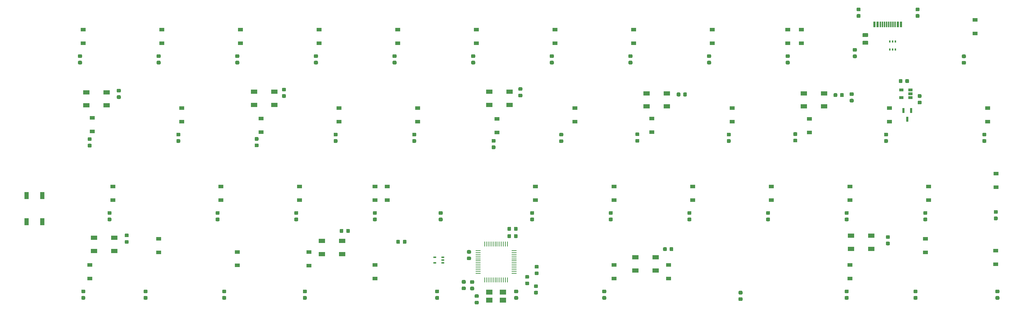
<source format=gbp>
G04 #@! TF.GenerationSoftware,KiCad,Pcbnew,5.1.5-52549c5~84~ubuntu16.04.1*
G04 #@! TF.CreationDate,2020-05-05T20:45:57-04:00*
G04 #@! TF.ProjectId,steamvan,73746561-6d76-4616-9e2e-6b696361645f,rev?*
G04 #@! TF.SameCoordinates,PX43ec160PY7dabae0*
G04 #@! TF.FileFunction,Paste,Bot*
G04 #@! TF.FilePolarity,Positive*
%FSLAX46Y46*%
G04 Gerber Fmt 4.6, Leading zero omitted, Abs format (unit mm)*
G04 Created by KiCad (PCBNEW 5.1.5-52549c5~84~ubuntu16.04.1) date 2020-05-05 20:45:57*
%MOMM*%
%LPD*%
G04 APERTURE LIST*
%ADD10R,0.600000X1.450000*%
%ADD11R,0.300000X1.450000*%
%ADD12C,0.100000*%
%ADD13R,0.600000X1.300000*%
%ADD14R,1.000000X1.700000*%
%ADD15R,0.250000X1.300000*%
%ADD16R,1.300000X0.250000*%
%ADD17R,1.060000X0.650000*%
%ADD18R,0.420000X0.600000*%
%ADD19R,1.600000X1.300000*%
%ADD20R,1.200000X0.900000*%
%ADD21R,1.500000X1.000000*%
%ADD22R,0.650000X0.400000*%
G04 APERTURE END LIST*
D10*
X216587400Y70434200D03*
X210137400Y70434200D03*
X215812400Y70434200D03*
X210912400Y70434200D03*
D11*
X211612400Y70434200D03*
X215112400Y70434200D03*
X212112400Y70434200D03*
X214612400Y70434200D03*
X212612400Y70434200D03*
X214112400Y70434200D03*
X213612400Y70434200D03*
X213112400Y70434200D03*
D12*
G36*
X114056091Y4856147D02*
G01*
X114077326Y4852997D01*
X114098150Y4847781D01*
X114118362Y4840549D01*
X114137768Y4831370D01*
X114156181Y4820334D01*
X114173424Y4807546D01*
X114189330Y4793130D01*
X114203746Y4777224D01*
X114216534Y4759981D01*
X114227570Y4741568D01*
X114236749Y4722162D01*
X114243981Y4701950D01*
X114249197Y4681126D01*
X114252347Y4659891D01*
X114253400Y4638450D01*
X114253400Y4200950D01*
X114252347Y4179509D01*
X114249197Y4158274D01*
X114243981Y4137450D01*
X114236749Y4117238D01*
X114227570Y4097832D01*
X114216534Y4079419D01*
X114203746Y4062176D01*
X114189330Y4046270D01*
X114173424Y4031854D01*
X114156181Y4019066D01*
X114137768Y4008030D01*
X114118362Y3998851D01*
X114098150Y3991619D01*
X114077326Y3986403D01*
X114056091Y3983253D01*
X114034650Y3982200D01*
X113522150Y3982200D01*
X113500709Y3983253D01*
X113479474Y3986403D01*
X113458650Y3991619D01*
X113438438Y3998851D01*
X113419032Y4008030D01*
X113400619Y4019066D01*
X113383376Y4031854D01*
X113367470Y4046270D01*
X113353054Y4062176D01*
X113340266Y4079419D01*
X113329230Y4097832D01*
X113320051Y4117238D01*
X113312819Y4137450D01*
X113307603Y4158274D01*
X113304453Y4179509D01*
X113303400Y4200950D01*
X113303400Y4638450D01*
X113304453Y4659891D01*
X113307603Y4681126D01*
X113312819Y4701950D01*
X113320051Y4722162D01*
X113329230Y4741568D01*
X113340266Y4759981D01*
X113353054Y4777224D01*
X113367470Y4793130D01*
X113383376Y4807546D01*
X113400619Y4820334D01*
X113419032Y4831370D01*
X113438438Y4840549D01*
X113458650Y4847781D01*
X113479474Y4852997D01*
X113500709Y4856147D01*
X113522150Y4857200D01*
X114034650Y4857200D01*
X114056091Y4856147D01*
G37*
G36*
X114056091Y3281147D02*
G01*
X114077326Y3277997D01*
X114098150Y3272781D01*
X114118362Y3265549D01*
X114137768Y3256370D01*
X114156181Y3245334D01*
X114173424Y3232546D01*
X114189330Y3218130D01*
X114203746Y3202224D01*
X114216534Y3184981D01*
X114227570Y3166568D01*
X114236749Y3147162D01*
X114243981Y3126950D01*
X114249197Y3106126D01*
X114252347Y3084891D01*
X114253400Y3063450D01*
X114253400Y2625950D01*
X114252347Y2604509D01*
X114249197Y2583274D01*
X114243981Y2562450D01*
X114236749Y2542238D01*
X114227570Y2522832D01*
X114216534Y2504419D01*
X114203746Y2487176D01*
X114189330Y2471270D01*
X114173424Y2456854D01*
X114156181Y2444066D01*
X114137768Y2433030D01*
X114118362Y2423851D01*
X114098150Y2416619D01*
X114077326Y2411403D01*
X114056091Y2408253D01*
X114034650Y2407200D01*
X113522150Y2407200D01*
X113500709Y2408253D01*
X113479474Y2411403D01*
X113458650Y2416619D01*
X113438438Y2423851D01*
X113419032Y2433030D01*
X113400619Y2444066D01*
X113383376Y2456854D01*
X113367470Y2471270D01*
X113353054Y2487176D01*
X113340266Y2504419D01*
X113329230Y2522832D01*
X113320051Y2542238D01*
X113312819Y2562450D01*
X113307603Y2583274D01*
X113304453Y2604509D01*
X113303400Y2625950D01*
X113303400Y3063450D01*
X113304453Y3084891D01*
X113307603Y3106126D01*
X113312819Y3126950D01*
X113320051Y3147162D01*
X113329230Y3166568D01*
X113340266Y3184981D01*
X113353054Y3202224D01*
X113367470Y3218130D01*
X113383376Y3232546D01*
X113400619Y3245334D01*
X113419032Y3256370D01*
X113438438Y3265549D01*
X113458650Y3272781D01*
X113479474Y3277997D01*
X113500709Y3281147D01*
X113522150Y3282200D01*
X114034650Y3282200D01*
X114056091Y3281147D01*
G37*
G36*
X123620091Y5999147D02*
G01*
X123641326Y5995997D01*
X123662150Y5990781D01*
X123682362Y5983549D01*
X123701768Y5974370D01*
X123720181Y5963334D01*
X123737424Y5950546D01*
X123753330Y5936130D01*
X123767746Y5920224D01*
X123780534Y5902981D01*
X123791570Y5884568D01*
X123800749Y5865162D01*
X123807981Y5844950D01*
X123813197Y5824126D01*
X123816347Y5802891D01*
X123817400Y5781450D01*
X123817400Y5343950D01*
X123816347Y5322509D01*
X123813197Y5301274D01*
X123807981Y5280450D01*
X123800749Y5260238D01*
X123791570Y5240832D01*
X123780534Y5222419D01*
X123767746Y5205176D01*
X123753330Y5189270D01*
X123737424Y5174854D01*
X123720181Y5162066D01*
X123701768Y5151030D01*
X123682362Y5141851D01*
X123662150Y5134619D01*
X123641326Y5129403D01*
X123620091Y5126253D01*
X123598650Y5125200D01*
X123086150Y5125200D01*
X123064709Y5126253D01*
X123043474Y5129403D01*
X123022650Y5134619D01*
X123002438Y5141851D01*
X122983032Y5151030D01*
X122964619Y5162066D01*
X122947376Y5174854D01*
X122931470Y5189270D01*
X122917054Y5205176D01*
X122904266Y5222419D01*
X122893230Y5240832D01*
X122884051Y5260238D01*
X122876819Y5280450D01*
X122871603Y5301274D01*
X122868453Y5322509D01*
X122867400Y5343950D01*
X122867400Y5781450D01*
X122868453Y5802891D01*
X122871603Y5824126D01*
X122876819Y5844950D01*
X122884051Y5865162D01*
X122893230Y5884568D01*
X122904266Y5902981D01*
X122917054Y5920224D01*
X122931470Y5936130D01*
X122947376Y5950546D01*
X122964619Y5963334D01*
X122983032Y5974370D01*
X123002438Y5983549D01*
X123022650Y5990781D01*
X123043474Y5995997D01*
X123064709Y5999147D01*
X123086150Y6000200D01*
X123598650Y6000200D01*
X123620091Y5999147D01*
G37*
G36*
X123620091Y4424147D02*
G01*
X123641326Y4420997D01*
X123662150Y4415781D01*
X123682362Y4408549D01*
X123701768Y4399370D01*
X123720181Y4388334D01*
X123737424Y4375546D01*
X123753330Y4361130D01*
X123767746Y4345224D01*
X123780534Y4327981D01*
X123791570Y4309568D01*
X123800749Y4290162D01*
X123807981Y4269950D01*
X123813197Y4249126D01*
X123816347Y4227891D01*
X123817400Y4206450D01*
X123817400Y3768950D01*
X123816347Y3747509D01*
X123813197Y3726274D01*
X123807981Y3705450D01*
X123800749Y3685238D01*
X123791570Y3665832D01*
X123780534Y3647419D01*
X123767746Y3630176D01*
X123753330Y3614270D01*
X123737424Y3599854D01*
X123720181Y3587066D01*
X123701768Y3576030D01*
X123682362Y3566851D01*
X123662150Y3559619D01*
X123641326Y3554403D01*
X123620091Y3551253D01*
X123598650Y3550200D01*
X123086150Y3550200D01*
X123064709Y3551253D01*
X123043474Y3554403D01*
X123022650Y3559619D01*
X123002438Y3566851D01*
X122983032Y3576030D01*
X122964619Y3587066D01*
X122947376Y3599854D01*
X122931470Y3614270D01*
X122917054Y3630176D01*
X122904266Y3647419D01*
X122893230Y3665832D01*
X122884051Y3685238D01*
X122876819Y3705450D01*
X122871603Y3726274D01*
X122868453Y3747509D01*
X122867400Y3768950D01*
X122867400Y4206450D01*
X122868453Y4227891D01*
X122871603Y4249126D01*
X122876819Y4269950D01*
X122884051Y4290162D01*
X122893230Y4309568D01*
X122904266Y4327981D01*
X122917054Y4345224D01*
X122931470Y4361130D01*
X122947376Y4375546D01*
X122964619Y4388334D01*
X122983032Y4399370D01*
X123002438Y4408549D01*
X123022650Y4415781D01*
X123043474Y4420997D01*
X123064709Y4424147D01*
X123086150Y4425200D01*
X123598650Y4425200D01*
X123620091Y4424147D01*
G37*
G36*
X126266771Y7949667D02*
G01*
X126288006Y7946517D01*
X126308830Y7941301D01*
X126329042Y7934069D01*
X126348448Y7924890D01*
X126366861Y7913854D01*
X126384104Y7901066D01*
X126400010Y7886650D01*
X126414426Y7870744D01*
X126427214Y7853501D01*
X126438250Y7835088D01*
X126447429Y7815682D01*
X126454661Y7795470D01*
X126459877Y7774646D01*
X126463027Y7753411D01*
X126464080Y7731970D01*
X126464080Y7294470D01*
X126463027Y7273029D01*
X126459877Y7251794D01*
X126454661Y7230970D01*
X126447429Y7210758D01*
X126438250Y7191352D01*
X126427214Y7172939D01*
X126414426Y7155696D01*
X126400010Y7139790D01*
X126384104Y7125374D01*
X126366861Y7112586D01*
X126348448Y7101550D01*
X126329042Y7092371D01*
X126308830Y7085139D01*
X126288006Y7079923D01*
X126266771Y7076773D01*
X126245330Y7075720D01*
X125732830Y7075720D01*
X125711389Y7076773D01*
X125690154Y7079923D01*
X125669330Y7085139D01*
X125649118Y7092371D01*
X125629712Y7101550D01*
X125611299Y7112586D01*
X125594056Y7125374D01*
X125578150Y7139790D01*
X125563734Y7155696D01*
X125550946Y7172939D01*
X125539910Y7191352D01*
X125530731Y7210758D01*
X125523499Y7230970D01*
X125518283Y7251794D01*
X125515133Y7273029D01*
X125514080Y7294470D01*
X125514080Y7731970D01*
X125515133Y7753411D01*
X125518283Y7774646D01*
X125523499Y7795470D01*
X125530731Y7815682D01*
X125539910Y7835088D01*
X125550946Y7853501D01*
X125563734Y7870744D01*
X125578150Y7886650D01*
X125594056Y7901066D01*
X125611299Y7913854D01*
X125629712Y7924890D01*
X125649118Y7934069D01*
X125669330Y7941301D01*
X125690154Y7946517D01*
X125711389Y7949667D01*
X125732830Y7950720D01*
X126245330Y7950720D01*
X126266771Y7949667D01*
G37*
G36*
X126266771Y9524667D02*
G01*
X126288006Y9521517D01*
X126308830Y9516301D01*
X126329042Y9509069D01*
X126348448Y9499890D01*
X126366861Y9488854D01*
X126384104Y9476066D01*
X126400010Y9461650D01*
X126414426Y9445744D01*
X126427214Y9428501D01*
X126438250Y9410088D01*
X126447429Y9390682D01*
X126454661Y9370470D01*
X126459877Y9349646D01*
X126463027Y9328411D01*
X126464080Y9306970D01*
X126464080Y8869470D01*
X126463027Y8848029D01*
X126459877Y8826794D01*
X126454661Y8805970D01*
X126447429Y8785758D01*
X126438250Y8766352D01*
X126427214Y8747939D01*
X126414426Y8730696D01*
X126400010Y8714790D01*
X126384104Y8700374D01*
X126366861Y8687586D01*
X126348448Y8676550D01*
X126329042Y8667371D01*
X126308830Y8660139D01*
X126288006Y8654923D01*
X126266771Y8651773D01*
X126245330Y8650720D01*
X125732830Y8650720D01*
X125711389Y8651773D01*
X125690154Y8654923D01*
X125669330Y8660139D01*
X125649118Y8667371D01*
X125629712Y8676550D01*
X125611299Y8687586D01*
X125594056Y8700374D01*
X125578150Y8714790D01*
X125563734Y8730696D01*
X125550946Y8747939D01*
X125539910Y8766352D01*
X125530731Y8785758D01*
X125523499Y8805970D01*
X125518283Y8826794D01*
X125515133Y8848029D01*
X125514080Y8869470D01*
X125514080Y9306970D01*
X125515133Y9328411D01*
X125518283Y9349646D01*
X125523499Y9370470D01*
X125530731Y9390682D01*
X125539910Y9410088D01*
X125550946Y9428501D01*
X125563734Y9445744D01*
X125578150Y9461650D01*
X125594056Y9476066D01*
X125611299Y9488854D01*
X125629712Y9499890D01*
X125649118Y9509069D01*
X125669330Y9516301D01*
X125690154Y9521517D01*
X125711389Y9524667D01*
X125732830Y9525720D01*
X126245330Y9525720D01*
X126266771Y9524667D01*
G37*
G36*
X121906091Y19473147D02*
G01*
X121927326Y19469997D01*
X121948150Y19464781D01*
X121968362Y19457549D01*
X121987768Y19448370D01*
X122006181Y19437334D01*
X122023424Y19424546D01*
X122039330Y19410130D01*
X122053746Y19394224D01*
X122066534Y19376981D01*
X122077570Y19358568D01*
X122086749Y19339162D01*
X122093981Y19318950D01*
X122099197Y19298126D01*
X122102347Y19276891D01*
X122103400Y19255450D01*
X122103400Y18742950D01*
X122102347Y18721509D01*
X122099197Y18700274D01*
X122093981Y18679450D01*
X122086749Y18659238D01*
X122077570Y18639832D01*
X122066534Y18621419D01*
X122053746Y18604176D01*
X122039330Y18588270D01*
X122023424Y18573854D01*
X122006181Y18561066D01*
X121987768Y18550030D01*
X121968362Y18540851D01*
X121948150Y18533619D01*
X121927326Y18528403D01*
X121906091Y18525253D01*
X121884650Y18524200D01*
X121447150Y18524200D01*
X121425709Y18525253D01*
X121404474Y18528403D01*
X121383650Y18533619D01*
X121363438Y18540851D01*
X121344032Y18550030D01*
X121325619Y18561066D01*
X121308376Y18573854D01*
X121292470Y18588270D01*
X121278054Y18604176D01*
X121265266Y18621419D01*
X121254230Y18639832D01*
X121245051Y18659238D01*
X121237819Y18679450D01*
X121232603Y18700274D01*
X121229453Y18721509D01*
X121228400Y18742950D01*
X121228400Y19255450D01*
X121229453Y19276891D01*
X121232603Y19298126D01*
X121237819Y19318950D01*
X121245051Y19339162D01*
X121254230Y19358568D01*
X121265266Y19376981D01*
X121278054Y19394224D01*
X121292470Y19410130D01*
X121308376Y19424546D01*
X121325619Y19437334D01*
X121344032Y19448370D01*
X121363438Y19457549D01*
X121383650Y19464781D01*
X121404474Y19469997D01*
X121425709Y19473147D01*
X121447150Y19474200D01*
X121884650Y19474200D01*
X121906091Y19473147D01*
G37*
G36*
X123481091Y19473147D02*
G01*
X123502326Y19469997D01*
X123523150Y19464781D01*
X123543362Y19457549D01*
X123562768Y19448370D01*
X123581181Y19437334D01*
X123598424Y19424546D01*
X123614330Y19410130D01*
X123628746Y19394224D01*
X123641534Y19376981D01*
X123652570Y19358568D01*
X123661749Y19339162D01*
X123668981Y19318950D01*
X123674197Y19298126D01*
X123677347Y19276891D01*
X123678400Y19255450D01*
X123678400Y18742950D01*
X123677347Y18721509D01*
X123674197Y18700274D01*
X123668981Y18679450D01*
X123661749Y18659238D01*
X123652570Y18639832D01*
X123641534Y18621419D01*
X123628746Y18604176D01*
X123614330Y18588270D01*
X123598424Y18573854D01*
X123581181Y18561066D01*
X123562768Y18550030D01*
X123543362Y18540851D01*
X123523150Y18533619D01*
X123502326Y18528403D01*
X123481091Y18525253D01*
X123459650Y18524200D01*
X123022150Y18524200D01*
X123000709Y18525253D01*
X122979474Y18528403D01*
X122958650Y18533619D01*
X122938438Y18540851D01*
X122919032Y18550030D01*
X122900619Y18561066D01*
X122883376Y18573854D01*
X122867470Y18588270D01*
X122853054Y18604176D01*
X122840266Y18621419D01*
X122829230Y18639832D01*
X122820051Y18659238D01*
X122812819Y18679450D01*
X122807603Y18700274D01*
X122804453Y18721509D01*
X122803400Y18742950D01*
X122803400Y19255450D01*
X122804453Y19276891D01*
X122807603Y19298126D01*
X122812819Y19318950D01*
X122820051Y19339162D01*
X122829230Y19358568D01*
X122840266Y19376981D01*
X122853054Y19394224D01*
X122867470Y19410130D01*
X122883376Y19424546D01*
X122900619Y19437334D01*
X122919032Y19448370D01*
X122938438Y19457549D01*
X122958650Y19464781D01*
X122979474Y19469997D01*
X123000709Y19473147D01*
X123022150Y19474200D01*
X123459650Y19474200D01*
X123481091Y19473147D01*
G37*
G36*
X123481091Y21251147D02*
G01*
X123502326Y21247997D01*
X123523150Y21242781D01*
X123543362Y21235549D01*
X123562768Y21226370D01*
X123581181Y21215334D01*
X123598424Y21202546D01*
X123614330Y21188130D01*
X123628746Y21172224D01*
X123641534Y21154981D01*
X123652570Y21136568D01*
X123661749Y21117162D01*
X123668981Y21096950D01*
X123674197Y21076126D01*
X123677347Y21054891D01*
X123678400Y21033450D01*
X123678400Y20520950D01*
X123677347Y20499509D01*
X123674197Y20478274D01*
X123668981Y20457450D01*
X123661749Y20437238D01*
X123652570Y20417832D01*
X123641534Y20399419D01*
X123628746Y20382176D01*
X123614330Y20366270D01*
X123598424Y20351854D01*
X123581181Y20339066D01*
X123562768Y20328030D01*
X123543362Y20318851D01*
X123523150Y20311619D01*
X123502326Y20306403D01*
X123481091Y20303253D01*
X123459650Y20302200D01*
X123022150Y20302200D01*
X123000709Y20303253D01*
X122979474Y20306403D01*
X122958650Y20311619D01*
X122938438Y20318851D01*
X122919032Y20328030D01*
X122900619Y20339066D01*
X122883376Y20351854D01*
X122867470Y20366270D01*
X122853054Y20382176D01*
X122840266Y20399419D01*
X122829230Y20417832D01*
X122820051Y20437238D01*
X122812819Y20457450D01*
X122807603Y20478274D01*
X122804453Y20499509D01*
X122803400Y20520950D01*
X122803400Y21033450D01*
X122804453Y21054891D01*
X122807603Y21076126D01*
X122812819Y21096950D01*
X122820051Y21117162D01*
X122829230Y21136568D01*
X122840266Y21154981D01*
X122853054Y21172224D01*
X122867470Y21188130D01*
X122883376Y21202546D01*
X122900619Y21215334D01*
X122919032Y21226370D01*
X122938438Y21235549D01*
X122958650Y21242781D01*
X122979474Y21247997D01*
X123000709Y21251147D01*
X123022150Y21252200D01*
X123459650Y21252200D01*
X123481091Y21251147D01*
G37*
G36*
X121906091Y21251147D02*
G01*
X121927326Y21247997D01*
X121948150Y21242781D01*
X121968362Y21235549D01*
X121987768Y21226370D01*
X122006181Y21215334D01*
X122023424Y21202546D01*
X122039330Y21188130D01*
X122053746Y21172224D01*
X122066534Y21154981D01*
X122077570Y21136568D01*
X122086749Y21117162D01*
X122093981Y21096950D01*
X122099197Y21076126D01*
X122102347Y21054891D01*
X122103400Y21033450D01*
X122103400Y20520950D01*
X122102347Y20499509D01*
X122099197Y20478274D01*
X122093981Y20457450D01*
X122086749Y20437238D01*
X122077570Y20417832D01*
X122066534Y20399419D01*
X122053746Y20382176D01*
X122039330Y20366270D01*
X122023424Y20351854D01*
X122006181Y20339066D01*
X121987768Y20328030D01*
X121968362Y20318851D01*
X121948150Y20311619D01*
X121927326Y20306403D01*
X121906091Y20303253D01*
X121884650Y20302200D01*
X121447150Y20302200D01*
X121425709Y20303253D01*
X121404474Y20306403D01*
X121383650Y20311619D01*
X121363438Y20318851D01*
X121344032Y20328030D01*
X121325619Y20339066D01*
X121308376Y20351854D01*
X121292470Y20366270D01*
X121278054Y20382176D01*
X121265266Y20399419D01*
X121254230Y20417832D01*
X121245051Y20437238D01*
X121237819Y20457450D01*
X121232603Y20478274D01*
X121229453Y20499509D01*
X121228400Y20520950D01*
X121228400Y21033450D01*
X121229453Y21054891D01*
X121232603Y21076126D01*
X121237819Y21096950D01*
X121245051Y21117162D01*
X121254230Y21136568D01*
X121265266Y21154981D01*
X121278054Y21172224D01*
X121292470Y21188130D01*
X121308376Y21202546D01*
X121325619Y21215334D01*
X121344032Y21226370D01*
X121363438Y21235549D01*
X121383650Y21242781D01*
X121404474Y21247997D01*
X121425709Y21251147D01*
X121447150Y21252200D01*
X121884650Y21252200D01*
X121906091Y21251147D01*
G37*
G36*
X110920091Y8310647D02*
G01*
X110941326Y8307497D01*
X110962150Y8302281D01*
X110982362Y8295049D01*
X111001768Y8285870D01*
X111020181Y8274834D01*
X111037424Y8262046D01*
X111053330Y8247630D01*
X111067746Y8231724D01*
X111080534Y8214481D01*
X111091570Y8196068D01*
X111100749Y8176662D01*
X111107981Y8156450D01*
X111113197Y8135626D01*
X111116347Y8114391D01*
X111117400Y8092950D01*
X111117400Y7655450D01*
X111116347Y7634009D01*
X111113197Y7612774D01*
X111107981Y7591950D01*
X111100749Y7571738D01*
X111091570Y7552332D01*
X111080534Y7533919D01*
X111067746Y7516676D01*
X111053330Y7500770D01*
X111037424Y7486354D01*
X111020181Y7473566D01*
X111001768Y7462530D01*
X110982362Y7453351D01*
X110962150Y7446119D01*
X110941326Y7440903D01*
X110920091Y7437753D01*
X110898650Y7436700D01*
X110386150Y7436700D01*
X110364709Y7437753D01*
X110343474Y7440903D01*
X110322650Y7446119D01*
X110302438Y7453351D01*
X110283032Y7462530D01*
X110264619Y7473566D01*
X110247376Y7486354D01*
X110231470Y7500770D01*
X110217054Y7516676D01*
X110204266Y7533919D01*
X110193230Y7552332D01*
X110184051Y7571738D01*
X110176819Y7591950D01*
X110171603Y7612774D01*
X110168453Y7634009D01*
X110167400Y7655450D01*
X110167400Y8092950D01*
X110168453Y8114391D01*
X110171603Y8135626D01*
X110176819Y8156450D01*
X110184051Y8176662D01*
X110193230Y8196068D01*
X110204266Y8214481D01*
X110217054Y8231724D01*
X110231470Y8247630D01*
X110247376Y8262046D01*
X110264619Y8274834D01*
X110283032Y8285870D01*
X110302438Y8295049D01*
X110322650Y8302281D01*
X110343474Y8307497D01*
X110364709Y8310647D01*
X110386150Y8311700D01*
X110898650Y8311700D01*
X110920091Y8310647D01*
G37*
G36*
X110920091Y6735647D02*
G01*
X110941326Y6732497D01*
X110962150Y6727281D01*
X110982362Y6720049D01*
X111001768Y6710870D01*
X111020181Y6699834D01*
X111037424Y6687046D01*
X111053330Y6672630D01*
X111067746Y6656724D01*
X111080534Y6639481D01*
X111091570Y6621068D01*
X111100749Y6601662D01*
X111107981Y6581450D01*
X111113197Y6560626D01*
X111116347Y6539391D01*
X111117400Y6517950D01*
X111117400Y6080450D01*
X111116347Y6059009D01*
X111113197Y6037774D01*
X111107981Y6016950D01*
X111100749Y5996738D01*
X111091570Y5977332D01*
X111080534Y5958919D01*
X111067746Y5941676D01*
X111053330Y5925770D01*
X111037424Y5911354D01*
X111020181Y5898566D01*
X111001768Y5887530D01*
X110982362Y5878351D01*
X110962150Y5871119D01*
X110941326Y5865903D01*
X110920091Y5862753D01*
X110898650Y5861700D01*
X110386150Y5861700D01*
X110364709Y5862753D01*
X110343474Y5865903D01*
X110322650Y5871119D01*
X110302438Y5878351D01*
X110283032Y5887530D01*
X110264619Y5898566D01*
X110247376Y5911354D01*
X110231470Y5925770D01*
X110217054Y5941676D01*
X110204266Y5958919D01*
X110193230Y5977332D01*
X110184051Y5996738D01*
X110176819Y6016950D01*
X110171603Y6037774D01*
X110168453Y6059009D01*
X110167400Y6080450D01*
X110167400Y6517950D01*
X110168453Y6539391D01*
X110171603Y6560626D01*
X110176819Y6581450D01*
X110184051Y6601662D01*
X110193230Y6621068D01*
X110204266Y6639481D01*
X110217054Y6656724D01*
X110231470Y6672630D01*
X110247376Y6687046D01*
X110264619Y6699834D01*
X110283032Y6710870D01*
X110302438Y6720049D01*
X110322650Y6727281D01*
X110343474Y6732497D01*
X110364709Y6735647D01*
X110386150Y6736700D01*
X110898650Y6736700D01*
X110920091Y6735647D01*
G37*
G36*
X112952091Y6710147D02*
G01*
X112973326Y6706997D01*
X112994150Y6701781D01*
X113014362Y6694549D01*
X113033768Y6685370D01*
X113052181Y6674334D01*
X113069424Y6661546D01*
X113085330Y6647130D01*
X113099746Y6631224D01*
X113112534Y6613981D01*
X113123570Y6595568D01*
X113132749Y6576162D01*
X113139981Y6555950D01*
X113145197Y6535126D01*
X113148347Y6513891D01*
X113149400Y6492450D01*
X113149400Y6054950D01*
X113148347Y6033509D01*
X113145197Y6012274D01*
X113139981Y5991450D01*
X113132749Y5971238D01*
X113123570Y5951832D01*
X113112534Y5933419D01*
X113099746Y5916176D01*
X113085330Y5900270D01*
X113069424Y5885854D01*
X113052181Y5873066D01*
X113033768Y5862030D01*
X113014362Y5852851D01*
X112994150Y5845619D01*
X112973326Y5840403D01*
X112952091Y5837253D01*
X112930650Y5836200D01*
X112418150Y5836200D01*
X112396709Y5837253D01*
X112375474Y5840403D01*
X112354650Y5845619D01*
X112334438Y5852851D01*
X112315032Y5862030D01*
X112296619Y5873066D01*
X112279376Y5885854D01*
X112263470Y5900270D01*
X112249054Y5916176D01*
X112236266Y5933419D01*
X112225230Y5951832D01*
X112216051Y5971238D01*
X112208819Y5991450D01*
X112203603Y6012274D01*
X112200453Y6033509D01*
X112199400Y6054950D01*
X112199400Y6492450D01*
X112200453Y6513891D01*
X112203603Y6535126D01*
X112208819Y6555950D01*
X112216051Y6576162D01*
X112225230Y6595568D01*
X112236266Y6613981D01*
X112249054Y6631224D01*
X112263470Y6647130D01*
X112279376Y6661546D01*
X112296619Y6674334D01*
X112315032Y6685370D01*
X112334438Y6694549D01*
X112354650Y6701781D01*
X112375474Y6706997D01*
X112396709Y6710147D01*
X112418150Y6711200D01*
X112930650Y6711200D01*
X112952091Y6710147D01*
G37*
G36*
X112952091Y8285147D02*
G01*
X112973326Y8281997D01*
X112994150Y8276781D01*
X113014362Y8269549D01*
X113033768Y8260370D01*
X113052181Y8249334D01*
X113069424Y8236546D01*
X113085330Y8222130D01*
X113099746Y8206224D01*
X113112534Y8188981D01*
X113123570Y8170568D01*
X113132749Y8151162D01*
X113139981Y8130950D01*
X113145197Y8110126D01*
X113148347Y8088891D01*
X113149400Y8067450D01*
X113149400Y7629950D01*
X113148347Y7608509D01*
X113145197Y7587274D01*
X113139981Y7566450D01*
X113132749Y7546238D01*
X113123570Y7526832D01*
X113112534Y7508419D01*
X113099746Y7491176D01*
X113085330Y7475270D01*
X113069424Y7460854D01*
X113052181Y7448066D01*
X113033768Y7437030D01*
X113014362Y7427851D01*
X112994150Y7420619D01*
X112973326Y7415403D01*
X112952091Y7412253D01*
X112930650Y7411200D01*
X112418150Y7411200D01*
X112396709Y7412253D01*
X112375474Y7415403D01*
X112354650Y7420619D01*
X112334438Y7427851D01*
X112315032Y7437030D01*
X112296619Y7448066D01*
X112279376Y7460854D01*
X112263470Y7475270D01*
X112249054Y7491176D01*
X112236266Y7508419D01*
X112225230Y7526832D01*
X112216051Y7546238D01*
X112208819Y7566450D01*
X112203603Y7587274D01*
X112200453Y7608509D01*
X112199400Y7629950D01*
X112199400Y8067450D01*
X112200453Y8088891D01*
X112203603Y8110126D01*
X112208819Y8130950D01*
X112216051Y8151162D01*
X112225230Y8170568D01*
X112236266Y8188981D01*
X112249054Y8206224D01*
X112263470Y8222130D01*
X112279376Y8236546D01*
X112296619Y8249334D01*
X112315032Y8260370D01*
X112334438Y8269549D01*
X112354650Y8276781D01*
X112375474Y8281997D01*
X112396709Y8285147D01*
X112418150Y8286200D01*
X112930650Y8286200D01*
X112952091Y8285147D01*
G37*
G36*
X112190091Y14012647D02*
G01*
X112211326Y14009497D01*
X112232150Y14004281D01*
X112252362Y13997049D01*
X112271768Y13987870D01*
X112290181Y13976834D01*
X112307424Y13964046D01*
X112323330Y13949630D01*
X112337746Y13933724D01*
X112350534Y13916481D01*
X112361570Y13898068D01*
X112370749Y13878662D01*
X112377981Y13858450D01*
X112383197Y13837626D01*
X112386347Y13816391D01*
X112387400Y13794950D01*
X112387400Y13357450D01*
X112386347Y13336009D01*
X112383197Y13314774D01*
X112377981Y13293950D01*
X112370749Y13273738D01*
X112361570Y13254332D01*
X112350534Y13235919D01*
X112337746Y13218676D01*
X112323330Y13202770D01*
X112307424Y13188354D01*
X112290181Y13175566D01*
X112271768Y13164530D01*
X112252362Y13155351D01*
X112232150Y13148119D01*
X112211326Y13142903D01*
X112190091Y13139753D01*
X112168650Y13138700D01*
X111656150Y13138700D01*
X111634709Y13139753D01*
X111613474Y13142903D01*
X111592650Y13148119D01*
X111572438Y13155351D01*
X111553032Y13164530D01*
X111534619Y13175566D01*
X111517376Y13188354D01*
X111501470Y13202770D01*
X111487054Y13218676D01*
X111474266Y13235919D01*
X111463230Y13254332D01*
X111454051Y13273738D01*
X111446819Y13293950D01*
X111441603Y13314774D01*
X111438453Y13336009D01*
X111437400Y13357450D01*
X111437400Y13794950D01*
X111438453Y13816391D01*
X111441603Y13837626D01*
X111446819Y13858450D01*
X111454051Y13878662D01*
X111463230Y13898068D01*
X111474266Y13916481D01*
X111487054Y13933724D01*
X111501470Y13949630D01*
X111517376Y13964046D01*
X111534619Y13976834D01*
X111553032Y13987870D01*
X111572438Y13997049D01*
X111592650Y14004281D01*
X111613474Y14009497D01*
X111634709Y14012647D01*
X111656150Y14013700D01*
X112168650Y14013700D01*
X112190091Y14012647D01*
G37*
G36*
X112190091Y15587647D02*
G01*
X112211326Y15584497D01*
X112232150Y15579281D01*
X112252362Y15572049D01*
X112271768Y15562870D01*
X112290181Y15551834D01*
X112307424Y15539046D01*
X112323330Y15524630D01*
X112337746Y15508724D01*
X112350534Y15491481D01*
X112361570Y15473068D01*
X112370749Y15453662D01*
X112377981Y15433450D01*
X112383197Y15412626D01*
X112386347Y15391391D01*
X112387400Y15369950D01*
X112387400Y14932450D01*
X112386347Y14911009D01*
X112383197Y14889774D01*
X112377981Y14868950D01*
X112370749Y14848738D01*
X112361570Y14829332D01*
X112350534Y14810919D01*
X112337746Y14793676D01*
X112323330Y14777770D01*
X112307424Y14763354D01*
X112290181Y14750566D01*
X112271768Y14739530D01*
X112252362Y14730351D01*
X112232150Y14723119D01*
X112211326Y14717903D01*
X112190091Y14714753D01*
X112168650Y14713700D01*
X111656150Y14713700D01*
X111634709Y14714753D01*
X111613474Y14717903D01*
X111592650Y14723119D01*
X111572438Y14730351D01*
X111553032Y14739530D01*
X111534619Y14750566D01*
X111517376Y14763354D01*
X111501470Y14777770D01*
X111487054Y14793676D01*
X111474266Y14810919D01*
X111463230Y14829332D01*
X111454051Y14848738D01*
X111446819Y14868950D01*
X111441603Y14889774D01*
X111438453Y14911009D01*
X111437400Y14932450D01*
X111437400Y15369950D01*
X111438453Y15391391D01*
X111441603Y15412626D01*
X111446819Y15433450D01*
X111454051Y15453662D01*
X111463230Y15473068D01*
X111474266Y15491481D01*
X111487054Y15508724D01*
X111501470Y15524630D01*
X111517376Y15539046D01*
X111534619Y15551834D01*
X111553032Y15562870D01*
X111572438Y15572049D01*
X111592650Y15579281D01*
X111613474Y15584497D01*
X111634709Y15587647D01*
X111656150Y15588700D01*
X112168650Y15588700D01*
X112190091Y15587647D01*
G37*
G36*
X128415611Y7274227D02*
G01*
X128436846Y7271077D01*
X128457670Y7265861D01*
X128477882Y7258629D01*
X128497288Y7249450D01*
X128515701Y7238414D01*
X128532944Y7225626D01*
X128548850Y7211210D01*
X128563266Y7195304D01*
X128576054Y7178061D01*
X128587090Y7159648D01*
X128596269Y7140242D01*
X128603501Y7120030D01*
X128608717Y7099206D01*
X128611867Y7077971D01*
X128612920Y7056530D01*
X128612920Y6619030D01*
X128611867Y6597589D01*
X128608717Y6576354D01*
X128603501Y6555530D01*
X128596269Y6535318D01*
X128587090Y6515912D01*
X128576054Y6497499D01*
X128563266Y6480256D01*
X128548850Y6464350D01*
X128532944Y6449934D01*
X128515701Y6437146D01*
X128497288Y6426110D01*
X128477882Y6416931D01*
X128457670Y6409699D01*
X128436846Y6404483D01*
X128415611Y6401333D01*
X128394170Y6400280D01*
X127881670Y6400280D01*
X127860229Y6401333D01*
X127838994Y6404483D01*
X127818170Y6409699D01*
X127797958Y6416931D01*
X127778552Y6426110D01*
X127760139Y6437146D01*
X127742896Y6449934D01*
X127726990Y6464350D01*
X127712574Y6480256D01*
X127699786Y6497499D01*
X127688750Y6515912D01*
X127679571Y6535318D01*
X127672339Y6555530D01*
X127667123Y6576354D01*
X127663973Y6597589D01*
X127662920Y6619030D01*
X127662920Y7056530D01*
X127663973Y7077971D01*
X127667123Y7099206D01*
X127672339Y7120030D01*
X127679571Y7140242D01*
X127688750Y7159648D01*
X127699786Y7178061D01*
X127712574Y7195304D01*
X127726990Y7211210D01*
X127742896Y7225626D01*
X127760139Y7238414D01*
X127778552Y7249450D01*
X127797958Y7258629D01*
X127818170Y7265861D01*
X127838994Y7271077D01*
X127860229Y7274227D01*
X127881670Y7275280D01*
X128394170Y7275280D01*
X128415611Y7274227D01*
G37*
G36*
X128415611Y5699227D02*
G01*
X128436846Y5696077D01*
X128457670Y5690861D01*
X128477882Y5683629D01*
X128497288Y5674450D01*
X128515701Y5663414D01*
X128532944Y5650626D01*
X128548850Y5636210D01*
X128563266Y5620304D01*
X128576054Y5603061D01*
X128587090Y5584648D01*
X128596269Y5565242D01*
X128603501Y5545030D01*
X128608717Y5524206D01*
X128611867Y5502971D01*
X128612920Y5481530D01*
X128612920Y5044030D01*
X128611867Y5022589D01*
X128608717Y5001354D01*
X128603501Y4980530D01*
X128596269Y4960318D01*
X128587090Y4940912D01*
X128576054Y4922499D01*
X128563266Y4905256D01*
X128548850Y4889350D01*
X128532944Y4874934D01*
X128515701Y4862146D01*
X128497288Y4851110D01*
X128477882Y4841931D01*
X128457670Y4834699D01*
X128436846Y4829483D01*
X128415611Y4826333D01*
X128394170Y4825280D01*
X127881670Y4825280D01*
X127860229Y4826333D01*
X127838994Y4829483D01*
X127818170Y4834699D01*
X127797958Y4841931D01*
X127778552Y4851110D01*
X127760139Y4862146D01*
X127742896Y4874934D01*
X127726990Y4889350D01*
X127712574Y4905256D01*
X127699786Y4922499D01*
X127688750Y4940912D01*
X127679571Y4960318D01*
X127672339Y4980530D01*
X127667123Y5001354D01*
X127663973Y5022589D01*
X127662920Y5044030D01*
X127662920Y5481530D01*
X127663973Y5502971D01*
X127667123Y5524206D01*
X127672339Y5545030D01*
X127679571Y5565242D01*
X127688750Y5584648D01*
X127699786Y5603061D01*
X127712574Y5620304D01*
X127726990Y5636210D01*
X127742896Y5650626D01*
X127760139Y5663414D01*
X127778552Y5674450D01*
X127797958Y5683629D01*
X127818170Y5690861D01*
X127838994Y5696077D01*
X127860229Y5699227D01*
X127881670Y5700280D01*
X128394170Y5700280D01*
X128415611Y5699227D01*
G37*
G36*
X221359291Y51871347D02*
G01*
X221380526Y51868197D01*
X221401350Y51862981D01*
X221421562Y51855749D01*
X221440968Y51846570D01*
X221459381Y51835534D01*
X221476624Y51822746D01*
X221492530Y51808330D01*
X221506946Y51792424D01*
X221519734Y51775181D01*
X221530770Y51756768D01*
X221539949Y51737362D01*
X221547181Y51717150D01*
X221552397Y51696326D01*
X221555547Y51675091D01*
X221556600Y51653650D01*
X221556600Y51216150D01*
X221555547Y51194709D01*
X221552397Y51173474D01*
X221547181Y51152650D01*
X221539949Y51132438D01*
X221530770Y51113032D01*
X221519734Y51094619D01*
X221506946Y51077376D01*
X221492530Y51061470D01*
X221476624Y51047054D01*
X221459381Y51034266D01*
X221440968Y51023230D01*
X221421562Y51014051D01*
X221401350Y51006819D01*
X221380526Y51001603D01*
X221359291Y50998453D01*
X221337850Y50997400D01*
X220825350Y50997400D01*
X220803909Y50998453D01*
X220782674Y51001603D01*
X220761850Y51006819D01*
X220741638Y51014051D01*
X220722232Y51023230D01*
X220703819Y51034266D01*
X220686576Y51047054D01*
X220670670Y51061470D01*
X220656254Y51077376D01*
X220643466Y51094619D01*
X220632430Y51113032D01*
X220623251Y51132438D01*
X220616019Y51152650D01*
X220610803Y51173474D01*
X220607653Y51194709D01*
X220606600Y51216150D01*
X220606600Y51653650D01*
X220607653Y51675091D01*
X220610803Y51696326D01*
X220616019Y51717150D01*
X220623251Y51737362D01*
X220632430Y51756768D01*
X220643466Y51775181D01*
X220656254Y51792424D01*
X220670670Y51808330D01*
X220686576Y51822746D01*
X220703819Y51835534D01*
X220722232Y51846570D01*
X220741638Y51855749D01*
X220761850Y51862981D01*
X220782674Y51868197D01*
X220803909Y51871347D01*
X220825350Y51872400D01*
X221337850Y51872400D01*
X221359291Y51871347D01*
G37*
G36*
X221359291Y53446347D02*
G01*
X221380526Y53443197D01*
X221401350Y53437981D01*
X221421562Y53430749D01*
X221440968Y53421570D01*
X221459381Y53410534D01*
X221476624Y53397746D01*
X221492530Y53383330D01*
X221506946Y53367424D01*
X221519734Y53350181D01*
X221530770Y53331768D01*
X221539949Y53312362D01*
X221547181Y53292150D01*
X221552397Y53271326D01*
X221555547Y53250091D01*
X221556600Y53228650D01*
X221556600Y52791150D01*
X221555547Y52769709D01*
X221552397Y52748474D01*
X221547181Y52727650D01*
X221539949Y52707438D01*
X221530770Y52688032D01*
X221519734Y52669619D01*
X221506946Y52652376D01*
X221492530Y52636470D01*
X221476624Y52622054D01*
X221459381Y52609266D01*
X221440968Y52598230D01*
X221421562Y52589051D01*
X221401350Y52581819D01*
X221380526Y52576603D01*
X221359291Y52573453D01*
X221337850Y52572400D01*
X220825350Y52572400D01*
X220803909Y52573453D01*
X220782674Y52576603D01*
X220761850Y52581819D01*
X220741638Y52589051D01*
X220722232Y52598230D01*
X220703819Y52609266D01*
X220686576Y52622054D01*
X220670670Y52636470D01*
X220656254Y52652376D01*
X220643466Y52669619D01*
X220632430Y52688032D01*
X220623251Y52707438D01*
X220616019Y52727650D01*
X220610803Y52748474D01*
X220607653Y52769709D01*
X220606600Y52791150D01*
X220606600Y53228650D01*
X220607653Y53250091D01*
X220610803Y53271326D01*
X220616019Y53292150D01*
X220623251Y53312362D01*
X220632430Y53331768D01*
X220643466Y53350181D01*
X220656254Y53367424D01*
X220670670Y53383330D01*
X220686576Y53397746D01*
X220703819Y53410534D01*
X220722232Y53421570D01*
X220741638Y53430749D01*
X220761850Y53437981D01*
X220782674Y53443197D01*
X220803909Y53446347D01*
X220825350Y53447400D01*
X221337850Y53447400D01*
X221359291Y53446347D01*
G37*
G36*
X218299291Y57115947D02*
G01*
X218320526Y57112797D01*
X218341350Y57107581D01*
X218361562Y57100349D01*
X218380968Y57091170D01*
X218399381Y57080134D01*
X218416624Y57067346D01*
X218432530Y57052930D01*
X218446946Y57037024D01*
X218459734Y57019781D01*
X218470770Y57001368D01*
X218479949Y56981962D01*
X218487181Y56961750D01*
X218492397Y56940926D01*
X218495547Y56919691D01*
X218496600Y56898250D01*
X218496600Y56385750D01*
X218495547Y56364309D01*
X218492397Y56343074D01*
X218487181Y56322250D01*
X218479949Y56302038D01*
X218470770Y56282632D01*
X218459734Y56264219D01*
X218446946Y56246976D01*
X218432530Y56231070D01*
X218416624Y56216654D01*
X218399381Y56203866D01*
X218380968Y56192830D01*
X218361562Y56183651D01*
X218341350Y56176419D01*
X218320526Y56171203D01*
X218299291Y56168053D01*
X218277850Y56167000D01*
X217840350Y56167000D01*
X217818909Y56168053D01*
X217797674Y56171203D01*
X217776850Y56176419D01*
X217756638Y56183651D01*
X217737232Y56192830D01*
X217718819Y56203866D01*
X217701576Y56216654D01*
X217685670Y56231070D01*
X217671254Y56246976D01*
X217658466Y56264219D01*
X217647430Y56282632D01*
X217638251Y56302038D01*
X217631019Y56322250D01*
X217625803Y56343074D01*
X217622653Y56364309D01*
X217621600Y56385750D01*
X217621600Y56898250D01*
X217622653Y56919691D01*
X217625803Y56940926D01*
X217631019Y56961750D01*
X217638251Y56981962D01*
X217647430Y57001368D01*
X217658466Y57019781D01*
X217671254Y57037024D01*
X217685670Y57052930D01*
X217701576Y57067346D01*
X217718819Y57080134D01*
X217737232Y57091170D01*
X217756638Y57100349D01*
X217776850Y57107581D01*
X217797674Y57112797D01*
X217818909Y57115947D01*
X217840350Y57117000D01*
X218277850Y57117000D01*
X218299291Y57115947D01*
G37*
G36*
X216724291Y57115947D02*
G01*
X216745526Y57112797D01*
X216766350Y57107581D01*
X216786562Y57100349D01*
X216805968Y57091170D01*
X216824381Y57080134D01*
X216841624Y57067346D01*
X216857530Y57052930D01*
X216871946Y57037024D01*
X216884734Y57019781D01*
X216895770Y57001368D01*
X216904949Y56981962D01*
X216912181Y56961750D01*
X216917397Y56940926D01*
X216920547Y56919691D01*
X216921600Y56898250D01*
X216921600Y56385750D01*
X216920547Y56364309D01*
X216917397Y56343074D01*
X216912181Y56322250D01*
X216904949Y56302038D01*
X216895770Y56282632D01*
X216884734Y56264219D01*
X216871946Y56246976D01*
X216857530Y56231070D01*
X216841624Y56216654D01*
X216824381Y56203866D01*
X216805968Y56192830D01*
X216786562Y56183651D01*
X216766350Y56176419D01*
X216745526Y56171203D01*
X216724291Y56168053D01*
X216702850Y56167000D01*
X216265350Y56167000D01*
X216243909Y56168053D01*
X216222674Y56171203D01*
X216201850Y56176419D01*
X216181638Y56183651D01*
X216162232Y56192830D01*
X216143819Y56203866D01*
X216126576Y56216654D01*
X216110670Y56231070D01*
X216096254Y56246976D01*
X216083466Y56264219D01*
X216072430Y56282632D01*
X216063251Y56302038D01*
X216056019Y56322250D01*
X216050803Y56343074D01*
X216047653Y56364309D01*
X216046600Y56385750D01*
X216046600Y56898250D01*
X216047653Y56919691D01*
X216050803Y56940926D01*
X216056019Y56961750D01*
X216063251Y56981962D01*
X216072430Y57001368D01*
X216083466Y57019781D01*
X216096254Y57037024D01*
X216110670Y57052930D01*
X216126576Y57067346D01*
X216143819Y57080134D01*
X216162232Y57091170D01*
X216181638Y57100349D01*
X216201850Y57107581D01*
X216222674Y57112797D01*
X216243909Y57115947D01*
X216265350Y57117000D01*
X216702850Y57117000D01*
X216724291Y57115947D01*
G37*
G36*
X208404542Y66427026D02*
G01*
X208428203Y66423516D01*
X208451407Y66417704D01*
X208473929Y66409646D01*
X208495553Y66399418D01*
X208516070Y66387121D01*
X208535283Y66372871D01*
X208553007Y66356807D01*
X208569071Y66339083D01*
X208583321Y66319870D01*
X208595618Y66299353D01*
X208605846Y66277729D01*
X208613904Y66255207D01*
X208619716Y66232003D01*
X208623226Y66208342D01*
X208624400Y66184450D01*
X208624400Y65696950D01*
X208623226Y65673058D01*
X208619716Y65649397D01*
X208613904Y65626193D01*
X208605846Y65603671D01*
X208595618Y65582047D01*
X208583321Y65561530D01*
X208569071Y65542317D01*
X208553007Y65524593D01*
X208535283Y65508529D01*
X208516070Y65494279D01*
X208495553Y65481982D01*
X208473929Y65471754D01*
X208451407Y65463696D01*
X208428203Y65457884D01*
X208404542Y65454374D01*
X208380650Y65453200D01*
X207468150Y65453200D01*
X207444258Y65454374D01*
X207420597Y65457884D01*
X207397393Y65463696D01*
X207374871Y65471754D01*
X207353247Y65481982D01*
X207332730Y65494279D01*
X207313517Y65508529D01*
X207295793Y65524593D01*
X207279729Y65542317D01*
X207265479Y65561530D01*
X207253182Y65582047D01*
X207242954Y65603671D01*
X207234896Y65626193D01*
X207229084Y65649397D01*
X207225574Y65673058D01*
X207224400Y65696950D01*
X207224400Y66184450D01*
X207225574Y66208342D01*
X207229084Y66232003D01*
X207234896Y66255207D01*
X207242954Y66277729D01*
X207253182Y66299353D01*
X207265479Y66319870D01*
X207279729Y66339083D01*
X207295793Y66356807D01*
X207313517Y66372871D01*
X207332730Y66387121D01*
X207353247Y66399418D01*
X207374871Y66409646D01*
X207397393Y66417704D01*
X207420597Y66423516D01*
X207444258Y66427026D01*
X207468150Y66428200D01*
X208380650Y66428200D01*
X208404542Y66427026D01*
G37*
G36*
X208404542Y68302026D02*
G01*
X208428203Y68298516D01*
X208451407Y68292704D01*
X208473929Y68284646D01*
X208495553Y68274418D01*
X208516070Y68262121D01*
X208535283Y68247871D01*
X208553007Y68231807D01*
X208569071Y68214083D01*
X208583321Y68194870D01*
X208595618Y68174353D01*
X208605846Y68152729D01*
X208613904Y68130207D01*
X208619716Y68107003D01*
X208623226Y68083342D01*
X208624400Y68059450D01*
X208624400Y67571950D01*
X208623226Y67548058D01*
X208619716Y67524397D01*
X208613904Y67501193D01*
X208605846Y67478671D01*
X208595618Y67457047D01*
X208583321Y67436530D01*
X208569071Y67417317D01*
X208553007Y67399593D01*
X208535283Y67383529D01*
X208516070Y67369279D01*
X208495553Y67356982D01*
X208473929Y67346754D01*
X208451407Y67338696D01*
X208428203Y67332884D01*
X208404542Y67329374D01*
X208380650Y67328200D01*
X207468150Y67328200D01*
X207444258Y67329374D01*
X207420597Y67332884D01*
X207397393Y67338696D01*
X207374871Y67346754D01*
X207353247Y67356982D01*
X207332730Y67369279D01*
X207313517Y67383529D01*
X207295793Y67399593D01*
X207279729Y67417317D01*
X207265479Y67436530D01*
X207253182Y67457047D01*
X207242954Y67478671D01*
X207234896Y67501193D01*
X207229084Y67524397D01*
X207225574Y67548058D01*
X207224400Y67571950D01*
X207224400Y68059450D01*
X207225574Y68083342D01*
X207229084Y68107003D01*
X207234896Y68130207D01*
X207242954Y68152729D01*
X207253182Y68174353D01*
X207265479Y68194870D01*
X207279729Y68214083D01*
X207295793Y68231807D01*
X207313517Y68247871D01*
X207332730Y68262121D01*
X207353247Y68274418D01*
X207374871Y68284646D01*
X207397393Y68292704D01*
X207420597Y68298516D01*
X207444258Y68302026D01*
X207468150Y68303200D01*
X208380650Y68303200D01*
X208404542Y68302026D01*
G37*
D13*
X218084400Y47362400D03*
X219034400Y49462400D03*
X217134400Y49462400D03*
D12*
G36*
X17956091Y63149147D02*
G01*
X17977326Y63145997D01*
X17998150Y63140781D01*
X18018362Y63133549D01*
X18037768Y63124370D01*
X18056181Y63113334D01*
X18073424Y63100546D01*
X18089330Y63086130D01*
X18103746Y63070224D01*
X18116534Y63052981D01*
X18127570Y63034568D01*
X18136749Y63015162D01*
X18143981Y62994950D01*
X18149197Y62974126D01*
X18152347Y62952891D01*
X18153400Y62931450D01*
X18153400Y62493950D01*
X18152347Y62472509D01*
X18149197Y62451274D01*
X18143981Y62430450D01*
X18136749Y62410238D01*
X18127570Y62390832D01*
X18116534Y62372419D01*
X18103746Y62355176D01*
X18089330Y62339270D01*
X18073424Y62324854D01*
X18056181Y62312066D01*
X18037768Y62301030D01*
X18018362Y62291851D01*
X17998150Y62284619D01*
X17977326Y62279403D01*
X17956091Y62276253D01*
X17934650Y62275200D01*
X17422150Y62275200D01*
X17400709Y62276253D01*
X17379474Y62279403D01*
X17358650Y62284619D01*
X17338438Y62291851D01*
X17319032Y62301030D01*
X17300619Y62312066D01*
X17283376Y62324854D01*
X17267470Y62339270D01*
X17253054Y62355176D01*
X17240266Y62372419D01*
X17229230Y62390832D01*
X17220051Y62410238D01*
X17212819Y62430450D01*
X17207603Y62451274D01*
X17204453Y62472509D01*
X17203400Y62493950D01*
X17203400Y62931450D01*
X17204453Y62952891D01*
X17207603Y62974126D01*
X17212819Y62994950D01*
X17220051Y63015162D01*
X17229230Y63034568D01*
X17240266Y63052981D01*
X17253054Y63070224D01*
X17267470Y63086130D01*
X17283376Y63100546D01*
X17300619Y63113334D01*
X17319032Y63124370D01*
X17338438Y63133549D01*
X17358650Y63140781D01*
X17379474Y63145997D01*
X17400709Y63149147D01*
X17422150Y63150200D01*
X17934650Y63150200D01*
X17956091Y63149147D01*
G37*
G36*
X17956091Y61574147D02*
G01*
X17977326Y61570997D01*
X17998150Y61565781D01*
X18018362Y61558549D01*
X18037768Y61549370D01*
X18056181Y61538334D01*
X18073424Y61525546D01*
X18089330Y61511130D01*
X18103746Y61495224D01*
X18116534Y61477981D01*
X18127570Y61459568D01*
X18136749Y61440162D01*
X18143981Y61419950D01*
X18149197Y61399126D01*
X18152347Y61377891D01*
X18153400Y61356450D01*
X18153400Y60918950D01*
X18152347Y60897509D01*
X18149197Y60876274D01*
X18143981Y60855450D01*
X18136749Y60835238D01*
X18127570Y60815832D01*
X18116534Y60797419D01*
X18103746Y60780176D01*
X18089330Y60764270D01*
X18073424Y60749854D01*
X18056181Y60737066D01*
X18037768Y60726030D01*
X18018362Y60716851D01*
X17998150Y60709619D01*
X17977326Y60704403D01*
X17956091Y60701253D01*
X17934650Y60700200D01*
X17422150Y60700200D01*
X17400709Y60701253D01*
X17379474Y60704403D01*
X17358650Y60709619D01*
X17338438Y60716851D01*
X17319032Y60726030D01*
X17300619Y60737066D01*
X17283376Y60749854D01*
X17267470Y60764270D01*
X17253054Y60780176D01*
X17240266Y60797419D01*
X17229230Y60815832D01*
X17220051Y60835238D01*
X17212819Y60855450D01*
X17207603Y60876274D01*
X17204453Y60897509D01*
X17203400Y60918950D01*
X17203400Y61356450D01*
X17204453Y61377891D01*
X17207603Y61399126D01*
X17212819Y61419950D01*
X17220051Y61440162D01*
X17229230Y61459568D01*
X17240266Y61477981D01*
X17253054Y61495224D01*
X17267470Y61511130D01*
X17283376Y61525546D01*
X17300619Y61538334D01*
X17319032Y61549370D01*
X17338438Y61558549D01*
X17358650Y61565781D01*
X17379474Y61570997D01*
X17400709Y61574147D01*
X17422150Y61575200D01*
X17934650Y61575200D01*
X17956091Y61574147D01*
G37*
G36*
X37006091Y63149147D02*
G01*
X37027326Y63145997D01*
X37048150Y63140781D01*
X37068362Y63133549D01*
X37087768Y63124370D01*
X37106181Y63113334D01*
X37123424Y63100546D01*
X37139330Y63086130D01*
X37153746Y63070224D01*
X37166534Y63052981D01*
X37177570Y63034568D01*
X37186749Y63015162D01*
X37193981Y62994950D01*
X37199197Y62974126D01*
X37202347Y62952891D01*
X37203400Y62931450D01*
X37203400Y62493950D01*
X37202347Y62472509D01*
X37199197Y62451274D01*
X37193981Y62430450D01*
X37186749Y62410238D01*
X37177570Y62390832D01*
X37166534Y62372419D01*
X37153746Y62355176D01*
X37139330Y62339270D01*
X37123424Y62324854D01*
X37106181Y62312066D01*
X37087768Y62301030D01*
X37068362Y62291851D01*
X37048150Y62284619D01*
X37027326Y62279403D01*
X37006091Y62276253D01*
X36984650Y62275200D01*
X36472150Y62275200D01*
X36450709Y62276253D01*
X36429474Y62279403D01*
X36408650Y62284619D01*
X36388438Y62291851D01*
X36369032Y62301030D01*
X36350619Y62312066D01*
X36333376Y62324854D01*
X36317470Y62339270D01*
X36303054Y62355176D01*
X36290266Y62372419D01*
X36279230Y62390832D01*
X36270051Y62410238D01*
X36262819Y62430450D01*
X36257603Y62451274D01*
X36254453Y62472509D01*
X36253400Y62493950D01*
X36253400Y62931450D01*
X36254453Y62952891D01*
X36257603Y62974126D01*
X36262819Y62994950D01*
X36270051Y63015162D01*
X36279230Y63034568D01*
X36290266Y63052981D01*
X36303054Y63070224D01*
X36317470Y63086130D01*
X36333376Y63100546D01*
X36350619Y63113334D01*
X36369032Y63124370D01*
X36388438Y63133549D01*
X36408650Y63140781D01*
X36429474Y63145997D01*
X36450709Y63149147D01*
X36472150Y63150200D01*
X36984650Y63150200D01*
X37006091Y63149147D01*
G37*
G36*
X37006091Y61574147D02*
G01*
X37027326Y61570997D01*
X37048150Y61565781D01*
X37068362Y61558549D01*
X37087768Y61549370D01*
X37106181Y61538334D01*
X37123424Y61525546D01*
X37139330Y61511130D01*
X37153746Y61495224D01*
X37166534Y61477981D01*
X37177570Y61459568D01*
X37186749Y61440162D01*
X37193981Y61419950D01*
X37199197Y61399126D01*
X37202347Y61377891D01*
X37203400Y61356450D01*
X37203400Y60918950D01*
X37202347Y60897509D01*
X37199197Y60876274D01*
X37193981Y60855450D01*
X37186749Y60835238D01*
X37177570Y60815832D01*
X37166534Y60797419D01*
X37153746Y60780176D01*
X37139330Y60764270D01*
X37123424Y60749854D01*
X37106181Y60737066D01*
X37087768Y60726030D01*
X37068362Y60716851D01*
X37048150Y60709619D01*
X37027326Y60704403D01*
X37006091Y60701253D01*
X36984650Y60700200D01*
X36472150Y60700200D01*
X36450709Y60701253D01*
X36429474Y60704403D01*
X36408650Y60709619D01*
X36388438Y60716851D01*
X36369032Y60726030D01*
X36350619Y60737066D01*
X36333376Y60749854D01*
X36317470Y60764270D01*
X36303054Y60780176D01*
X36290266Y60797419D01*
X36279230Y60815832D01*
X36270051Y60835238D01*
X36262819Y60855450D01*
X36257603Y60876274D01*
X36254453Y60897509D01*
X36253400Y60918950D01*
X36253400Y61356450D01*
X36254453Y61377891D01*
X36257603Y61399126D01*
X36262819Y61419950D01*
X36270051Y61440162D01*
X36279230Y61459568D01*
X36290266Y61477981D01*
X36303054Y61495224D01*
X36317470Y61511130D01*
X36333376Y61525546D01*
X36350619Y61538334D01*
X36369032Y61549370D01*
X36388438Y61558549D01*
X36408650Y61565781D01*
X36429474Y61570997D01*
X36450709Y61574147D01*
X36472150Y61575200D01*
X36984650Y61575200D01*
X37006091Y61574147D01*
G37*
G36*
X56056091Y61574147D02*
G01*
X56077326Y61570997D01*
X56098150Y61565781D01*
X56118362Y61558549D01*
X56137768Y61549370D01*
X56156181Y61538334D01*
X56173424Y61525546D01*
X56189330Y61511130D01*
X56203746Y61495224D01*
X56216534Y61477981D01*
X56227570Y61459568D01*
X56236749Y61440162D01*
X56243981Y61419950D01*
X56249197Y61399126D01*
X56252347Y61377891D01*
X56253400Y61356450D01*
X56253400Y60918950D01*
X56252347Y60897509D01*
X56249197Y60876274D01*
X56243981Y60855450D01*
X56236749Y60835238D01*
X56227570Y60815832D01*
X56216534Y60797419D01*
X56203746Y60780176D01*
X56189330Y60764270D01*
X56173424Y60749854D01*
X56156181Y60737066D01*
X56137768Y60726030D01*
X56118362Y60716851D01*
X56098150Y60709619D01*
X56077326Y60704403D01*
X56056091Y60701253D01*
X56034650Y60700200D01*
X55522150Y60700200D01*
X55500709Y60701253D01*
X55479474Y60704403D01*
X55458650Y60709619D01*
X55438438Y60716851D01*
X55419032Y60726030D01*
X55400619Y60737066D01*
X55383376Y60749854D01*
X55367470Y60764270D01*
X55353054Y60780176D01*
X55340266Y60797419D01*
X55329230Y60815832D01*
X55320051Y60835238D01*
X55312819Y60855450D01*
X55307603Y60876274D01*
X55304453Y60897509D01*
X55303400Y60918950D01*
X55303400Y61356450D01*
X55304453Y61377891D01*
X55307603Y61399126D01*
X55312819Y61419950D01*
X55320051Y61440162D01*
X55329230Y61459568D01*
X55340266Y61477981D01*
X55353054Y61495224D01*
X55367470Y61511130D01*
X55383376Y61525546D01*
X55400619Y61538334D01*
X55419032Y61549370D01*
X55438438Y61558549D01*
X55458650Y61565781D01*
X55479474Y61570997D01*
X55500709Y61574147D01*
X55522150Y61575200D01*
X56034650Y61575200D01*
X56056091Y61574147D01*
G37*
G36*
X56056091Y63149147D02*
G01*
X56077326Y63145997D01*
X56098150Y63140781D01*
X56118362Y63133549D01*
X56137768Y63124370D01*
X56156181Y63113334D01*
X56173424Y63100546D01*
X56189330Y63086130D01*
X56203746Y63070224D01*
X56216534Y63052981D01*
X56227570Y63034568D01*
X56236749Y63015162D01*
X56243981Y62994950D01*
X56249197Y62974126D01*
X56252347Y62952891D01*
X56253400Y62931450D01*
X56253400Y62493950D01*
X56252347Y62472509D01*
X56249197Y62451274D01*
X56243981Y62430450D01*
X56236749Y62410238D01*
X56227570Y62390832D01*
X56216534Y62372419D01*
X56203746Y62355176D01*
X56189330Y62339270D01*
X56173424Y62324854D01*
X56156181Y62312066D01*
X56137768Y62301030D01*
X56118362Y62291851D01*
X56098150Y62284619D01*
X56077326Y62279403D01*
X56056091Y62276253D01*
X56034650Y62275200D01*
X55522150Y62275200D01*
X55500709Y62276253D01*
X55479474Y62279403D01*
X55458650Y62284619D01*
X55438438Y62291851D01*
X55419032Y62301030D01*
X55400619Y62312066D01*
X55383376Y62324854D01*
X55367470Y62339270D01*
X55353054Y62355176D01*
X55340266Y62372419D01*
X55329230Y62390832D01*
X55320051Y62410238D01*
X55312819Y62430450D01*
X55307603Y62451274D01*
X55304453Y62472509D01*
X55303400Y62493950D01*
X55303400Y62931450D01*
X55304453Y62952891D01*
X55307603Y62974126D01*
X55312819Y62994950D01*
X55320051Y63015162D01*
X55329230Y63034568D01*
X55340266Y63052981D01*
X55353054Y63070224D01*
X55367470Y63086130D01*
X55383376Y63100546D01*
X55400619Y63113334D01*
X55419032Y63124370D01*
X55438438Y63133549D01*
X55458650Y63140781D01*
X55479474Y63145997D01*
X55500709Y63149147D01*
X55522150Y63150200D01*
X56034650Y63150200D01*
X56056091Y63149147D01*
G37*
G36*
X75106091Y63149147D02*
G01*
X75127326Y63145997D01*
X75148150Y63140781D01*
X75168362Y63133549D01*
X75187768Y63124370D01*
X75206181Y63113334D01*
X75223424Y63100546D01*
X75239330Y63086130D01*
X75253746Y63070224D01*
X75266534Y63052981D01*
X75277570Y63034568D01*
X75286749Y63015162D01*
X75293981Y62994950D01*
X75299197Y62974126D01*
X75302347Y62952891D01*
X75303400Y62931450D01*
X75303400Y62493950D01*
X75302347Y62472509D01*
X75299197Y62451274D01*
X75293981Y62430450D01*
X75286749Y62410238D01*
X75277570Y62390832D01*
X75266534Y62372419D01*
X75253746Y62355176D01*
X75239330Y62339270D01*
X75223424Y62324854D01*
X75206181Y62312066D01*
X75187768Y62301030D01*
X75168362Y62291851D01*
X75148150Y62284619D01*
X75127326Y62279403D01*
X75106091Y62276253D01*
X75084650Y62275200D01*
X74572150Y62275200D01*
X74550709Y62276253D01*
X74529474Y62279403D01*
X74508650Y62284619D01*
X74488438Y62291851D01*
X74469032Y62301030D01*
X74450619Y62312066D01*
X74433376Y62324854D01*
X74417470Y62339270D01*
X74403054Y62355176D01*
X74390266Y62372419D01*
X74379230Y62390832D01*
X74370051Y62410238D01*
X74362819Y62430450D01*
X74357603Y62451274D01*
X74354453Y62472509D01*
X74353400Y62493950D01*
X74353400Y62931450D01*
X74354453Y62952891D01*
X74357603Y62974126D01*
X74362819Y62994950D01*
X74370051Y63015162D01*
X74379230Y63034568D01*
X74390266Y63052981D01*
X74403054Y63070224D01*
X74417470Y63086130D01*
X74433376Y63100546D01*
X74450619Y63113334D01*
X74469032Y63124370D01*
X74488438Y63133549D01*
X74508650Y63140781D01*
X74529474Y63145997D01*
X74550709Y63149147D01*
X74572150Y63150200D01*
X75084650Y63150200D01*
X75106091Y63149147D01*
G37*
G36*
X75106091Y61574147D02*
G01*
X75127326Y61570997D01*
X75148150Y61565781D01*
X75168362Y61558549D01*
X75187768Y61549370D01*
X75206181Y61538334D01*
X75223424Y61525546D01*
X75239330Y61511130D01*
X75253746Y61495224D01*
X75266534Y61477981D01*
X75277570Y61459568D01*
X75286749Y61440162D01*
X75293981Y61419950D01*
X75299197Y61399126D01*
X75302347Y61377891D01*
X75303400Y61356450D01*
X75303400Y60918950D01*
X75302347Y60897509D01*
X75299197Y60876274D01*
X75293981Y60855450D01*
X75286749Y60835238D01*
X75277570Y60815832D01*
X75266534Y60797419D01*
X75253746Y60780176D01*
X75239330Y60764270D01*
X75223424Y60749854D01*
X75206181Y60737066D01*
X75187768Y60726030D01*
X75168362Y60716851D01*
X75148150Y60709619D01*
X75127326Y60704403D01*
X75106091Y60701253D01*
X75084650Y60700200D01*
X74572150Y60700200D01*
X74550709Y60701253D01*
X74529474Y60704403D01*
X74508650Y60709619D01*
X74488438Y60716851D01*
X74469032Y60726030D01*
X74450619Y60737066D01*
X74433376Y60749854D01*
X74417470Y60764270D01*
X74403054Y60780176D01*
X74390266Y60797419D01*
X74379230Y60815832D01*
X74370051Y60835238D01*
X74362819Y60855450D01*
X74357603Y60876274D01*
X74354453Y60897509D01*
X74353400Y60918950D01*
X74353400Y61356450D01*
X74354453Y61377891D01*
X74357603Y61399126D01*
X74362819Y61419950D01*
X74370051Y61440162D01*
X74379230Y61459568D01*
X74390266Y61477981D01*
X74403054Y61495224D01*
X74417470Y61511130D01*
X74433376Y61525546D01*
X74450619Y61538334D01*
X74469032Y61549370D01*
X74488438Y61558549D01*
X74508650Y61565781D01*
X74529474Y61570997D01*
X74550709Y61574147D01*
X74572150Y61575200D01*
X75084650Y61575200D01*
X75106091Y61574147D01*
G37*
G36*
X94156091Y61574147D02*
G01*
X94177326Y61570997D01*
X94198150Y61565781D01*
X94218362Y61558549D01*
X94237768Y61549370D01*
X94256181Y61538334D01*
X94273424Y61525546D01*
X94289330Y61511130D01*
X94303746Y61495224D01*
X94316534Y61477981D01*
X94327570Y61459568D01*
X94336749Y61440162D01*
X94343981Y61419950D01*
X94349197Y61399126D01*
X94352347Y61377891D01*
X94353400Y61356450D01*
X94353400Y60918950D01*
X94352347Y60897509D01*
X94349197Y60876274D01*
X94343981Y60855450D01*
X94336749Y60835238D01*
X94327570Y60815832D01*
X94316534Y60797419D01*
X94303746Y60780176D01*
X94289330Y60764270D01*
X94273424Y60749854D01*
X94256181Y60737066D01*
X94237768Y60726030D01*
X94218362Y60716851D01*
X94198150Y60709619D01*
X94177326Y60704403D01*
X94156091Y60701253D01*
X94134650Y60700200D01*
X93622150Y60700200D01*
X93600709Y60701253D01*
X93579474Y60704403D01*
X93558650Y60709619D01*
X93538438Y60716851D01*
X93519032Y60726030D01*
X93500619Y60737066D01*
X93483376Y60749854D01*
X93467470Y60764270D01*
X93453054Y60780176D01*
X93440266Y60797419D01*
X93429230Y60815832D01*
X93420051Y60835238D01*
X93412819Y60855450D01*
X93407603Y60876274D01*
X93404453Y60897509D01*
X93403400Y60918950D01*
X93403400Y61356450D01*
X93404453Y61377891D01*
X93407603Y61399126D01*
X93412819Y61419950D01*
X93420051Y61440162D01*
X93429230Y61459568D01*
X93440266Y61477981D01*
X93453054Y61495224D01*
X93467470Y61511130D01*
X93483376Y61525546D01*
X93500619Y61538334D01*
X93519032Y61549370D01*
X93538438Y61558549D01*
X93558650Y61565781D01*
X93579474Y61570997D01*
X93600709Y61574147D01*
X93622150Y61575200D01*
X94134650Y61575200D01*
X94156091Y61574147D01*
G37*
G36*
X94156091Y63149147D02*
G01*
X94177326Y63145997D01*
X94198150Y63140781D01*
X94218362Y63133549D01*
X94237768Y63124370D01*
X94256181Y63113334D01*
X94273424Y63100546D01*
X94289330Y63086130D01*
X94303746Y63070224D01*
X94316534Y63052981D01*
X94327570Y63034568D01*
X94336749Y63015162D01*
X94343981Y62994950D01*
X94349197Y62974126D01*
X94352347Y62952891D01*
X94353400Y62931450D01*
X94353400Y62493950D01*
X94352347Y62472509D01*
X94349197Y62451274D01*
X94343981Y62430450D01*
X94336749Y62410238D01*
X94327570Y62390832D01*
X94316534Y62372419D01*
X94303746Y62355176D01*
X94289330Y62339270D01*
X94273424Y62324854D01*
X94256181Y62312066D01*
X94237768Y62301030D01*
X94218362Y62291851D01*
X94198150Y62284619D01*
X94177326Y62279403D01*
X94156091Y62276253D01*
X94134650Y62275200D01*
X93622150Y62275200D01*
X93600709Y62276253D01*
X93579474Y62279403D01*
X93558650Y62284619D01*
X93538438Y62291851D01*
X93519032Y62301030D01*
X93500619Y62312066D01*
X93483376Y62324854D01*
X93467470Y62339270D01*
X93453054Y62355176D01*
X93440266Y62372419D01*
X93429230Y62390832D01*
X93420051Y62410238D01*
X93412819Y62430450D01*
X93407603Y62451274D01*
X93404453Y62472509D01*
X93403400Y62493950D01*
X93403400Y62931450D01*
X93404453Y62952891D01*
X93407603Y62974126D01*
X93412819Y62994950D01*
X93420051Y63015162D01*
X93429230Y63034568D01*
X93440266Y63052981D01*
X93453054Y63070224D01*
X93467470Y63086130D01*
X93483376Y63100546D01*
X93500619Y63113334D01*
X93519032Y63124370D01*
X93538438Y63133549D01*
X93558650Y63140781D01*
X93579474Y63145997D01*
X93600709Y63149147D01*
X93622150Y63150200D01*
X94134650Y63150200D01*
X94156091Y63149147D01*
G37*
G36*
X113206091Y63149147D02*
G01*
X113227326Y63145997D01*
X113248150Y63140781D01*
X113268362Y63133549D01*
X113287768Y63124370D01*
X113306181Y63113334D01*
X113323424Y63100546D01*
X113339330Y63086130D01*
X113353746Y63070224D01*
X113366534Y63052981D01*
X113377570Y63034568D01*
X113386749Y63015162D01*
X113393981Y62994950D01*
X113399197Y62974126D01*
X113402347Y62952891D01*
X113403400Y62931450D01*
X113403400Y62493950D01*
X113402347Y62472509D01*
X113399197Y62451274D01*
X113393981Y62430450D01*
X113386749Y62410238D01*
X113377570Y62390832D01*
X113366534Y62372419D01*
X113353746Y62355176D01*
X113339330Y62339270D01*
X113323424Y62324854D01*
X113306181Y62312066D01*
X113287768Y62301030D01*
X113268362Y62291851D01*
X113248150Y62284619D01*
X113227326Y62279403D01*
X113206091Y62276253D01*
X113184650Y62275200D01*
X112672150Y62275200D01*
X112650709Y62276253D01*
X112629474Y62279403D01*
X112608650Y62284619D01*
X112588438Y62291851D01*
X112569032Y62301030D01*
X112550619Y62312066D01*
X112533376Y62324854D01*
X112517470Y62339270D01*
X112503054Y62355176D01*
X112490266Y62372419D01*
X112479230Y62390832D01*
X112470051Y62410238D01*
X112462819Y62430450D01*
X112457603Y62451274D01*
X112454453Y62472509D01*
X112453400Y62493950D01*
X112453400Y62931450D01*
X112454453Y62952891D01*
X112457603Y62974126D01*
X112462819Y62994950D01*
X112470051Y63015162D01*
X112479230Y63034568D01*
X112490266Y63052981D01*
X112503054Y63070224D01*
X112517470Y63086130D01*
X112533376Y63100546D01*
X112550619Y63113334D01*
X112569032Y63124370D01*
X112588438Y63133549D01*
X112608650Y63140781D01*
X112629474Y63145997D01*
X112650709Y63149147D01*
X112672150Y63150200D01*
X113184650Y63150200D01*
X113206091Y63149147D01*
G37*
G36*
X113206091Y61574147D02*
G01*
X113227326Y61570997D01*
X113248150Y61565781D01*
X113268362Y61558549D01*
X113287768Y61549370D01*
X113306181Y61538334D01*
X113323424Y61525546D01*
X113339330Y61511130D01*
X113353746Y61495224D01*
X113366534Y61477981D01*
X113377570Y61459568D01*
X113386749Y61440162D01*
X113393981Y61419950D01*
X113399197Y61399126D01*
X113402347Y61377891D01*
X113403400Y61356450D01*
X113403400Y60918950D01*
X113402347Y60897509D01*
X113399197Y60876274D01*
X113393981Y60855450D01*
X113386749Y60835238D01*
X113377570Y60815832D01*
X113366534Y60797419D01*
X113353746Y60780176D01*
X113339330Y60764270D01*
X113323424Y60749854D01*
X113306181Y60737066D01*
X113287768Y60726030D01*
X113268362Y60716851D01*
X113248150Y60709619D01*
X113227326Y60704403D01*
X113206091Y60701253D01*
X113184650Y60700200D01*
X112672150Y60700200D01*
X112650709Y60701253D01*
X112629474Y60704403D01*
X112608650Y60709619D01*
X112588438Y60716851D01*
X112569032Y60726030D01*
X112550619Y60737066D01*
X112533376Y60749854D01*
X112517470Y60764270D01*
X112503054Y60780176D01*
X112490266Y60797419D01*
X112479230Y60815832D01*
X112470051Y60835238D01*
X112462819Y60855450D01*
X112457603Y60876274D01*
X112454453Y60897509D01*
X112453400Y60918950D01*
X112453400Y61356450D01*
X112454453Y61377891D01*
X112457603Y61399126D01*
X112462819Y61419950D01*
X112470051Y61440162D01*
X112479230Y61459568D01*
X112490266Y61477981D01*
X112503054Y61495224D01*
X112517470Y61511130D01*
X112533376Y61525546D01*
X112550619Y61538334D01*
X112569032Y61549370D01*
X112588438Y61558549D01*
X112608650Y61565781D01*
X112629474Y61570997D01*
X112650709Y61574147D01*
X112672150Y61575200D01*
X113184650Y61575200D01*
X113206091Y61574147D01*
G37*
G36*
X132256091Y61574147D02*
G01*
X132277326Y61570997D01*
X132298150Y61565781D01*
X132318362Y61558549D01*
X132337768Y61549370D01*
X132356181Y61538334D01*
X132373424Y61525546D01*
X132389330Y61511130D01*
X132403746Y61495224D01*
X132416534Y61477981D01*
X132427570Y61459568D01*
X132436749Y61440162D01*
X132443981Y61419950D01*
X132449197Y61399126D01*
X132452347Y61377891D01*
X132453400Y61356450D01*
X132453400Y60918950D01*
X132452347Y60897509D01*
X132449197Y60876274D01*
X132443981Y60855450D01*
X132436749Y60835238D01*
X132427570Y60815832D01*
X132416534Y60797419D01*
X132403746Y60780176D01*
X132389330Y60764270D01*
X132373424Y60749854D01*
X132356181Y60737066D01*
X132337768Y60726030D01*
X132318362Y60716851D01*
X132298150Y60709619D01*
X132277326Y60704403D01*
X132256091Y60701253D01*
X132234650Y60700200D01*
X131722150Y60700200D01*
X131700709Y60701253D01*
X131679474Y60704403D01*
X131658650Y60709619D01*
X131638438Y60716851D01*
X131619032Y60726030D01*
X131600619Y60737066D01*
X131583376Y60749854D01*
X131567470Y60764270D01*
X131553054Y60780176D01*
X131540266Y60797419D01*
X131529230Y60815832D01*
X131520051Y60835238D01*
X131512819Y60855450D01*
X131507603Y60876274D01*
X131504453Y60897509D01*
X131503400Y60918950D01*
X131503400Y61356450D01*
X131504453Y61377891D01*
X131507603Y61399126D01*
X131512819Y61419950D01*
X131520051Y61440162D01*
X131529230Y61459568D01*
X131540266Y61477981D01*
X131553054Y61495224D01*
X131567470Y61511130D01*
X131583376Y61525546D01*
X131600619Y61538334D01*
X131619032Y61549370D01*
X131638438Y61558549D01*
X131658650Y61565781D01*
X131679474Y61570997D01*
X131700709Y61574147D01*
X131722150Y61575200D01*
X132234650Y61575200D01*
X132256091Y61574147D01*
G37*
G36*
X132256091Y63149147D02*
G01*
X132277326Y63145997D01*
X132298150Y63140781D01*
X132318362Y63133549D01*
X132337768Y63124370D01*
X132356181Y63113334D01*
X132373424Y63100546D01*
X132389330Y63086130D01*
X132403746Y63070224D01*
X132416534Y63052981D01*
X132427570Y63034568D01*
X132436749Y63015162D01*
X132443981Y62994950D01*
X132449197Y62974126D01*
X132452347Y62952891D01*
X132453400Y62931450D01*
X132453400Y62493950D01*
X132452347Y62472509D01*
X132449197Y62451274D01*
X132443981Y62430450D01*
X132436749Y62410238D01*
X132427570Y62390832D01*
X132416534Y62372419D01*
X132403746Y62355176D01*
X132389330Y62339270D01*
X132373424Y62324854D01*
X132356181Y62312066D01*
X132337768Y62301030D01*
X132318362Y62291851D01*
X132298150Y62284619D01*
X132277326Y62279403D01*
X132256091Y62276253D01*
X132234650Y62275200D01*
X131722150Y62275200D01*
X131700709Y62276253D01*
X131679474Y62279403D01*
X131658650Y62284619D01*
X131638438Y62291851D01*
X131619032Y62301030D01*
X131600619Y62312066D01*
X131583376Y62324854D01*
X131567470Y62339270D01*
X131553054Y62355176D01*
X131540266Y62372419D01*
X131529230Y62390832D01*
X131520051Y62410238D01*
X131512819Y62430450D01*
X131507603Y62451274D01*
X131504453Y62472509D01*
X131503400Y62493950D01*
X131503400Y62931450D01*
X131504453Y62952891D01*
X131507603Y62974126D01*
X131512819Y62994950D01*
X131520051Y63015162D01*
X131529230Y63034568D01*
X131540266Y63052981D01*
X131553054Y63070224D01*
X131567470Y63086130D01*
X131583376Y63100546D01*
X131600619Y63113334D01*
X131619032Y63124370D01*
X131638438Y63133549D01*
X131658650Y63140781D01*
X131679474Y63145997D01*
X131700709Y63149147D01*
X131722150Y63150200D01*
X132234650Y63150200D01*
X132256091Y63149147D01*
G37*
G36*
X151306091Y63149147D02*
G01*
X151327326Y63145997D01*
X151348150Y63140781D01*
X151368362Y63133549D01*
X151387768Y63124370D01*
X151406181Y63113334D01*
X151423424Y63100546D01*
X151439330Y63086130D01*
X151453746Y63070224D01*
X151466534Y63052981D01*
X151477570Y63034568D01*
X151486749Y63015162D01*
X151493981Y62994950D01*
X151499197Y62974126D01*
X151502347Y62952891D01*
X151503400Y62931450D01*
X151503400Y62493950D01*
X151502347Y62472509D01*
X151499197Y62451274D01*
X151493981Y62430450D01*
X151486749Y62410238D01*
X151477570Y62390832D01*
X151466534Y62372419D01*
X151453746Y62355176D01*
X151439330Y62339270D01*
X151423424Y62324854D01*
X151406181Y62312066D01*
X151387768Y62301030D01*
X151368362Y62291851D01*
X151348150Y62284619D01*
X151327326Y62279403D01*
X151306091Y62276253D01*
X151284650Y62275200D01*
X150772150Y62275200D01*
X150750709Y62276253D01*
X150729474Y62279403D01*
X150708650Y62284619D01*
X150688438Y62291851D01*
X150669032Y62301030D01*
X150650619Y62312066D01*
X150633376Y62324854D01*
X150617470Y62339270D01*
X150603054Y62355176D01*
X150590266Y62372419D01*
X150579230Y62390832D01*
X150570051Y62410238D01*
X150562819Y62430450D01*
X150557603Y62451274D01*
X150554453Y62472509D01*
X150553400Y62493950D01*
X150553400Y62931450D01*
X150554453Y62952891D01*
X150557603Y62974126D01*
X150562819Y62994950D01*
X150570051Y63015162D01*
X150579230Y63034568D01*
X150590266Y63052981D01*
X150603054Y63070224D01*
X150617470Y63086130D01*
X150633376Y63100546D01*
X150650619Y63113334D01*
X150669032Y63124370D01*
X150688438Y63133549D01*
X150708650Y63140781D01*
X150729474Y63145997D01*
X150750709Y63149147D01*
X150772150Y63150200D01*
X151284650Y63150200D01*
X151306091Y63149147D01*
G37*
G36*
X151306091Y61574147D02*
G01*
X151327326Y61570997D01*
X151348150Y61565781D01*
X151368362Y61558549D01*
X151387768Y61549370D01*
X151406181Y61538334D01*
X151423424Y61525546D01*
X151439330Y61511130D01*
X151453746Y61495224D01*
X151466534Y61477981D01*
X151477570Y61459568D01*
X151486749Y61440162D01*
X151493981Y61419950D01*
X151499197Y61399126D01*
X151502347Y61377891D01*
X151503400Y61356450D01*
X151503400Y60918950D01*
X151502347Y60897509D01*
X151499197Y60876274D01*
X151493981Y60855450D01*
X151486749Y60835238D01*
X151477570Y60815832D01*
X151466534Y60797419D01*
X151453746Y60780176D01*
X151439330Y60764270D01*
X151423424Y60749854D01*
X151406181Y60737066D01*
X151387768Y60726030D01*
X151368362Y60716851D01*
X151348150Y60709619D01*
X151327326Y60704403D01*
X151306091Y60701253D01*
X151284650Y60700200D01*
X150772150Y60700200D01*
X150750709Y60701253D01*
X150729474Y60704403D01*
X150708650Y60709619D01*
X150688438Y60716851D01*
X150669032Y60726030D01*
X150650619Y60737066D01*
X150633376Y60749854D01*
X150617470Y60764270D01*
X150603054Y60780176D01*
X150590266Y60797419D01*
X150579230Y60815832D01*
X150570051Y60835238D01*
X150562819Y60855450D01*
X150557603Y60876274D01*
X150554453Y60897509D01*
X150553400Y60918950D01*
X150553400Y61356450D01*
X150554453Y61377891D01*
X150557603Y61399126D01*
X150562819Y61419950D01*
X150570051Y61440162D01*
X150579230Y61459568D01*
X150590266Y61477981D01*
X150603054Y61495224D01*
X150617470Y61511130D01*
X150633376Y61525546D01*
X150650619Y61538334D01*
X150669032Y61549370D01*
X150688438Y61558549D01*
X150708650Y61565781D01*
X150729474Y61570997D01*
X150750709Y61574147D01*
X150772150Y61575200D01*
X151284650Y61575200D01*
X151306091Y61574147D01*
G37*
G36*
X170356091Y61574147D02*
G01*
X170377326Y61570997D01*
X170398150Y61565781D01*
X170418362Y61558549D01*
X170437768Y61549370D01*
X170456181Y61538334D01*
X170473424Y61525546D01*
X170489330Y61511130D01*
X170503746Y61495224D01*
X170516534Y61477981D01*
X170527570Y61459568D01*
X170536749Y61440162D01*
X170543981Y61419950D01*
X170549197Y61399126D01*
X170552347Y61377891D01*
X170553400Y61356450D01*
X170553400Y60918950D01*
X170552347Y60897509D01*
X170549197Y60876274D01*
X170543981Y60855450D01*
X170536749Y60835238D01*
X170527570Y60815832D01*
X170516534Y60797419D01*
X170503746Y60780176D01*
X170489330Y60764270D01*
X170473424Y60749854D01*
X170456181Y60737066D01*
X170437768Y60726030D01*
X170418362Y60716851D01*
X170398150Y60709619D01*
X170377326Y60704403D01*
X170356091Y60701253D01*
X170334650Y60700200D01*
X169822150Y60700200D01*
X169800709Y60701253D01*
X169779474Y60704403D01*
X169758650Y60709619D01*
X169738438Y60716851D01*
X169719032Y60726030D01*
X169700619Y60737066D01*
X169683376Y60749854D01*
X169667470Y60764270D01*
X169653054Y60780176D01*
X169640266Y60797419D01*
X169629230Y60815832D01*
X169620051Y60835238D01*
X169612819Y60855450D01*
X169607603Y60876274D01*
X169604453Y60897509D01*
X169603400Y60918950D01*
X169603400Y61356450D01*
X169604453Y61377891D01*
X169607603Y61399126D01*
X169612819Y61419950D01*
X169620051Y61440162D01*
X169629230Y61459568D01*
X169640266Y61477981D01*
X169653054Y61495224D01*
X169667470Y61511130D01*
X169683376Y61525546D01*
X169700619Y61538334D01*
X169719032Y61549370D01*
X169738438Y61558549D01*
X169758650Y61565781D01*
X169779474Y61570997D01*
X169800709Y61574147D01*
X169822150Y61575200D01*
X170334650Y61575200D01*
X170356091Y61574147D01*
G37*
G36*
X170356091Y63149147D02*
G01*
X170377326Y63145997D01*
X170398150Y63140781D01*
X170418362Y63133549D01*
X170437768Y63124370D01*
X170456181Y63113334D01*
X170473424Y63100546D01*
X170489330Y63086130D01*
X170503746Y63070224D01*
X170516534Y63052981D01*
X170527570Y63034568D01*
X170536749Y63015162D01*
X170543981Y62994950D01*
X170549197Y62974126D01*
X170552347Y62952891D01*
X170553400Y62931450D01*
X170553400Y62493950D01*
X170552347Y62472509D01*
X170549197Y62451274D01*
X170543981Y62430450D01*
X170536749Y62410238D01*
X170527570Y62390832D01*
X170516534Y62372419D01*
X170503746Y62355176D01*
X170489330Y62339270D01*
X170473424Y62324854D01*
X170456181Y62312066D01*
X170437768Y62301030D01*
X170418362Y62291851D01*
X170398150Y62284619D01*
X170377326Y62279403D01*
X170356091Y62276253D01*
X170334650Y62275200D01*
X169822150Y62275200D01*
X169800709Y62276253D01*
X169779474Y62279403D01*
X169758650Y62284619D01*
X169738438Y62291851D01*
X169719032Y62301030D01*
X169700619Y62312066D01*
X169683376Y62324854D01*
X169667470Y62339270D01*
X169653054Y62355176D01*
X169640266Y62372419D01*
X169629230Y62390832D01*
X169620051Y62410238D01*
X169612819Y62430450D01*
X169607603Y62451274D01*
X169604453Y62472509D01*
X169603400Y62493950D01*
X169603400Y62931450D01*
X169604453Y62952891D01*
X169607603Y62974126D01*
X169612819Y62994950D01*
X169620051Y63015162D01*
X169629230Y63034568D01*
X169640266Y63052981D01*
X169653054Y63070224D01*
X169667470Y63086130D01*
X169683376Y63100546D01*
X169700619Y63113334D01*
X169719032Y63124370D01*
X169738438Y63133549D01*
X169758650Y63140781D01*
X169779474Y63145997D01*
X169800709Y63149147D01*
X169822150Y63150200D01*
X170334650Y63150200D01*
X170356091Y63149147D01*
G37*
G36*
X189406091Y63149147D02*
G01*
X189427326Y63145997D01*
X189448150Y63140781D01*
X189468362Y63133549D01*
X189487768Y63124370D01*
X189506181Y63113334D01*
X189523424Y63100546D01*
X189539330Y63086130D01*
X189553746Y63070224D01*
X189566534Y63052981D01*
X189577570Y63034568D01*
X189586749Y63015162D01*
X189593981Y62994950D01*
X189599197Y62974126D01*
X189602347Y62952891D01*
X189603400Y62931450D01*
X189603400Y62493950D01*
X189602347Y62472509D01*
X189599197Y62451274D01*
X189593981Y62430450D01*
X189586749Y62410238D01*
X189577570Y62390832D01*
X189566534Y62372419D01*
X189553746Y62355176D01*
X189539330Y62339270D01*
X189523424Y62324854D01*
X189506181Y62312066D01*
X189487768Y62301030D01*
X189468362Y62291851D01*
X189448150Y62284619D01*
X189427326Y62279403D01*
X189406091Y62276253D01*
X189384650Y62275200D01*
X188872150Y62275200D01*
X188850709Y62276253D01*
X188829474Y62279403D01*
X188808650Y62284619D01*
X188788438Y62291851D01*
X188769032Y62301030D01*
X188750619Y62312066D01*
X188733376Y62324854D01*
X188717470Y62339270D01*
X188703054Y62355176D01*
X188690266Y62372419D01*
X188679230Y62390832D01*
X188670051Y62410238D01*
X188662819Y62430450D01*
X188657603Y62451274D01*
X188654453Y62472509D01*
X188653400Y62493950D01*
X188653400Y62931450D01*
X188654453Y62952891D01*
X188657603Y62974126D01*
X188662819Y62994950D01*
X188670051Y63015162D01*
X188679230Y63034568D01*
X188690266Y63052981D01*
X188703054Y63070224D01*
X188717470Y63086130D01*
X188733376Y63100546D01*
X188750619Y63113334D01*
X188769032Y63124370D01*
X188788438Y63133549D01*
X188808650Y63140781D01*
X188829474Y63145997D01*
X188850709Y63149147D01*
X188872150Y63150200D01*
X189384650Y63150200D01*
X189406091Y63149147D01*
G37*
G36*
X189406091Y61574147D02*
G01*
X189427326Y61570997D01*
X189448150Y61565781D01*
X189468362Y61558549D01*
X189487768Y61549370D01*
X189506181Y61538334D01*
X189523424Y61525546D01*
X189539330Y61511130D01*
X189553746Y61495224D01*
X189566534Y61477981D01*
X189577570Y61459568D01*
X189586749Y61440162D01*
X189593981Y61419950D01*
X189599197Y61399126D01*
X189602347Y61377891D01*
X189603400Y61356450D01*
X189603400Y60918950D01*
X189602347Y60897509D01*
X189599197Y60876274D01*
X189593981Y60855450D01*
X189586749Y60835238D01*
X189577570Y60815832D01*
X189566534Y60797419D01*
X189553746Y60780176D01*
X189539330Y60764270D01*
X189523424Y60749854D01*
X189506181Y60737066D01*
X189487768Y60726030D01*
X189468362Y60716851D01*
X189448150Y60709619D01*
X189427326Y60704403D01*
X189406091Y60701253D01*
X189384650Y60700200D01*
X188872150Y60700200D01*
X188850709Y60701253D01*
X188829474Y60704403D01*
X188808650Y60709619D01*
X188788438Y60716851D01*
X188769032Y60726030D01*
X188750619Y60737066D01*
X188733376Y60749854D01*
X188717470Y60764270D01*
X188703054Y60780176D01*
X188690266Y60797419D01*
X188679230Y60815832D01*
X188670051Y60835238D01*
X188662819Y60855450D01*
X188657603Y60876274D01*
X188654453Y60897509D01*
X188653400Y60918950D01*
X188653400Y61356450D01*
X188654453Y61377891D01*
X188657603Y61399126D01*
X188662819Y61419950D01*
X188670051Y61440162D01*
X188679230Y61459568D01*
X188690266Y61477981D01*
X188703054Y61495224D01*
X188717470Y61511130D01*
X188733376Y61525546D01*
X188750619Y61538334D01*
X188769032Y61549370D01*
X188788438Y61558549D01*
X188808650Y61565781D01*
X188829474Y61570997D01*
X188850709Y61574147D01*
X188872150Y61575200D01*
X189384650Y61575200D01*
X189406091Y61574147D01*
G37*
G36*
X205662091Y63098147D02*
G01*
X205683326Y63094997D01*
X205704150Y63089781D01*
X205724362Y63082549D01*
X205743768Y63073370D01*
X205762181Y63062334D01*
X205779424Y63049546D01*
X205795330Y63035130D01*
X205809746Y63019224D01*
X205822534Y63001981D01*
X205833570Y62983568D01*
X205842749Y62964162D01*
X205849981Y62943950D01*
X205855197Y62923126D01*
X205858347Y62901891D01*
X205859400Y62880450D01*
X205859400Y62442950D01*
X205858347Y62421509D01*
X205855197Y62400274D01*
X205849981Y62379450D01*
X205842749Y62359238D01*
X205833570Y62339832D01*
X205822534Y62321419D01*
X205809746Y62304176D01*
X205795330Y62288270D01*
X205779424Y62273854D01*
X205762181Y62261066D01*
X205743768Y62250030D01*
X205724362Y62240851D01*
X205704150Y62233619D01*
X205683326Y62228403D01*
X205662091Y62225253D01*
X205640650Y62224200D01*
X205128150Y62224200D01*
X205106709Y62225253D01*
X205085474Y62228403D01*
X205064650Y62233619D01*
X205044438Y62240851D01*
X205025032Y62250030D01*
X205006619Y62261066D01*
X204989376Y62273854D01*
X204973470Y62288270D01*
X204959054Y62304176D01*
X204946266Y62321419D01*
X204935230Y62339832D01*
X204926051Y62359238D01*
X204918819Y62379450D01*
X204913603Y62400274D01*
X204910453Y62421509D01*
X204909400Y62442950D01*
X204909400Y62880450D01*
X204910453Y62901891D01*
X204913603Y62923126D01*
X204918819Y62943950D01*
X204926051Y62964162D01*
X204935230Y62983568D01*
X204946266Y63001981D01*
X204959054Y63019224D01*
X204973470Y63035130D01*
X204989376Y63049546D01*
X205006619Y63062334D01*
X205025032Y63073370D01*
X205044438Y63082549D01*
X205064650Y63089781D01*
X205085474Y63094997D01*
X205106709Y63098147D01*
X205128150Y63099200D01*
X205640650Y63099200D01*
X205662091Y63098147D01*
G37*
G36*
X205662091Y64673147D02*
G01*
X205683326Y64669997D01*
X205704150Y64664781D01*
X205724362Y64657549D01*
X205743768Y64648370D01*
X205762181Y64637334D01*
X205779424Y64624546D01*
X205795330Y64610130D01*
X205809746Y64594224D01*
X205822534Y64576981D01*
X205833570Y64558568D01*
X205842749Y64539162D01*
X205849981Y64518950D01*
X205855197Y64498126D01*
X205858347Y64476891D01*
X205859400Y64455450D01*
X205859400Y64017950D01*
X205858347Y63996509D01*
X205855197Y63975274D01*
X205849981Y63954450D01*
X205842749Y63934238D01*
X205833570Y63914832D01*
X205822534Y63896419D01*
X205809746Y63879176D01*
X205795330Y63863270D01*
X205779424Y63848854D01*
X205762181Y63836066D01*
X205743768Y63825030D01*
X205724362Y63815851D01*
X205704150Y63808619D01*
X205683326Y63803403D01*
X205662091Y63800253D01*
X205640650Y63799200D01*
X205128150Y63799200D01*
X205106709Y63800253D01*
X205085474Y63803403D01*
X205064650Y63808619D01*
X205044438Y63815851D01*
X205025032Y63825030D01*
X205006619Y63836066D01*
X204989376Y63848854D01*
X204973470Y63863270D01*
X204959054Y63879176D01*
X204946266Y63896419D01*
X204935230Y63914832D01*
X204926051Y63934238D01*
X204918819Y63954450D01*
X204913603Y63975274D01*
X204910453Y63996509D01*
X204909400Y64017950D01*
X204909400Y64455450D01*
X204910453Y64476891D01*
X204913603Y64498126D01*
X204918819Y64518950D01*
X204926051Y64539162D01*
X204935230Y64558568D01*
X204946266Y64576981D01*
X204959054Y64594224D01*
X204973470Y64610130D01*
X204989376Y64624546D01*
X205006619Y64637334D01*
X205025032Y64648370D01*
X205044438Y64657549D01*
X205064650Y64664781D01*
X205085474Y64669997D01*
X205106709Y64673147D01*
X205128150Y64674200D01*
X205640650Y64674200D01*
X205662091Y64673147D01*
G37*
G36*
X232078091Y63098347D02*
G01*
X232099326Y63095197D01*
X232120150Y63089981D01*
X232140362Y63082749D01*
X232159768Y63073570D01*
X232178181Y63062534D01*
X232195424Y63049746D01*
X232211330Y63035330D01*
X232225746Y63019424D01*
X232238534Y63002181D01*
X232249570Y62983768D01*
X232258749Y62964362D01*
X232265981Y62944150D01*
X232271197Y62923326D01*
X232274347Y62902091D01*
X232275400Y62880650D01*
X232275400Y62443150D01*
X232274347Y62421709D01*
X232271197Y62400474D01*
X232265981Y62379650D01*
X232258749Y62359438D01*
X232249570Y62340032D01*
X232238534Y62321619D01*
X232225746Y62304376D01*
X232211330Y62288470D01*
X232195424Y62274054D01*
X232178181Y62261266D01*
X232159768Y62250230D01*
X232140362Y62241051D01*
X232120150Y62233819D01*
X232099326Y62228603D01*
X232078091Y62225453D01*
X232056650Y62224400D01*
X231544150Y62224400D01*
X231522709Y62225453D01*
X231501474Y62228603D01*
X231480650Y62233819D01*
X231460438Y62241051D01*
X231441032Y62250230D01*
X231422619Y62261266D01*
X231405376Y62274054D01*
X231389470Y62288470D01*
X231375054Y62304376D01*
X231362266Y62321619D01*
X231351230Y62340032D01*
X231342051Y62359438D01*
X231334819Y62379650D01*
X231329603Y62400474D01*
X231326453Y62421709D01*
X231325400Y62443150D01*
X231325400Y62880650D01*
X231326453Y62902091D01*
X231329603Y62923326D01*
X231334819Y62944150D01*
X231342051Y62964362D01*
X231351230Y62983768D01*
X231362266Y63002181D01*
X231375054Y63019424D01*
X231389470Y63035330D01*
X231405376Y63049746D01*
X231422619Y63062534D01*
X231441032Y63073570D01*
X231460438Y63082749D01*
X231480650Y63089981D01*
X231501474Y63095197D01*
X231522709Y63098347D01*
X231544150Y63099400D01*
X232056650Y63099400D01*
X232078091Y63098347D01*
G37*
G36*
X232078091Y61523347D02*
G01*
X232099326Y61520197D01*
X232120150Y61514981D01*
X232140362Y61507749D01*
X232159768Y61498570D01*
X232178181Y61487534D01*
X232195424Y61474746D01*
X232211330Y61460330D01*
X232225746Y61444424D01*
X232238534Y61427181D01*
X232249570Y61408768D01*
X232258749Y61389362D01*
X232265981Y61369150D01*
X232271197Y61348326D01*
X232274347Y61327091D01*
X232275400Y61305650D01*
X232275400Y60868150D01*
X232274347Y60846709D01*
X232271197Y60825474D01*
X232265981Y60804650D01*
X232258749Y60784438D01*
X232249570Y60765032D01*
X232238534Y60746619D01*
X232225746Y60729376D01*
X232211330Y60713470D01*
X232195424Y60699054D01*
X232178181Y60686266D01*
X232159768Y60675230D01*
X232140362Y60666051D01*
X232120150Y60658819D01*
X232099326Y60653603D01*
X232078091Y60650453D01*
X232056650Y60649400D01*
X231544150Y60649400D01*
X231522709Y60650453D01*
X231501474Y60653603D01*
X231480650Y60658819D01*
X231460438Y60666051D01*
X231441032Y60675230D01*
X231422619Y60686266D01*
X231405376Y60699054D01*
X231389470Y60713470D01*
X231375054Y60729376D01*
X231362266Y60746619D01*
X231351230Y60765032D01*
X231342051Y60784438D01*
X231334819Y60804650D01*
X231329603Y60825474D01*
X231326453Y60846709D01*
X231325400Y60868150D01*
X231325400Y61305650D01*
X231326453Y61327091D01*
X231329603Y61348326D01*
X231334819Y61369150D01*
X231342051Y61389362D01*
X231351230Y61408768D01*
X231362266Y61427181D01*
X231375054Y61444424D01*
X231389470Y61460330D01*
X231405376Y61474746D01*
X231422619Y61487534D01*
X231441032Y61498570D01*
X231460438Y61507749D01*
X231480650Y61514981D01*
X231501474Y61520197D01*
X231522709Y61523347D01*
X231544150Y61524400D01*
X232056650Y61524400D01*
X232078091Y61523347D01*
G37*
G36*
X20292891Y41406547D02*
G01*
X20314126Y41403397D01*
X20334950Y41398181D01*
X20355162Y41390949D01*
X20374568Y41381770D01*
X20392981Y41370734D01*
X20410224Y41357946D01*
X20426130Y41343530D01*
X20440546Y41327624D01*
X20453334Y41310381D01*
X20464370Y41291968D01*
X20473549Y41272562D01*
X20480781Y41252350D01*
X20485997Y41231526D01*
X20489147Y41210291D01*
X20490200Y41188850D01*
X20490200Y40751350D01*
X20489147Y40729909D01*
X20485997Y40708674D01*
X20480781Y40687850D01*
X20473549Y40667638D01*
X20464370Y40648232D01*
X20453334Y40629819D01*
X20440546Y40612576D01*
X20426130Y40596670D01*
X20410224Y40582254D01*
X20392981Y40569466D01*
X20374568Y40558430D01*
X20355162Y40549251D01*
X20334950Y40542019D01*
X20314126Y40536803D01*
X20292891Y40533653D01*
X20271450Y40532600D01*
X19758950Y40532600D01*
X19737509Y40533653D01*
X19716274Y40536803D01*
X19695450Y40542019D01*
X19675238Y40549251D01*
X19655832Y40558430D01*
X19637419Y40569466D01*
X19620176Y40582254D01*
X19604270Y40596670D01*
X19589854Y40612576D01*
X19577066Y40629819D01*
X19566030Y40648232D01*
X19556851Y40667638D01*
X19549619Y40687850D01*
X19544403Y40708674D01*
X19541253Y40729909D01*
X19540200Y40751350D01*
X19540200Y41188850D01*
X19541253Y41210291D01*
X19544403Y41231526D01*
X19549619Y41252350D01*
X19556851Y41272562D01*
X19566030Y41291968D01*
X19577066Y41310381D01*
X19589854Y41327624D01*
X19604270Y41343530D01*
X19620176Y41357946D01*
X19637419Y41370734D01*
X19655832Y41381770D01*
X19675238Y41390949D01*
X19695450Y41398181D01*
X19716274Y41403397D01*
X19737509Y41406547D01*
X19758950Y41407600D01*
X20271450Y41407600D01*
X20292891Y41406547D01*
G37*
G36*
X20292891Y42981547D02*
G01*
X20314126Y42978397D01*
X20334950Y42973181D01*
X20355162Y42965949D01*
X20374568Y42956770D01*
X20392981Y42945734D01*
X20410224Y42932946D01*
X20426130Y42918530D01*
X20440546Y42902624D01*
X20453334Y42885381D01*
X20464370Y42866968D01*
X20473549Y42847562D01*
X20480781Y42827350D01*
X20485997Y42806526D01*
X20489147Y42785291D01*
X20490200Y42763850D01*
X20490200Y42326350D01*
X20489147Y42304909D01*
X20485997Y42283674D01*
X20480781Y42262850D01*
X20473549Y42242638D01*
X20464370Y42223232D01*
X20453334Y42204819D01*
X20440546Y42187576D01*
X20426130Y42171670D01*
X20410224Y42157254D01*
X20392981Y42144466D01*
X20374568Y42133430D01*
X20355162Y42124251D01*
X20334950Y42117019D01*
X20314126Y42111803D01*
X20292891Y42108653D01*
X20271450Y42107600D01*
X19758950Y42107600D01*
X19737509Y42108653D01*
X19716274Y42111803D01*
X19695450Y42117019D01*
X19675238Y42124251D01*
X19655832Y42133430D01*
X19637419Y42144466D01*
X19620176Y42157254D01*
X19604270Y42171670D01*
X19589854Y42187576D01*
X19577066Y42204819D01*
X19566030Y42223232D01*
X19556851Y42242638D01*
X19549619Y42262850D01*
X19544403Y42283674D01*
X19541253Y42304909D01*
X19540200Y42326350D01*
X19540200Y42763850D01*
X19541253Y42785291D01*
X19544403Y42806526D01*
X19549619Y42827350D01*
X19556851Y42847562D01*
X19566030Y42866968D01*
X19577066Y42885381D01*
X19589854Y42902624D01*
X19604270Y42918530D01*
X19620176Y42932946D01*
X19637419Y42945734D01*
X19655832Y42956770D01*
X19675238Y42965949D01*
X19695450Y42973181D01*
X19716274Y42978397D01*
X19737509Y42981547D01*
X19758950Y42982600D01*
X20271450Y42982600D01*
X20292891Y42981547D01*
G37*
G36*
X41768591Y44099147D02*
G01*
X41789826Y44095997D01*
X41810650Y44090781D01*
X41830862Y44083549D01*
X41850268Y44074370D01*
X41868681Y44063334D01*
X41885924Y44050546D01*
X41901830Y44036130D01*
X41916246Y44020224D01*
X41929034Y44002981D01*
X41940070Y43984568D01*
X41949249Y43965162D01*
X41956481Y43944950D01*
X41961697Y43924126D01*
X41964847Y43902891D01*
X41965900Y43881450D01*
X41965900Y43443950D01*
X41964847Y43422509D01*
X41961697Y43401274D01*
X41956481Y43380450D01*
X41949249Y43360238D01*
X41940070Y43340832D01*
X41929034Y43322419D01*
X41916246Y43305176D01*
X41901830Y43289270D01*
X41885924Y43274854D01*
X41868681Y43262066D01*
X41850268Y43251030D01*
X41830862Y43241851D01*
X41810650Y43234619D01*
X41789826Y43229403D01*
X41768591Y43226253D01*
X41747150Y43225200D01*
X41234650Y43225200D01*
X41213209Y43226253D01*
X41191974Y43229403D01*
X41171150Y43234619D01*
X41150938Y43241851D01*
X41131532Y43251030D01*
X41113119Y43262066D01*
X41095876Y43274854D01*
X41079970Y43289270D01*
X41065554Y43305176D01*
X41052766Y43322419D01*
X41041730Y43340832D01*
X41032551Y43360238D01*
X41025319Y43380450D01*
X41020103Y43401274D01*
X41016953Y43422509D01*
X41015900Y43443950D01*
X41015900Y43881450D01*
X41016953Y43902891D01*
X41020103Y43924126D01*
X41025319Y43944950D01*
X41032551Y43965162D01*
X41041730Y43984568D01*
X41052766Y44002981D01*
X41065554Y44020224D01*
X41079970Y44036130D01*
X41095876Y44050546D01*
X41113119Y44063334D01*
X41131532Y44074370D01*
X41150938Y44083549D01*
X41171150Y44090781D01*
X41191974Y44095997D01*
X41213209Y44099147D01*
X41234650Y44100200D01*
X41747150Y44100200D01*
X41768591Y44099147D01*
G37*
G36*
X41768591Y42524147D02*
G01*
X41789826Y42520997D01*
X41810650Y42515781D01*
X41830862Y42508549D01*
X41850268Y42499370D01*
X41868681Y42488334D01*
X41885924Y42475546D01*
X41901830Y42461130D01*
X41916246Y42445224D01*
X41929034Y42427981D01*
X41940070Y42409568D01*
X41949249Y42390162D01*
X41956481Y42369950D01*
X41961697Y42349126D01*
X41964847Y42327891D01*
X41965900Y42306450D01*
X41965900Y41868950D01*
X41964847Y41847509D01*
X41961697Y41826274D01*
X41956481Y41805450D01*
X41949249Y41785238D01*
X41940070Y41765832D01*
X41929034Y41747419D01*
X41916246Y41730176D01*
X41901830Y41714270D01*
X41885924Y41699854D01*
X41868681Y41687066D01*
X41850268Y41676030D01*
X41830862Y41666851D01*
X41810650Y41659619D01*
X41789826Y41654403D01*
X41768591Y41651253D01*
X41747150Y41650200D01*
X41234650Y41650200D01*
X41213209Y41651253D01*
X41191974Y41654403D01*
X41171150Y41659619D01*
X41150938Y41666851D01*
X41131532Y41676030D01*
X41113119Y41687066D01*
X41095876Y41699854D01*
X41079970Y41714270D01*
X41065554Y41730176D01*
X41052766Y41747419D01*
X41041730Y41765832D01*
X41032551Y41785238D01*
X41025319Y41805450D01*
X41020103Y41826274D01*
X41016953Y41847509D01*
X41015900Y41868950D01*
X41015900Y42306450D01*
X41016953Y42327891D01*
X41020103Y42349126D01*
X41025319Y42369950D01*
X41032551Y42390162D01*
X41041730Y42409568D01*
X41052766Y42427981D01*
X41065554Y42445224D01*
X41079970Y42461130D01*
X41095876Y42475546D01*
X41113119Y42488334D01*
X41131532Y42499370D01*
X41150938Y42508549D01*
X41171150Y42515781D01*
X41191974Y42520997D01*
X41213209Y42524147D01*
X41234650Y42525200D01*
X41747150Y42525200D01*
X41768591Y42524147D01*
G37*
G36*
X60729691Y41457347D02*
G01*
X60750926Y41454197D01*
X60771750Y41448981D01*
X60791962Y41441749D01*
X60811368Y41432570D01*
X60829781Y41421534D01*
X60847024Y41408746D01*
X60862930Y41394330D01*
X60877346Y41378424D01*
X60890134Y41361181D01*
X60901170Y41342768D01*
X60910349Y41323362D01*
X60917581Y41303150D01*
X60922797Y41282326D01*
X60925947Y41261091D01*
X60927000Y41239650D01*
X60927000Y40802150D01*
X60925947Y40780709D01*
X60922797Y40759474D01*
X60917581Y40738650D01*
X60910349Y40718438D01*
X60901170Y40699032D01*
X60890134Y40680619D01*
X60877346Y40663376D01*
X60862930Y40647470D01*
X60847024Y40633054D01*
X60829781Y40620266D01*
X60811368Y40609230D01*
X60791962Y40600051D01*
X60771750Y40592819D01*
X60750926Y40587603D01*
X60729691Y40584453D01*
X60708250Y40583400D01*
X60195750Y40583400D01*
X60174309Y40584453D01*
X60153074Y40587603D01*
X60132250Y40592819D01*
X60112038Y40600051D01*
X60092632Y40609230D01*
X60074219Y40620266D01*
X60056976Y40633054D01*
X60041070Y40647470D01*
X60026654Y40663376D01*
X60013866Y40680619D01*
X60002830Y40699032D01*
X59993651Y40718438D01*
X59986419Y40738650D01*
X59981203Y40759474D01*
X59978053Y40780709D01*
X59977000Y40802150D01*
X59977000Y41239650D01*
X59978053Y41261091D01*
X59981203Y41282326D01*
X59986419Y41303150D01*
X59993651Y41323362D01*
X60002830Y41342768D01*
X60013866Y41361181D01*
X60026654Y41378424D01*
X60041070Y41394330D01*
X60056976Y41408746D01*
X60074219Y41421534D01*
X60092632Y41432570D01*
X60112038Y41441749D01*
X60132250Y41448981D01*
X60153074Y41454197D01*
X60174309Y41457347D01*
X60195750Y41458400D01*
X60708250Y41458400D01*
X60729691Y41457347D01*
G37*
G36*
X60729691Y43032347D02*
G01*
X60750926Y43029197D01*
X60771750Y43023981D01*
X60791962Y43016749D01*
X60811368Y43007570D01*
X60829781Y42996534D01*
X60847024Y42983746D01*
X60862930Y42969330D01*
X60877346Y42953424D01*
X60890134Y42936181D01*
X60901170Y42917768D01*
X60910349Y42898362D01*
X60917581Y42878150D01*
X60922797Y42857326D01*
X60925947Y42836091D01*
X60927000Y42814650D01*
X60927000Y42377150D01*
X60925947Y42355709D01*
X60922797Y42334474D01*
X60917581Y42313650D01*
X60910349Y42293438D01*
X60901170Y42274032D01*
X60890134Y42255619D01*
X60877346Y42238376D01*
X60862930Y42222470D01*
X60847024Y42208054D01*
X60829781Y42195266D01*
X60811368Y42184230D01*
X60791962Y42175051D01*
X60771750Y42167819D01*
X60750926Y42162603D01*
X60729691Y42159453D01*
X60708250Y42158400D01*
X60195750Y42158400D01*
X60174309Y42159453D01*
X60153074Y42162603D01*
X60132250Y42167819D01*
X60112038Y42175051D01*
X60092632Y42184230D01*
X60074219Y42195266D01*
X60056976Y42208054D01*
X60041070Y42222470D01*
X60026654Y42238376D01*
X60013866Y42255619D01*
X60002830Y42274032D01*
X59993651Y42293438D01*
X59986419Y42313650D01*
X59981203Y42334474D01*
X59978053Y42355709D01*
X59977000Y42377150D01*
X59977000Y42814650D01*
X59978053Y42836091D01*
X59981203Y42857326D01*
X59986419Y42878150D01*
X59993651Y42898362D01*
X60002830Y42917768D01*
X60013866Y42936181D01*
X60026654Y42953424D01*
X60041070Y42969330D01*
X60056976Y42983746D01*
X60074219Y42996534D01*
X60092632Y43007570D01*
X60112038Y43016749D01*
X60132250Y43023981D01*
X60153074Y43029197D01*
X60174309Y43032347D01*
X60195750Y43033400D01*
X60708250Y43033400D01*
X60729691Y43032347D01*
G37*
G36*
X79868591Y44099147D02*
G01*
X79889826Y44095997D01*
X79910650Y44090781D01*
X79930862Y44083549D01*
X79950268Y44074370D01*
X79968681Y44063334D01*
X79985924Y44050546D01*
X80001830Y44036130D01*
X80016246Y44020224D01*
X80029034Y44002981D01*
X80040070Y43984568D01*
X80049249Y43965162D01*
X80056481Y43944950D01*
X80061697Y43924126D01*
X80064847Y43902891D01*
X80065900Y43881450D01*
X80065900Y43443950D01*
X80064847Y43422509D01*
X80061697Y43401274D01*
X80056481Y43380450D01*
X80049249Y43360238D01*
X80040070Y43340832D01*
X80029034Y43322419D01*
X80016246Y43305176D01*
X80001830Y43289270D01*
X79985924Y43274854D01*
X79968681Y43262066D01*
X79950268Y43251030D01*
X79930862Y43241851D01*
X79910650Y43234619D01*
X79889826Y43229403D01*
X79868591Y43226253D01*
X79847150Y43225200D01*
X79334650Y43225200D01*
X79313209Y43226253D01*
X79291974Y43229403D01*
X79271150Y43234619D01*
X79250938Y43241851D01*
X79231532Y43251030D01*
X79213119Y43262066D01*
X79195876Y43274854D01*
X79179970Y43289270D01*
X79165554Y43305176D01*
X79152766Y43322419D01*
X79141730Y43340832D01*
X79132551Y43360238D01*
X79125319Y43380450D01*
X79120103Y43401274D01*
X79116953Y43422509D01*
X79115900Y43443950D01*
X79115900Y43881450D01*
X79116953Y43902891D01*
X79120103Y43924126D01*
X79125319Y43944950D01*
X79132551Y43965162D01*
X79141730Y43984568D01*
X79152766Y44002981D01*
X79165554Y44020224D01*
X79179970Y44036130D01*
X79195876Y44050546D01*
X79213119Y44063334D01*
X79231532Y44074370D01*
X79250938Y44083549D01*
X79271150Y44090781D01*
X79291974Y44095997D01*
X79313209Y44099147D01*
X79334650Y44100200D01*
X79847150Y44100200D01*
X79868591Y44099147D01*
G37*
G36*
X79868591Y42524147D02*
G01*
X79889826Y42520997D01*
X79910650Y42515781D01*
X79930862Y42508549D01*
X79950268Y42499370D01*
X79968681Y42488334D01*
X79985924Y42475546D01*
X80001830Y42461130D01*
X80016246Y42445224D01*
X80029034Y42427981D01*
X80040070Y42409568D01*
X80049249Y42390162D01*
X80056481Y42369950D01*
X80061697Y42349126D01*
X80064847Y42327891D01*
X80065900Y42306450D01*
X80065900Y41868950D01*
X80064847Y41847509D01*
X80061697Y41826274D01*
X80056481Y41805450D01*
X80049249Y41785238D01*
X80040070Y41765832D01*
X80029034Y41747419D01*
X80016246Y41730176D01*
X80001830Y41714270D01*
X79985924Y41699854D01*
X79968681Y41687066D01*
X79950268Y41676030D01*
X79930862Y41666851D01*
X79910650Y41659619D01*
X79889826Y41654403D01*
X79868591Y41651253D01*
X79847150Y41650200D01*
X79334650Y41650200D01*
X79313209Y41651253D01*
X79291974Y41654403D01*
X79271150Y41659619D01*
X79250938Y41666851D01*
X79231532Y41676030D01*
X79213119Y41687066D01*
X79195876Y41699854D01*
X79179970Y41714270D01*
X79165554Y41730176D01*
X79152766Y41747419D01*
X79141730Y41765832D01*
X79132551Y41785238D01*
X79125319Y41805450D01*
X79120103Y41826274D01*
X79116953Y41847509D01*
X79115900Y41868950D01*
X79115900Y42306450D01*
X79116953Y42327891D01*
X79120103Y42349126D01*
X79125319Y42369950D01*
X79132551Y42390162D01*
X79141730Y42409568D01*
X79152766Y42427981D01*
X79165554Y42445224D01*
X79179970Y42461130D01*
X79195876Y42475546D01*
X79213119Y42488334D01*
X79231532Y42499370D01*
X79250938Y42508549D01*
X79271150Y42515781D01*
X79291974Y42520997D01*
X79313209Y42524147D01*
X79334650Y42525200D01*
X79847150Y42525200D01*
X79868591Y42524147D01*
G37*
G36*
X98918591Y42524147D02*
G01*
X98939826Y42520997D01*
X98960650Y42515781D01*
X98980862Y42508549D01*
X99000268Y42499370D01*
X99018681Y42488334D01*
X99035924Y42475546D01*
X99051830Y42461130D01*
X99066246Y42445224D01*
X99079034Y42427981D01*
X99090070Y42409568D01*
X99099249Y42390162D01*
X99106481Y42369950D01*
X99111697Y42349126D01*
X99114847Y42327891D01*
X99115900Y42306450D01*
X99115900Y41868950D01*
X99114847Y41847509D01*
X99111697Y41826274D01*
X99106481Y41805450D01*
X99099249Y41785238D01*
X99090070Y41765832D01*
X99079034Y41747419D01*
X99066246Y41730176D01*
X99051830Y41714270D01*
X99035924Y41699854D01*
X99018681Y41687066D01*
X99000268Y41676030D01*
X98980862Y41666851D01*
X98960650Y41659619D01*
X98939826Y41654403D01*
X98918591Y41651253D01*
X98897150Y41650200D01*
X98384650Y41650200D01*
X98363209Y41651253D01*
X98341974Y41654403D01*
X98321150Y41659619D01*
X98300938Y41666851D01*
X98281532Y41676030D01*
X98263119Y41687066D01*
X98245876Y41699854D01*
X98229970Y41714270D01*
X98215554Y41730176D01*
X98202766Y41747419D01*
X98191730Y41765832D01*
X98182551Y41785238D01*
X98175319Y41805450D01*
X98170103Y41826274D01*
X98166953Y41847509D01*
X98165900Y41868950D01*
X98165900Y42306450D01*
X98166953Y42327891D01*
X98170103Y42349126D01*
X98175319Y42369950D01*
X98182551Y42390162D01*
X98191730Y42409568D01*
X98202766Y42427981D01*
X98215554Y42445224D01*
X98229970Y42461130D01*
X98245876Y42475546D01*
X98263119Y42488334D01*
X98281532Y42499370D01*
X98300938Y42508549D01*
X98321150Y42515781D01*
X98341974Y42520997D01*
X98363209Y42524147D01*
X98384650Y42525200D01*
X98897150Y42525200D01*
X98918591Y42524147D01*
G37*
G36*
X98918591Y44099147D02*
G01*
X98939826Y44095997D01*
X98960650Y44090781D01*
X98980862Y44083549D01*
X99000268Y44074370D01*
X99018681Y44063334D01*
X99035924Y44050546D01*
X99051830Y44036130D01*
X99066246Y44020224D01*
X99079034Y44002981D01*
X99090070Y43984568D01*
X99099249Y43965162D01*
X99106481Y43944950D01*
X99111697Y43924126D01*
X99114847Y43902891D01*
X99115900Y43881450D01*
X99115900Y43443950D01*
X99114847Y43422509D01*
X99111697Y43401274D01*
X99106481Y43380450D01*
X99099249Y43360238D01*
X99090070Y43340832D01*
X99079034Y43322419D01*
X99066246Y43305176D01*
X99051830Y43289270D01*
X99035924Y43274854D01*
X99018681Y43262066D01*
X99000268Y43251030D01*
X98980862Y43241851D01*
X98960650Y43234619D01*
X98939826Y43229403D01*
X98918591Y43226253D01*
X98897150Y43225200D01*
X98384650Y43225200D01*
X98363209Y43226253D01*
X98341974Y43229403D01*
X98321150Y43234619D01*
X98300938Y43241851D01*
X98281532Y43251030D01*
X98263119Y43262066D01*
X98245876Y43274854D01*
X98229970Y43289270D01*
X98215554Y43305176D01*
X98202766Y43322419D01*
X98191730Y43340832D01*
X98182551Y43360238D01*
X98175319Y43380450D01*
X98170103Y43401274D01*
X98166953Y43422509D01*
X98165900Y43443950D01*
X98165900Y43881450D01*
X98166953Y43902891D01*
X98170103Y43924126D01*
X98175319Y43944950D01*
X98182551Y43965162D01*
X98191730Y43984568D01*
X98202766Y44002981D01*
X98215554Y44020224D01*
X98229970Y44036130D01*
X98245876Y44050546D01*
X98263119Y44063334D01*
X98281532Y44074370D01*
X98300938Y44083549D01*
X98321150Y44090781D01*
X98341974Y44095997D01*
X98363209Y44099147D01*
X98384650Y44100200D01*
X98897150Y44100200D01*
X98918591Y44099147D01*
G37*
G36*
X118133691Y41000147D02*
G01*
X118154926Y40996997D01*
X118175750Y40991781D01*
X118195962Y40984549D01*
X118215368Y40975370D01*
X118233781Y40964334D01*
X118251024Y40951546D01*
X118266930Y40937130D01*
X118281346Y40921224D01*
X118294134Y40903981D01*
X118305170Y40885568D01*
X118314349Y40866162D01*
X118321581Y40845950D01*
X118326797Y40825126D01*
X118329947Y40803891D01*
X118331000Y40782450D01*
X118331000Y40344950D01*
X118329947Y40323509D01*
X118326797Y40302274D01*
X118321581Y40281450D01*
X118314349Y40261238D01*
X118305170Y40241832D01*
X118294134Y40223419D01*
X118281346Y40206176D01*
X118266930Y40190270D01*
X118251024Y40175854D01*
X118233781Y40163066D01*
X118215368Y40152030D01*
X118195962Y40142851D01*
X118175750Y40135619D01*
X118154926Y40130403D01*
X118133691Y40127253D01*
X118112250Y40126200D01*
X117599750Y40126200D01*
X117578309Y40127253D01*
X117557074Y40130403D01*
X117536250Y40135619D01*
X117516038Y40142851D01*
X117496632Y40152030D01*
X117478219Y40163066D01*
X117460976Y40175854D01*
X117445070Y40190270D01*
X117430654Y40206176D01*
X117417866Y40223419D01*
X117406830Y40241832D01*
X117397651Y40261238D01*
X117390419Y40281450D01*
X117385203Y40302274D01*
X117382053Y40323509D01*
X117381000Y40344950D01*
X117381000Y40782450D01*
X117382053Y40803891D01*
X117385203Y40825126D01*
X117390419Y40845950D01*
X117397651Y40866162D01*
X117406830Y40885568D01*
X117417866Y40903981D01*
X117430654Y40921224D01*
X117445070Y40937130D01*
X117460976Y40951546D01*
X117478219Y40964334D01*
X117496632Y40975370D01*
X117516038Y40984549D01*
X117536250Y40991781D01*
X117557074Y40996997D01*
X117578309Y41000147D01*
X117599750Y41001200D01*
X118112250Y41001200D01*
X118133691Y41000147D01*
G37*
G36*
X118133691Y42575147D02*
G01*
X118154926Y42571997D01*
X118175750Y42566781D01*
X118195962Y42559549D01*
X118215368Y42550370D01*
X118233781Y42539334D01*
X118251024Y42526546D01*
X118266930Y42512130D01*
X118281346Y42496224D01*
X118294134Y42478981D01*
X118305170Y42460568D01*
X118314349Y42441162D01*
X118321581Y42420950D01*
X118326797Y42400126D01*
X118329947Y42378891D01*
X118331000Y42357450D01*
X118331000Y41919950D01*
X118329947Y41898509D01*
X118326797Y41877274D01*
X118321581Y41856450D01*
X118314349Y41836238D01*
X118305170Y41816832D01*
X118294134Y41798419D01*
X118281346Y41781176D01*
X118266930Y41765270D01*
X118251024Y41750854D01*
X118233781Y41738066D01*
X118215368Y41727030D01*
X118195962Y41717851D01*
X118175750Y41710619D01*
X118154926Y41705403D01*
X118133691Y41702253D01*
X118112250Y41701200D01*
X117599750Y41701200D01*
X117578309Y41702253D01*
X117557074Y41705403D01*
X117536250Y41710619D01*
X117516038Y41717851D01*
X117496632Y41727030D01*
X117478219Y41738066D01*
X117460976Y41750854D01*
X117445070Y41765270D01*
X117430654Y41781176D01*
X117417866Y41798419D01*
X117406830Y41816832D01*
X117397651Y41836238D01*
X117390419Y41856450D01*
X117385203Y41877274D01*
X117382053Y41898509D01*
X117381000Y41919950D01*
X117381000Y42357450D01*
X117382053Y42378891D01*
X117385203Y42400126D01*
X117390419Y42420950D01*
X117397651Y42441162D01*
X117406830Y42460568D01*
X117417866Y42478981D01*
X117430654Y42496224D01*
X117445070Y42512130D01*
X117460976Y42526546D01*
X117478219Y42539334D01*
X117496632Y42550370D01*
X117516038Y42559549D01*
X117536250Y42566781D01*
X117557074Y42571997D01*
X117578309Y42575147D01*
X117599750Y42576200D01*
X118112250Y42576200D01*
X118133691Y42575147D01*
G37*
G36*
X134542091Y44073647D02*
G01*
X134563326Y44070497D01*
X134584150Y44065281D01*
X134604362Y44058049D01*
X134623768Y44048870D01*
X134642181Y44037834D01*
X134659424Y44025046D01*
X134675330Y44010630D01*
X134689746Y43994724D01*
X134702534Y43977481D01*
X134713570Y43959068D01*
X134722749Y43939662D01*
X134729981Y43919450D01*
X134735197Y43898626D01*
X134738347Y43877391D01*
X134739400Y43855950D01*
X134739400Y43418450D01*
X134738347Y43397009D01*
X134735197Y43375774D01*
X134729981Y43354950D01*
X134722749Y43334738D01*
X134713570Y43315332D01*
X134702534Y43296919D01*
X134689746Y43279676D01*
X134675330Y43263770D01*
X134659424Y43249354D01*
X134642181Y43236566D01*
X134623768Y43225530D01*
X134604362Y43216351D01*
X134584150Y43209119D01*
X134563326Y43203903D01*
X134542091Y43200753D01*
X134520650Y43199700D01*
X134008150Y43199700D01*
X133986709Y43200753D01*
X133965474Y43203903D01*
X133944650Y43209119D01*
X133924438Y43216351D01*
X133905032Y43225530D01*
X133886619Y43236566D01*
X133869376Y43249354D01*
X133853470Y43263770D01*
X133839054Y43279676D01*
X133826266Y43296919D01*
X133815230Y43315332D01*
X133806051Y43334738D01*
X133798819Y43354950D01*
X133793603Y43375774D01*
X133790453Y43397009D01*
X133789400Y43418450D01*
X133789400Y43855950D01*
X133790453Y43877391D01*
X133793603Y43898626D01*
X133798819Y43919450D01*
X133806051Y43939662D01*
X133815230Y43959068D01*
X133826266Y43977481D01*
X133839054Y43994724D01*
X133853470Y44010630D01*
X133869376Y44025046D01*
X133886619Y44037834D01*
X133905032Y44048870D01*
X133924438Y44058049D01*
X133944650Y44065281D01*
X133965474Y44070497D01*
X133986709Y44073647D01*
X134008150Y44074700D01*
X134520650Y44074700D01*
X134542091Y44073647D01*
G37*
G36*
X134542091Y42498647D02*
G01*
X134563326Y42495497D01*
X134584150Y42490281D01*
X134604362Y42483049D01*
X134623768Y42473870D01*
X134642181Y42462834D01*
X134659424Y42450046D01*
X134675330Y42435630D01*
X134689746Y42419724D01*
X134702534Y42402481D01*
X134713570Y42384068D01*
X134722749Y42364662D01*
X134729981Y42344450D01*
X134735197Y42323626D01*
X134738347Y42302391D01*
X134739400Y42280950D01*
X134739400Y41843450D01*
X134738347Y41822009D01*
X134735197Y41800774D01*
X134729981Y41779950D01*
X134722749Y41759738D01*
X134713570Y41740332D01*
X134702534Y41721919D01*
X134689746Y41704676D01*
X134675330Y41688770D01*
X134659424Y41674354D01*
X134642181Y41661566D01*
X134623768Y41650530D01*
X134604362Y41641351D01*
X134584150Y41634119D01*
X134563326Y41628903D01*
X134542091Y41625753D01*
X134520650Y41624700D01*
X134008150Y41624700D01*
X133986709Y41625753D01*
X133965474Y41628903D01*
X133944650Y41634119D01*
X133924438Y41641351D01*
X133905032Y41650530D01*
X133886619Y41661566D01*
X133869376Y41674354D01*
X133853470Y41688770D01*
X133839054Y41704676D01*
X133826266Y41721919D01*
X133815230Y41740332D01*
X133806051Y41759738D01*
X133798819Y41779950D01*
X133793603Y41800774D01*
X133790453Y41822009D01*
X133789400Y41843450D01*
X133789400Y42280950D01*
X133790453Y42302391D01*
X133793603Y42323626D01*
X133798819Y42344450D01*
X133806051Y42364662D01*
X133815230Y42384068D01*
X133826266Y42402481D01*
X133839054Y42419724D01*
X133853470Y42435630D01*
X133869376Y42450046D01*
X133886619Y42462834D01*
X133905032Y42473870D01*
X133924438Y42483049D01*
X133944650Y42490281D01*
X133965474Y42495497D01*
X133986709Y42498647D01*
X134008150Y42499700D01*
X134520650Y42499700D01*
X134542091Y42498647D01*
G37*
G36*
X152982491Y42574947D02*
G01*
X153003726Y42571797D01*
X153024550Y42566581D01*
X153044762Y42559349D01*
X153064168Y42550170D01*
X153082581Y42539134D01*
X153099824Y42526346D01*
X153115730Y42511930D01*
X153130146Y42496024D01*
X153142934Y42478781D01*
X153153970Y42460368D01*
X153163149Y42440962D01*
X153170381Y42420750D01*
X153175597Y42399926D01*
X153178747Y42378691D01*
X153179800Y42357250D01*
X153179800Y41919750D01*
X153178747Y41898309D01*
X153175597Y41877074D01*
X153170381Y41856250D01*
X153163149Y41836038D01*
X153153970Y41816632D01*
X153142934Y41798219D01*
X153130146Y41780976D01*
X153115730Y41765070D01*
X153099824Y41750654D01*
X153082581Y41737866D01*
X153064168Y41726830D01*
X153044762Y41717651D01*
X153024550Y41710419D01*
X153003726Y41705203D01*
X152982491Y41702053D01*
X152961050Y41701000D01*
X152448550Y41701000D01*
X152427109Y41702053D01*
X152405874Y41705203D01*
X152385050Y41710419D01*
X152364838Y41717651D01*
X152345432Y41726830D01*
X152327019Y41737866D01*
X152309776Y41750654D01*
X152293870Y41765070D01*
X152279454Y41780976D01*
X152266666Y41798219D01*
X152255630Y41816632D01*
X152246451Y41836038D01*
X152239219Y41856250D01*
X152234003Y41877074D01*
X152230853Y41898309D01*
X152229800Y41919750D01*
X152229800Y42357250D01*
X152230853Y42378691D01*
X152234003Y42399926D01*
X152239219Y42420750D01*
X152246451Y42440962D01*
X152255630Y42460368D01*
X152266666Y42478781D01*
X152279454Y42496024D01*
X152293870Y42511930D01*
X152309776Y42526346D01*
X152327019Y42539134D01*
X152345432Y42550170D01*
X152364838Y42559349D01*
X152385050Y42566581D01*
X152405874Y42571797D01*
X152427109Y42574947D01*
X152448550Y42576000D01*
X152961050Y42576000D01*
X152982491Y42574947D01*
G37*
G36*
X152982491Y44149947D02*
G01*
X153003726Y44146797D01*
X153024550Y44141581D01*
X153044762Y44134349D01*
X153064168Y44125170D01*
X153082581Y44114134D01*
X153099824Y44101346D01*
X153115730Y44086930D01*
X153130146Y44071024D01*
X153142934Y44053781D01*
X153153970Y44035368D01*
X153163149Y44015962D01*
X153170381Y43995750D01*
X153175597Y43974926D01*
X153178747Y43953691D01*
X153179800Y43932250D01*
X153179800Y43494750D01*
X153178747Y43473309D01*
X153175597Y43452074D01*
X153170381Y43431250D01*
X153163149Y43411038D01*
X153153970Y43391632D01*
X153142934Y43373219D01*
X153130146Y43355976D01*
X153115730Y43340070D01*
X153099824Y43325654D01*
X153082581Y43312866D01*
X153064168Y43301830D01*
X153044762Y43292651D01*
X153024550Y43285419D01*
X153003726Y43280203D01*
X152982491Y43277053D01*
X152961050Y43276000D01*
X152448550Y43276000D01*
X152427109Y43277053D01*
X152405874Y43280203D01*
X152385050Y43285419D01*
X152364838Y43292651D01*
X152345432Y43301830D01*
X152327019Y43312866D01*
X152309776Y43325654D01*
X152293870Y43340070D01*
X152279454Y43355976D01*
X152266666Y43373219D01*
X152255630Y43391632D01*
X152246451Y43411038D01*
X152239219Y43431250D01*
X152234003Y43452074D01*
X152230853Y43473309D01*
X152229800Y43494750D01*
X152229800Y43932250D01*
X152230853Y43953691D01*
X152234003Y43974926D01*
X152239219Y43995750D01*
X152246451Y44015962D01*
X152255630Y44035368D01*
X152266666Y44053781D01*
X152279454Y44071024D01*
X152293870Y44086930D01*
X152309776Y44101346D01*
X152327019Y44114134D01*
X152345432Y44125170D01*
X152364838Y44134349D01*
X152385050Y44141581D01*
X152405874Y44146797D01*
X152427109Y44149947D01*
X152448550Y44151000D01*
X152961050Y44151000D01*
X152982491Y44149947D01*
G37*
G36*
X175118591Y44099147D02*
G01*
X175139826Y44095997D01*
X175160650Y44090781D01*
X175180862Y44083549D01*
X175200268Y44074370D01*
X175218681Y44063334D01*
X175235924Y44050546D01*
X175251830Y44036130D01*
X175266246Y44020224D01*
X175279034Y44002981D01*
X175290070Y43984568D01*
X175299249Y43965162D01*
X175306481Y43944950D01*
X175311697Y43924126D01*
X175314847Y43902891D01*
X175315900Y43881450D01*
X175315900Y43443950D01*
X175314847Y43422509D01*
X175311697Y43401274D01*
X175306481Y43380450D01*
X175299249Y43360238D01*
X175290070Y43340832D01*
X175279034Y43322419D01*
X175266246Y43305176D01*
X175251830Y43289270D01*
X175235924Y43274854D01*
X175218681Y43262066D01*
X175200268Y43251030D01*
X175180862Y43241851D01*
X175160650Y43234619D01*
X175139826Y43229403D01*
X175118591Y43226253D01*
X175097150Y43225200D01*
X174584650Y43225200D01*
X174563209Y43226253D01*
X174541974Y43229403D01*
X174521150Y43234619D01*
X174500938Y43241851D01*
X174481532Y43251030D01*
X174463119Y43262066D01*
X174445876Y43274854D01*
X174429970Y43289270D01*
X174415554Y43305176D01*
X174402766Y43322419D01*
X174391730Y43340832D01*
X174382551Y43360238D01*
X174375319Y43380450D01*
X174370103Y43401274D01*
X174366953Y43422509D01*
X174365900Y43443950D01*
X174365900Y43881450D01*
X174366953Y43902891D01*
X174370103Y43924126D01*
X174375319Y43944950D01*
X174382551Y43965162D01*
X174391730Y43984568D01*
X174402766Y44002981D01*
X174415554Y44020224D01*
X174429970Y44036130D01*
X174445876Y44050546D01*
X174463119Y44063334D01*
X174481532Y44074370D01*
X174500938Y44083549D01*
X174521150Y44090781D01*
X174541974Y44095997D01*
X174563209Y44099147D01*
X174584650Y44100200D01*
X175097150Y44100200D01*
X175118591Y44099147D01*
G37*
G36*
X175118591Y42524147D02*
G01*
X175139826Y42520997D01*
X175160650Y42515781D01*
X175180862Y42508549D01*
X175200268Y42499370D01*
X175218681Y42488334D01*
X175235924Y42475546D01*
X175251830Y42461130D01*
X175266246Y42445224D01*
X175279034Y42427981D01*
X175290070Y42409568D01*
X175299249Y42390162D01*
X175306481Y42369950D01*
X175311697Y42349126D01*
X175314847Y42327891D01*
X175315900Y42306450D01*
X175315900Y41868950D01*
X175314847Y41847509D01*
X175311697Y41826274D01*
X175306481Y41805450D01*
X175299249Y41785238D01*
X175290070Y41765832D01*
X175279034Y41747419D01*
X175266246Y41730176D01*
X175251830Y41714270D01*
X175235924Y41699854D01*
X175218681Y41687066D01*
X175200268Y41676030D01*
X175180862Y41666851D01*
X175160650Y41659619D01*
X175139826Y41654403D01*
X175118591Y41651253D01*
X175097150Y41650200D01*
X174584650Y41650200D01*
X174563209Y41651253D01*
X174541974Y41654403D01*
X174521150Y41659619D01*
X174500938Y41666851D01*
X174481532Y41676030D01*
X174463119Y41687066D01*
X174445876Y41699854D01*
X174429970Y41714270D01*
X174415554Y41730176D01*
X174402766Y41747419D01*
X174391730Y41765832D01*
X174382551Y41785238D01*
X174375319Y41805450D01*
X174370103Y41826274D01*
X174366953Y41847509D01*
X174365900Y41868950D01*
X174365900Y42306450D01*
X174366953Y42327891D01*
X174370103Y42349126D01*
X174375319Y42369950D01*
X174382551Y42390162D01*
X174391730Y42409568D01*
X174402766Y42427981D01*
X174415554Y42445224D01*
X174429970Y42461130D01*
X174445876Y42475546D01*
X174463119Y42488334D01*
X174481532Y42499370D01*
X174500938Y42508549D01*
X174521150Y42515781D01*
X174541974Y42520997D01*
X174563209Y42524147D01*
X174584650Y42525200D01*
X175097150Y42525200D01*
X175118591Y42524147D01*
G37*
G36*
X191234891Y42625747D02*
G01*
X191256126Y42622597D01*
X191276950Y42617381D01*
X191297162Y42610149D01*
X191316568Y42600970D01*
X191334981Y42589934D01*
X191352224Y42577146D01*
X191368130Y42562730D01*
X191382546Y42546824D01*
X191395334Y42529581D01*
X191406370Y42511168D01*
X191415549Y42491762D01*
X191422781Y42471550D01*
X191427997Y42450726D01*
X191431147Y42429491D01*
X191432200Y42408050D01*
X191432200Y41970550D01*
X191431147Y41949109D01*
X191427997Y41927874D01*
X191422781Y41907050D01*
X191415549Y41886838D01*
X191406370Y41867432D01*
X191395334Y41849019D01*
X191382546Y41831776D01*
X191368130Y41815870D01*
X191352224Y41801454D01*
X191334981Y41788666D01*
X191316568Y41777630D01*
X191297162Y41768451D01*
X191276950Y41761219D01*
X191256126Y41756003D01*
X191234891Y41752853D01*
X191213450Y41751800D01*
X190700950Y41751800D01*
X190679509Y41752853D01*
X190658274Y41756003D01*
X190637450Y41761219D01*
X190617238Y41768451D01*
X190597832Y41777630D01*
X190579419Y41788666D01*
X190562176Y41801454D01*
X190546270Y41815870D01*
X190531854Y41831776D01*
X190519066Y41849019D01*
X190508030Y41867432D01*
X190498851Y41886838D01*
X190491619Y41907050D01*
X190486403Y41927874D01*
X190483253Y41949109D01*
X190482200Y41970550D01*
X190482200Y42408050D01*
X190483253Y42429491D01*
X190486403Y42450726D01*
X190491619Y42471550D01*
X190498851Y42491762D01*
X190508030Y42511168D01*
X190519066Y42529581D01*
X190531854Y42546824D01*
X190546270Y42562730D01*
X190562176Y42577146D01*
X190579419Y42589934D01*
X190597832Y42600970D01*
X190617238Y42610149D01*
X190637450Y42617381D01*
X190658274Y42622597D01*
X190679509Y42625747D01*
X190700950Y42626800D01*
X191213450Y42626800D01*
X191234891Y42625747D01*
G37*
G36*
X191234891Y44200747D02*
G01*
X191256126Y44197597D01*
X191276950Y44192381D01*
X191297162Y44185149D01*
X191316568Y44175970D01*
X191334981Y44164934D01*
X191352224Y44152146D01*
X191368130Y44137730D01*
X191382546Y44121824D01*
X191395334Y44104581D01*
X191406370Y44086168D01*
X191415549Y44066762D01*
X191422781Y44046550D01*
X191427997Y44025726D01*
X191431147Y44004491D01*
X191432200Y43983050D01*
X191432200Y43545550D01*
X191431147Y43524109D01*
X191427997Y43502874D01*
X191422781Y43482050D01*
X191415549Y43461838D01*
X191406370Y43442432D01*
X191395334Y43424019D01*
X191382546Y43406776D01*
X191368130Y43390870D01*
X191352224Y43376454D01*
X191334981Y43363666D01*
X191316568Y43352630D01*
X191297162Y43343451D01*
X191276950Y43336219D01*
X191256126Y43331003D01*
X191234891Y43327853D01*
X191213450Y43326800D01*
X190700950Y43326800D01*
X190679509Y43327853D01*
X190658274Y43331003D01*
X190637450Y43336219D01*
X190617238Y43343451D01*
X190597832Y43352630D01*
X190579419Y43363666D01*
X190562176Y43376454D01*
X190546270Y43390870D01*
X190531854Y43406776D01*
X190519066Y43424019D01*
X190508030Y43442432D01*
X190498851Y43461838D01*
X190491619Y43482050D01*
X190486403Y43502874D01*
X190483253Y43524109D01*
X190482200Y43545550D01*
X190482200Y43983050D01*
X190483253Y44004491D01*
X190486403Y44025726D01*
X190491619Y44046550D01*
X190498851Y44066762D01*
X190508030Y44086168D01*
X190519066Y44104581D01*
X190531854Y44121824D01*
X190546270Y44137730D01*
X190562176Y44152146D01*
X190579419Y44164934D01*
X190597832Y44175970D01*
X190617238Y44185149D01*
X190637450Y44192381D01*
X190658274Y44197597D01*
X190679509Y44200747D01*
X190700950Y44201800D01*
X191213450Y44201800D01*
X191234891Y44200747D01*
G37*
G36*
X213218591Y44099147D02*
G01*
X213239826Y44095997D01*
X213260650Y44090781D01*
X213280862Y44083549D01*
X213300268Y44074370D01*
X213318681Y44063334D01*
X213335924Y44050546D01*
X213351830Y44036130D01*
X213366246Y44020224D01*
X213379034Y44002981D01*
X213390070Y43984568D01*
X213399249Y43965162D01*
X213406481Y43944950D01*
X213411697Y43924126D01*
X213414847Y43902891D01*
X213415900Y43881450D01*
X213415900Y43443950D01*
X213414847Y43422509D01*
X213411697Y43401274D01*
X213406481Y43380450D01*
X213399249Y43360238D01*
X213390070Y43340832D01*
X213379034Y43322419D01*
X213366246Y43305176D01*
X213351830Y43289270D01*
X213335924Y43274854D01*
X213318681Y43262066D01*
X213300268Y43251030D01*
X213280862Y43241851D01*
X213260650Y43234619D01*
X213239826Y43229403D01*
X213218591Y43226253D01*
X213197150Y43225200D01*
X212684650Y43225200D01*
X212663209Y43226253D01*
X212641974Y43229403D01*
X212621150Y43234619D01*
X212600938Y43241851D01*
X212581532Y43251030D01*
X212563119Y43262066D01*
X212545876Y43274854D01*
X212529970Y43289270D01*
X212515554Y43305176D01*
X212502766Y43322419D01*
X212491730Y43340832D01*
X212482551Y43360238D01*
X212475319Y43380450D01*
X212470103Y43401274D01*
X212466953Y43422509D01*
X212465900Y43443950D01*
X212465900Y43881450D01*
X212466953Y43902891D01*
X212470103Y43924126D01*
X212475319Y43944950D01*
X212482551Y43965162D01*
X212491730Y43984568D01*
X212502766Y44002981D01*
X212515554Y44020224D01*
X212529970Y44036130D01*
X212545876Y44050546D01*
X212563119Y44063334D01*
X212581532Y44074370D01*
X212600938Y44083549D01*
X212621150Y44090781D01*
X212641974Y44095997D01*
X212663209Y44099147D01*
X212684650Y44100200D01*
X213197150Y44100200D01*
X213218591Y44099147D01*
G37*
G36*
X213218591Y42524147D02*
G01*
X213239826Y42520997D01*
X213260650Y42515781D01*
X213280862Y42508549D01*
X213300268Y42499370D01*
X213318681Y42488334D01*
X213335924Y42475546D01*
X213351830Y42461130D01*
X213366246Y42445224D01*
X213379034Y42427981D01*
X213390070Y42409568D01*
X213399249Y42390162D01*
X213406481Y42369950D01*
X213411697Y42349126D01*
X213414847Y42327891D01*
X213415900Y42306450D01*
X213415900Y41868950D01*
X213414847Y41847509D01*
X213411697Y41826274D01*
X213406481Y41805450D01*
X213399249Y41785238D01*
X213390070Y41765832D01*
X213379034Y41747419D01*
X213366246Y41730176D01*
X213351830Y41714270D01*
X213335924Y41699854D01*
X213318681Y41687066D01*
X213300268Y41676030D01*
X213280862Y41666851D01*
X213260650Y41659619D01*
X213239826Y41654403D01*
X213218591Y41651253D01*
X213197150Y41650200D01*
X212684650Y41650200D01*
X212663209Y41651253D01*
X212641974Y41654403D01*
X212621150Y41659619D01*
X212600938Y41666851D01*
X212581532Y41676030D01*
X212563119Y41687066D01*
X212545876Y41699854D01*
X212529970Y41714270D01*
X212515554Y41730176D01*
X212502766Y41747419D01*
X212491730Y41765832D01*
X212482551Y41785238D01*
X212475319Y41805450D01*
X212470103Y41826274D01*
X212466953Y41847509D01*
X212465900Y41868950D01*
X212465900Y42306450D01*
X212466953Y42327891D01*
X212470103Y42349126D01*
X212475319Y42369950D01*
X212482551Y42390162D01*
X212491730Y42409568D01*
X212502766Y42427981D01*
X212515554Y42445224D01*
X212529970Y42461130D01*
X212545876Y42475546D01*
X212563119Y42488334D01*
X212581532Y42499370D01*
X212600938Y42508549D01*
X212621150Y42515781D01*
X212641974Y42520997D01*
X212663209Y42524147D01*
X212684650Y42525200D01*
X213197150Y42525200D01*
X213218591Y42524147D01*
G37*
G36*
X237031091Y42524147D02*
G01*
X237052326Y42520997D01*
X237073150Y42515781D01*
X237093362Y42508549D01*
X237112768Y42499370D01*
X237131181Y42488334D01*
X237148424Y42475546D01*
X237164330Y42461130D01*
X237178746Y42445224D01*
X237191534Y42427981D01*
X237202570Y42409568D01*
X237211749Y42390162D01*
X237218981Y42369950D01*
X237224197Y42349126D01*
X237227347Y42327891D01*
X237228400Y42306450D01*
X237228400Y41868950D01*
X237227347Y41847509D01*
X237224197Y41826274D01*
X237218981Y41805450D01*
X237211749Y41785238D01*
X237202570Y41765832D01*
X237191534Y41747419D01*
X237178746Y41730176D01*
X237164330Y41714270D01*
X237148424Y41699854D01*
X237131181Y41687066D01*
X237112768Y41676030D01*
X237093362Y41666851D01*
X237073150Y41659619D01*
X237052326Y41654403D01*
X237031091Y41651253D01*
X237009650Y41650200D01*
X236497150Y41650200D01*
X236475709Y41651253D01*
X236454474Y41654403D01*
X236433650Y41659619D01*
X236413438Y41666851D01*
X236394032Y41676030D01*
X236375619Y41687066D01*
X236358376Y41699854D01*
X236342470Y41714270D01*
X236328054Y41730176D01*
X236315266Y41747419D01*
X236304230Y41765832D01*
X236295051Y41785238D01*
X236287819Y41805450D01*
X236282603Y41826274D01*
X236279453Y41847509D01*
X236278400Y41868950D01*
X236278400Y42306450D01*
X236279453Y42327891D01*
X236282603Y42349126D01*
X236287819Y42369950D01*
X236295051Y42390162D01*
X236304230Y42409568D01*
X236315266Y42427981D01*
X236328054Y42445224D01*
X236342470Y42461130D01*
X236358376Y42475546D01*
X236375619Y42488334D01*
X236394032Y42499370D01*
X236413438Y42508549D01*
X236433650Y42515781D01*
X236454474Y42520997D01*
X236475709Y42524147D01*
X236497150Y42525200D01*
X237009650Y42525200D01*
X237031091Y42524147D01*
G37*
G36*
X237031091Y44099147D02*
G01*
X237052326Y44095997D01*
X237073150Y44090781D01*
X237093362Y44083549D01*
X237112768Y44074370D01*
X237131181Y44063334D01*
X237148424Y44050546D01*
X237164330Y44036130D01*
X237178746Y44020224D01*
X237191534Y44002981D01*
X237202570Y43984568D01*
X237211749Y43965162D01*
X237218981Y43944950D01*
X237224197Y43924126D01*
X237227347Y43902891D01*
X237228400Y43881450D01*
X237228400Y43443950D01*
X237227347Y43422509D01*
X237224197Y43401274D01*
X237218981Y43380450D01*
X237211749Y43360238D01*
X237202570Y43340832D01*
X237191534Y43322419D01*
X237178746Y43305176D01*
X237164330Y43289270D01*
X237148424Y43274854D01*
X237131181Y43262066D01*
X237112768Y43251030D01*
X237093362Y43241851D01*
X237073150Y43234619D01*
X237052326Y43229403D01*
X237031091Y43226253D01*
X237009650Y43225200D01*
X236497150Y43225200D01*
X236475709Y43226253D01*
X236454474Y43229403D01*
X236433650Y43234619D01*
X236413438Y43241851D01*
X236394032Y43251030D01*
X236375619Y43262066D01*
X236358376Y43274854D01*
X236342470Y43289270D01*
X236328054Y43305176D01*
X236315266Y43322419D01*
X236304230Y43340832D01*
X236295051Y43360238D01*
X236287819Y43380450D01*
X236282603Y43401274D01*
X236279453Y43422509D01*
X236278400Y43443950D01*
X236278400Y43881450D01*
X236279453Y43902891D01*
X236282603Y43924126D01*
X236287819Y43944950D01*
X236295051Y43965162D01*
X236304230Y43984568D01*
X236315266Y44002981D01*
X236328054Y44020224D01*
X236342470Y44036130D01*
X236358376Y44050546D01*
X236375619Y44063334D01*
X236394032Y44074370D01*
X236413438Y44083549D01*
X236433650Y44090781D01*
X236454474Y44095997D01*
X236475709Y44099147D01*
X236497150Y44100200D01*
X237009650Y44100200D01*
X237031091Y44099147D01*
G37*
G36*
X25099841Y25049147D02*
G01*
X25121076Y25045997D01*
X25141900Y25040781D01*
X25162112Y25033549D01*
X25181518Y25024370D01*
X25199931Y25013334D01*
X25217174Y25000546D01*
X25233080Y24986130D01*
X25247496Y24970224D01*
X25260284Y24952981D01*
X25271320Y24934568D01*
X25280499Y24915162D01*
X25287731Y24894950D01*
X25292947Y24874126D01*
X25296097Y24852891D01*
X25297150Y24831450D01*
X25297150Y24393950D01*
X25296097Y24372509D01*
X25292947Y24351274D01*
X25287731Y24330450D01*
X25280499Y24310238D01*
X25271320Y24290832D01*
X25260284Y24272419D01*
X25247496Y24255176D01*
X25233080Y24239270D01*
X25217174Y24224854D01*
X25199931Y24212066D01*
X25181518Y24201030D01*
X25162112Y24191851D01*
X25141900Y24184619D01*
X25121076Y24179403D01*
X25099841Y24176253D01*
X25078400Y24175200D01*
X24565900Y24175200D01*
X24544459Y24176253D01*
X24523224Y24179403D01*
X24502400Y24184619D01*
X24482188Y24191851D01*
X24462782Y24201030D01*
X24444369Y24212066D01*
X24427126Y24224854D01*
X24411220Y24239270D01*
X24396804Y24255176D01*
X24384016Y24272419D01*
X24372980Y24290832D01*
X24363801Y24310238D01*
X24356569Y24330450D01*
X24351353Y24351274D01*
X24348203Y24372509D01*
X24347150Y24393950D01*
X24347150Y24831450D01*
X24348203Y24852891D01*
X24351353Y24874126D01*
X24356569Y24894950D01*
X24363801Y24915162D01*
X24372980Y24934568D01*
X24384016Y24952981D01*
X24396804Y24970224D01*
X24411220Y24986130D01*
X24427126Y25000546D01*
X24444369Y25013334D01*
X24462782Y25024370D01*
X24482188Y25033549D01*
X24502400Y25040781D01*
X24523224Y25045997D01*
X24544459Y25049147D01*
X24565900Y25050200D01*
X25078400Y25050200D01*
X25099841Y25049147D01*
G37*
G36*
X25099841Y23474147D02*
G01*
X25121076Y23470997D01*
X25141900Y23465781D01*
X25162112Y23458549D01*
X25181518Y23449370D01*
X25199931Y23438334D01*
X25217174Y23425546D01*
X25233080Y23411130D01*
X25247496Y23395224D01*
X25260284Y23377981D01*
X25271320Y23359568D01*
X25280499Y23340162D01*
X25287731Y23319950D01*
X25292947Y23299126D01*
X25296097Y23277891D01*
X25297150Y23256450D01*
X25297150Y22818950D01*
X25296097Y22797509D01*
X25292947Y22776274D01*
X25287731Y22755450D01*
X25280499Y22735238D01*
X25271320Y22715832D01*
X25260284Y22697419D01*
X25247496Y22680176D01*
X25233080Y22664270D01*
X25217174Y22649854D01*
X25199931Y22637066D01*
X25181518Y22626030D01*
X25162112Y22616851D01*
X25141900Y22609619D01*
X25121076Y22604403D01*
X25099841Y22601253D01*
X25078400Y22600200D01*
X24565900Y22600200D01*
X24544459Y22601253D01*
X24523224Y22604403D01*
X24502400Y22609619D01*
X24482188Y22616851D01*
X24462782Y22626030D01*
X24444369Y22637066D01*
X24427126Y22649854D01*
X24411220Y22664270D01*
X24396804Y22680176D01*
X24384016Y22697419D01*
X24372980Y22715832D01*
X24363801Y22735238D01*
X24356569Y22755450D01*
X24351353Y22776274D01*
X24348203Y22797509D01*
X24347150Y22818950D01*
X24347150Y23256450D01*
X24348203Y23277891D01*
X24351353Y23299126D01*
X24356569Y23319950D01*
X24363801Y23340162D01*
X24372980Y23359568D01*
X24384016Y23377981D01*
X24396804Y23395224D01*
X24411220Y23411130D01*
X24427126Y23425546D01*
X24444369Y23438334D01*
X24462782Y23449370D01*
X24482188Y23458549D01*
X24502400Y23465781D01*
X24523224Y23470997D01*
X24544459Y23474147D01*
X24565900Y23475200D01*
X25078400Y23475200D01*
X25099841Y23474147D01*
G37*
G36*
X51293591Y23474147D02*
G01*
X51314826Y23470997D01*
X51335650Y23465781D01*
X51355862Y23458549D01*
X51375268Y23449370D01*
X51393681Y23438334D01*
X51410924Y23425546D01*
X51426830Y23411130D01*
X51441246Y23395224D01*
X51454034Y23377981D01*
X51465070Y23359568D01*
X51474249Y23340162D01*
X51481481Y23319950D01*
X51486697Y23299126D01*
X51489847Y23277891D01*
X51490900Y23256450D01*
X51490900Y22818950D01*
X51489847Y22797509D01*
X51486697Y22776274D01*
X51481481Y22755450D01*
X51474249Y22735238D01*
X51465070Y22715832D01*
X51454034Y22697419D01*
X51441246Y22680176D01*
X51426830Y22664270D01*
X51410924Y22649854D01*
X51393681Y22637066D01*
X51375268Y22626030D01*
X51355862Y22616851D01*
X51335650Y22609619D01*
X51314826Y22604403D01*
X51293591Y22601253D01*
X51272150Y22600200D01*
X50759650Y22600200D01*
X50738209Y22601253D01*
X50716974Y22604403D01*
X50696150Y22609619D01*
X50675938Y22616851D01*
X50656532Y22626030D01*
X50638119Y22637066D01*
X50620876Y22649854D01*
X50604970Y22664270D01*
X50590554Y22680176D01*
X50577766Y22697419D01*
X50566730Y22715832D01*
X50557551Y22735238D01*
X50550319Y22755450D01*
X50545103Y22776274D01*
X50541953Y22797509D01*
X50540900Y22818950D01*
X50540900Y23256450D01*
X50541953Y23277891D01*
X50545103Y23299126D01*
X50550319Y23319950D01*
X50557551Y23340162D01*
X50566730Y23359568D01*
X50577766Y23377981D01*
X50590554Y23395224D01*
X50604970Y23411130D01*
X50620876Y23425546D01*
X50638119Y23438334D01*
X50656532Y23449370D01*
X50675938Y23458549D01*
X50696150Y23465781D01*
X50716974Y23470997D01*
X50738209Y23474147D01*
X50759650Y23475200D01*
X51272150Y23475200D01*
X51293591Y23474147D01*
G37*
G36*
X51293591Y25049147D02*
G01*
X51314826Y25045997D01*
X51335650Y25040781D01*
X51355862Y25033549D01*
X51375268Y25024370D01*
X51393681Y25013334D01*
X51410924Y25000546D01*
X51426830Y24986130D01*
X51441246Y24970224D01*
X51454034Y24952981D01*
X51465070Y24934568D01*
X51474249Y24915162D01*
X51481481Y24894950D01*
X51486697Y24874126D01*
X51489847Y24852891D01*
X51490900Y24831450D01*
X51490900Y24393950D01*
X51489847Y24372509D01*
X51486697Y24351274D01*
X51481481Y24330450D01*
X51474249Y24310238D01*
X51465070Y24290832D01*
X51454034Y24272419D01*
X51441246Y24255176D01*
X51426830Y24239270D01*
X51410924Y24224854D01*
X51393681Y24212066D01*
X51375268Y24201030D01*
X51355862Y24191851D01*
X51335650Y24184619D01*
X51314826Y24179403D01*
X51293591Y24176253D01*
X51272150Y24175200D01*
X50759650Y24175200D01*
X50738209Y24176253D01*
X50716974Y24179403D01*
X50696150Y24184619D01*
X50675938Y24191851D01*
X50656532Y24201030D01*
X50638119Y24212066D01*
X50620876Y24224854D01*
X50604970Y24239270D01*
X50590554Y24255176D01*
X50577766Y24272419D01*
X50566730Y24290832D01*
X50557551Y24310238D01*
X50550319Y24330450D01*
X50545103Y24351274D01*
X50541953Y24372509D01*
X50540900Y24393950D01*
X50540900Y24831450D01*
X50541953Y24852891D01*
X50545103Y24874126D01*
X50550319Y24894950D01*
X50557551Y24915162D01*
X50566730Y24934568D01*
X50577766Y24952981D01*
X50590554Y24970224D01*
X50604970Y24986130D01*
X50620876Y25000546D01*
X50638119Y25013334D01*
X50656532Y25024370D01*
X50675938Y25033549D01*
X50696150Y25040781D01*
X50716974Y25045997D01*
X50738209Y25049147D01*
X50759650Y25050200D01*
X51272150Y25050200D01*
X51293591Y25049147D01*
G37*
G36*
X70343591Y25049147D02*
G01*
X70364826Y25045997D01*
X70385650Y25040781D01*
X70405862Y25033549D01*
X70425268Y25024370D01*
X70443681Y25013334D01*
X70460924Y25000546D01*
X70476830Y24986130D01*
X70491246Y24970224D01*
X70504034Y24952981D01*
X70515070Y24934568D01*
X70524249Y24915162D01*
X70531481Y24894950D01*
X70536697Y24874126D01*
X70539847Y24852891D01*
X70540900Y24831450D01*
X70540900Y24393950D01*
X70539847Y24372509D01*
X70536697Y24351274D01*
X70531481Y24330450D01*
X70524249Y24310238D01*
X70515070Y24290832D01*
X70504034Y24272419D01*
X70491246Y24255176D01*
X70476830Y24239270D01*
X70460924Y24224854D01*
X70443681Y24212066D01*
X70425268Y24201030D01*
X70405862Y24191851D01*
X70385650Y24184619D01*
X70364826Y24179403D01*
X70343591Y24176253D01*
X70322150Y24175200D01*
X69809650Y24175200D01*
X69788209Y24176253D01*
X69766974Y24179403D01*
X69746150Y24184619D01*
X69725938Y24191851D01*
X69706532Y24201030D01*
X69688119Y24212066D01*
X69670876Y24224854D01*
X69654970Y24239270D01*
X69640554Y24255176D01*
X69627766Y24272419D01*
X69616730Y24290832D01*
X69607551Y24310238D01*
X69600319Y24330450D01*
X69595103Y24351274D01*
X69591953Y24372509D01*
X69590900Y24393950D01*
X69590900Y24831450D01*
X69591953Y24852891D01*
X69595103Y24874126D01*
X69600319Y24894950D01*
X69607551Y24915162D01*
X69616730Y24934568D01*
X69627766Y24952981D01*
X69640554Y24970224D01*
X69654970Y24986130D01*
X69670876Y25000546D01*
X69688119Y25013334D01*
X69706532Y25024370D01*
X69725938Y25033549D01*
X69746150Y25040781D01*
X69766974Y25045997D01*
X69788209Y25049147D01*
X69809650Y25050200D01*
X70322150Y25050200D01*
X70343591Y25049147D01*
G37*
G36*
X70343591Y23474147D02*
G01*
X70364826Y23470997D01*
X70385650Y23465781D01*
X70405862Y23458549D01*
X70425268Y23449370D01*
X70443681Y23438334D01*
X70460924Y23425546D01*
X70476830Y23411130D01*
X70491246Y23395224D01*
X70504034Y23377981D01*
X70515070Y23359568D01*
X70524249Y23340162D01*
X70531481Y23319950D01*
X70536697Y23299126D01*
X70539847Y23277891D01*
X70540900Y23256450D01*
X70540900Y22818950D01*
X70539847Y22797509D01*
X70536697Y22776274D01*
X70531481Y22755450D01*
X70524249Y22735238D01*
X70515070Y22715832D01*
X70504034Y22697419D01*
X70491246Y22680176D01*
X70476830Y22664270D01*
X70460924Y22649854D01*
X70443681Y22637066D01*
X70425268Y22626030D01*
X70405862Y22616851D01*
X70385650Y22609619D01*
X70364826Y22604403D01*
X70343591Y22601253D01*
X70322150Y22600200D01*
X69809650Y22600200D01*
X69788209Y22601253D01*
X69766974Y22604403D01*
X69746150Y22609619D01*
X69725938Y22616851D01*
X69706532Y22626030D01*
X69688119Y22637066D01*
X69670876Y22649854D01*
X69654970Y22664270D01*
X69640554Y22680176D01*
X69627766Y22697419D01*
X69616730Y22715832D01*
X69607551Y22735238D01*
X69600319Y22755450D01*
X69595103Y22776274D01*
X69591953Y22797509D01*
X69590900Y22818950D01*
X69590900Y23256450D01*
X69591953Y23277891D01*
X69595103Y23299126D01*
X69600319Y23319950D01*
X69607551Y23340162D01*
X69616730Y23359568D01*
X69627766Y23377981D01*
X69640554Y23395224D01*
X69654970Y23411130D01*
X69670876Y23425546D01*
X69688119Y23438334D01*
X69706532Y23449370D01*
X69725938Y23458549D01*
X69746150Y23465781D01*
X69766974Y23470997D01*
X69788209Y23474147D01*
X69809650Y23475200D01*
X70322150Y23475200D01*
X70343591Y23474147D01*
G37*
G36*
X89393591Y23474147D02*
G01*
X89414826Y23470997D01*
X89435650Y23465781D01*
X89455862Y23458549D01*
X89475268Y23449370D01*
X89493681Y23438334D01*
X89510924Y23425546D01*
X89526830Y23411130D01*
X89541246Y23395224D01*
X89554034Y23377981D01*
X89565070Y23359568D01*
X89574249Y23340162D01*
X89581481Y23319950D01*
X89586697Y23299126D01*
X89589847Y23277891D01*
X89590900Y23256450D01*
X89590900Y22818950D01*
X89589847Y22797509D01*
X89586697Y22776274D01*
X89581481Y22755450D01*
X89574249Y22735238D01*
X89565070Y22715832D01*
X89554034Y22697419D01*
X89541246Y22680176D01*
X89526830Y22664270D01*
X89510924Y22649854D01*
X89493681Y22637066D01*
X89475268Y22626030D01*
X89455862Y22616851D01*
X89435650Y22609619D01*
X89414826Y22604403D01*
X89393591Y22601253D01*
X89372150Y22600200D01*
X88859650Y22600200D01*
X88838209Y22601253D01*
X88816974Y22604403D01*
X88796150Y22609619D01*
X88775938Y22616851D01*
X88756532Y22626030D01*
X88738119Y22637066D01*
X88720876Y22649854D01*
X88704970Y22664270D01*
X88690554Y22680176D01*
X88677766Y22697419D01*
X88666730Y22715832D01*
X88657551Y22735238D01*
X88650319Y22755450D01*
X88645103Y22776274D01*
X88641953Y22797509D01*
X88640900Y22818950D01*
X88640900Y23256450D01*
X88641953Y23277891D01*
X88645103Y23299126D01*
X88650319Y23319950D01*
X88657551Y23340162D01*
X88666730Y23359568D01*
X88677766Y23377981D01*
X88690554Y23395224D01*
X88704970Y23411130D01*
X88720876Y23425546D01*
X88738119Y23438334D01*
X88756532Y23449370D01*
X88775938Y23458549D01*
X88796150Y23465781D01*
X88816974Y23470997D01*
X88838209Y23474147D01*
X88859650Y23475200D01*
X89372150Y23475200D01*
X89393591Y23474147D01*
G37*
G36*
X89393591Y25049147D02*
G01*
X89414826Y25045997D01*
X89435650Y25040781D01*
X89455862Y25033549D01*
X89475268Y25024370D01*
X89493681Y25013334D01*
X89510924Y25000546D01*
X89526830Y24986130D01*
X89541246Y24970224D01*
X89554034Y24952981D01*
X89565070Y24934568D01*
X89574249Y24915162D01*
X89581481Y24894950D01*
X89586697Y24874126D01*
X89589847Y24852891D01*
X89590900Y24831450D01*
X89590900Y24393950D01*
X89589847Y24372509D01*
X89586697Y24351274D01*
X89581481Y24330450D01*
X89574249Y24310238D01*
X89565070Y24290832D01*
X89554034Y24272419D01*
X89541246Y24255176D01*
X89526830Y24239270D01*
X89510924Y24224854D01*
X89493681Y24212066D01*
X89475268Y24201030D01*
X89455862Y24191851D01*
X89435650Y24184619D01*
X89414826Y24179403D01*
X89393591Y24176253D01*
X89372150Y24175200D01*
X88859650Y24175200D01*
X88838209Y24176253D01*
X88816974Y24179403D01*
X88796150Y24184619D01*
X88775938Y24191851D01*
X88756532Y24201030D01*
X88738119Y24212066D01*
X88720876Y24224854D01*
X88704970Y24239270D01*
X88690554Y24255176D01*
X88677766Y24272419D01*
X88666730Y24290832D01*
X88657551Y24310238D01*
X88650319Y24330450D01*
X88645103Y24351274D01*
X88641953Y24372509D01*
X88640900Y24393950D01*
X88640900Y24831450D01*
X88641953Y24852891D01*
X88645103Y24874126D01*
X88650319Y24894950D01*
X88657551Y24915162D01*
X88666730Y24934568D01*
X88677766Y24952981D01*
X88690554Y24970224D01*
X88704970Y24986130D01*
X88720876Y25000546D01*
X88738119Y25013334D01*
X88756532Y25024370D01*
X88775938Y25033549D01*
X88796150Y25040781D01*
X88816974Y25045997D01*
X88838209Y25049147D01*
X88859650Y25050200D01*
X89372150Y25050200D01*
X89393591Y25049147D01*
G37*
G36*
X105332091Y23474147D02*
G01*
X105353326Y23470997D01*
X105374150Y23465781D01*
X105394362Y23458549D01*
X105413768Y23449370D01*
X105432181Y23438334D01*
X105449424Y23425546D01*
X105465330Y23411130D01*
X105479746Y23395224D01*
X105492534Y23377981D01*
X105503570Y23359568D01*
X105512749Y23340162D01*
X105519981Y23319950D01*
X105525197Y23299126D01*
X105528347Y23277891D01*
X105529400Y23256450D01*
X105529400Y22818950D01*
X105528347Y22797509D01*
X105525197Y22776274D01*
X105519981Y22755450D01*
X105512749Y22735238D01*
X105503570Y22715832D01*
X105492534Y22697419D01*
X105479746Y22680176D01*
X105465330Y22664270D01*
X105449424Y22649854D01*
X105432181Y22637066D01*
X105413768Y22626030D01*
X105394362Y22616851D01*
X105374150Y22609619D01*
X105353326Y22604403D01*
X105332091Y22601253D01*
X105310650Y22600200D01*
X104798150Y22600200D01*
X104776709Y22601253D01*
X104755474Y22604403D01*
X104734650Y22609619D01*
X104714438Y22616851D01*
X104695032Y22626030D01*
X104676619Y22637066D01*
X104659376Y22649854D01*
X104643470Y22664270D01*
X104629054Y22680176D01*
X104616266Y22697419D01*
X104605230Y22715832D01*
X104596051Y22735238D01*
X104588819Y22755450D01*
X104583603Y22776274D01*
X104580453Y22797509D01*
X104579400Y22818950D01*
X104579400Y23256450D01*
X104580453Y23277891D01*
X104583603Y23299126D01*
X104588819Y23319950D01*
X104596051Y23340162D01*
X104605230Y23359568D01*
X104616266Y23377981D01*
X104629054Y23395224D01*
X104643470Y23411130D01*
X104659376Y23425546D01*
X104676619Y23438334D01*
X104695032Y23449370D01*
X104714438Y23458549D01*
X104734650Y23465781D01*
X104755474Y23470997D01*
X104776709Y23474147D01*
X104798150Y23475200D01*
X105310650Y23475200D01*
X105332091Y23474147D01*
G37*
G36*
X105332091Y25049147D02*
G01*
X105353326Y25045997D01*
X105374150Y25040781D01*
X105394362Y25033549D01*
X105413768Y25024370D01*
X105432181Y25013334D01*
X105449424Y25000546D01*
X105465330Y24986130D01*
X105479746Y24970224D01*
X105492534Y24952981D01*
X105503570Y24934568D01*
X105512749Y24915162D01*
X105519981Y24894950D01*
X105525197Y24874126D01*
X105528347Y24852891D01*
X105529400Y24831450D01*
X105529400Y24393950D01*
X105528347Y24372509D01*
X105525197Y24351274D01*
X105519981Y24330450D01*
X105512749Y24310238D01*
X105503570Y24290832D01*
X105492534Y24272419D01*
X105479746Y24255176D01*
X105465330Y24239270D01*
X105449424Y24224854D01*
X105432181Y24212066D01*
X105413768Y24201030D01*
X105394362Y24191851D01*
X105374150Y24184619D01*
X105353326Y24179403D01*
X105332091Y24176253D01*
X105310650Y24175200D01*
X104798150Y24175200D01*
X104776709Y24176253D01*
X104755474Y24179403D01*
X104734650Y24184619D01*
X104714438Y24191851D01*
X104695032Y24201030D01*
X104676619Y24212066D01*
X104659376Y24224854D01*
X104643470Y24239270D01*
X104629054Y24255176D01*
X104616266Y24272419D01*
X104605230Y24290832D01*
X104596051Y24310238D01*
X104588819Y24330450D01*
X104583603Y24351274D01*
X104580453Y24372509D01*
X104579400Y24393950D01*
X104579400Y24831450D01*
X104580453Y24852891D01*
X104583603Y24874126D01*
X104588819Y24894950D01*
X104596051Y24915162D01*
X104605230Y24934568D01*
X104616266Y24952981D01*
X104629054Y24970224D01*
X104643470Y24986130D01*
X104659376Y25000546D01*
X104676619Y25013334D01*
X104695032Y25024370D01*
X104714438Y25033549D01*
X104734650Y25040781D01*
X104755474Y25045997D01*
X104776709Y25049147D01*
X104798150Y25050200D01*
X105310650Y25050200D01*
X105332091Y25049147D01*
G37*
G36*
X127493591Y23474147D02*
G01*
X127514826Y23470997D01*
X127535650Y23465781D01*
X127555862Y23458549D01*
X127575268Y23449370D01*
X127593681Y23438334D01*
X127610924Y23425546D01*
X127626830Y23411130D01*
X127641246Y23395224D01*
X127654034Y23377981D01*
X127665070Y23359568D01*
X127674249Y23340162D01*
X127681481Y23319950D01*
X127686697Y23299126D01*
X127689847Y23277891D01*
X127690900Y23256450D01*
X127690900Y22818950D01*
X127689847Y22797509D01*
X127686697Y22776274D01*
X127681481Y22755450D01*
X127674249Y22735238D01*
X127665070Y22715832D01*
X127654034Y22697419D01*
X127641246Y22680176D01*
X127626830Y22664270D01*
X127610924Y22649854D01*
X127593681Y22637066D01*
X127575268Y22626030D01*
X127555862Y22616851D01*
X127535650Y22609619D01*
X127514826Y22604403D01*
X127493591Y22601253D01*
X127472150Y22600200D01*
X126959650Y22600200D01*
X126938209Y22601253D01*
X126916974Y22604403D01*
X126896150Y22609619D01*
X126875938Y22616851D01*
X126856532Y22626030D01*
X126838119Y22637066D01*
X126820876Y22649854D01*
X126804970Y22664270D01*
X126790554Y22680176D01*
X126777766Y22697419D01*
X126766730Y22715832D01*
X126757551Y22735238D01*
X126750319Y22755450D01*
X126745103Y22776274D01*
X126741953Y22797509D01*
X126740900Y22818950D01*
X126740900Y23256450D01*
X126741953Y23277891D01*
X126745103Y23299126D01*
X126750319Y23319950D01*
X126757551Y23340162D01*
X126766730Y23359568D01*
X126777766Y23377981D01*
X126790554Y23395224D01*
X126804970Y23411130D01*
X126820876Y23425546D01*
X126838119Y23438334D01*
X126856532Y23449370D01*
X126875938Y23458549D01*
X126896150Y23465781D01*
X126916974Y23470997D01*
X126938209Y23474147D01*
X126959650Y23475200D01*
X127472150Y23475200D01*
X127493591Y23474147D01*
G37*
G36*
X127493591Y25049147D02*
G01*
X127514826Y25045997D01*
X127535650Y25040781D01*
X127555862Y25033549D01*
X127575268Y25024370D01*
X127593681Y25013334D01*
X127610924Y25000546D01*
X127626830Y24986130D01*
X127641246Y24970224D01*
X127654034Y24952981D01*
X127665070Y24934568D01*
X127674249Y24915162D01*
X127681481Y24894950D01*
X127686697Y24874126D01*
X127689847Y24852891D01*
X127690900Y24831450D01*
X127690900Y24393950D01*
X127689847Y24372509D01*
X127686697Y24351274D01*
X127681481Y24330450D01*
X127674249Y24310238D01*
X127665070Y24290832D01*
X127654034Y24272419D01*
X127641246Y24255176D01*
X127626830Y24239270D01*
X127610924Y24224854D01*
X127593681Y24212066D01*
X127575268Y24201030D01*
X127555862Y24191851D01*
X127535650Y24184619D01*
X127514826Y24179403D01*
X127493591Y24176253D01*
X127472150Y24175200D01*
X126959650Y24175200D01*
X126938209Y24176253D01*
X126916974Y24179403D01*
X126896150Y24184619D01*
X126875938Y24191851D01*
X126856532Y24201030D01*
X126838119Y24212066D01*
X126820876Y24224854D01*
X126804970Y24239270D01*
X126790554Y24255176D01*
X126777766Y24272419D01*
X126766730Y24290832D01*
X126757551Y24310238D01*
X126750319Y24330450D01*
X126745103Y24351274D01*
X126741953Y24372509D01*
X126740900Y24393950D01*
X126740900Y24831450D01*
X126741953Y24852891D01*
X126745103Y24874126D01*
X126750319Y24894950D01*
X126757551Y24915162D01*
X126766730Y24934568D01*
X126777766Y24952981D01*
X126790554Y24970224D01*
X126804970Y24986130D01*
X126820876Y25000546D01*
X126838119Y25013334D01*
X126856532Y25024370D01*
X126875938Y25033549D01*
X126896150Y25040781D01*
X126916974Y25045997D01*
X126938209Y25049147D01*
X126959650Y25050200D01*
X127472150Y25050200D01*
X127493591Y25049147D01*
G37*
G36*
X146543591Y25049147D02*
G01*
X146564826Y25045997D01*
X146585650Y25040781D01*
X146605862Y25033549D01*
X146625268Y25024370D01*
X146643681Y25013334D01*
X146660924Y25000546D01*
X146676830Y24986130D01*
X146691246Y24970224D01*
X146704034Y24952981D01*
X146715070Y24934568D01*
X146724249Y24915162D01*
X146731481Y24894950D01*
X146736697Y24874126D01*
X146739847Y24852891D01*
X146740900Y24831450D01*
X146740900Y24393950D01*
X146739847Y24372509D01*
X146736697Y24351274D01*
X146731481Y24330450D01*
X146724249Y24310238D01*
X146715070Y24290832D01*
X146704034Y24272419D01*
X146691246Y24255176D01*
X146676830Y24239270D01*
X146660924Y24224854D01*
X146643681Y24212066D01*
X146625268Y24201030D01*
X146605862Y24191851D01*
X146585650Y24184619D01*
X146564826Y24179403D01*
X146543591Y24176253D01*
X146522150Y24175200D01*
X146009650Y24175200D01*
X145988209Y24176253D01*
X145966974Y24179403D01*
X145946150Y24184619D01*
X145925938Y24191851D01*
X145906532Y24201030D01*
X145888119Y24212066D01*
X145870876Y24224854D01*
X145854970Y24239270D01*
X145840554Y24255176D01*
X145827766Y24272419D01*
X145816730Y24290832D01*
X145807551Y24310238D01*
X145800319Y24330450D01*
X145795103Y24351274D01*
X145791953Y24372509D01*
X145790900Y24393950D01*
X145790900Y24831450D01*
X145791953Y24852891D01*
X145795103Y24874126D01*
X145800319Y24894950D01*
X145807551Y24915162D01*
X145816730Y24934568D01*
X145827766Y24952981D01*
X145840554Y24970224D01*
X145854970Y24986130D01*
X145870876Y25000546D01*
X145888119Y25013334D01*
X145906532Y25024370D01*
X145925938Y25033549D01*
X145946150Y25040781D01*
X145966974Y25045997D01*
X145988209Y25049147D01*
X146009650Y25050200D01*
X146522150Y25050200D01*
X146543591Y25049147D01*
G37*
G36*
X146543591Y23474147D02*
G01*
X146564826Y23470997D01*
X146585650Y23465781D01*
X146605862Y23458549D01*
X146625268Y23449370D01*
X146643681Y23438334D01*
X146660924Y23425546D01*
X146676830Y23411130D01*
X146691246Y23395224D01*
X146704034Y23377981D01*
X146715070Y23359568D01*
X146724249Y23340162D01*
X146731481Y23319950D01*
X146736697Y23299126D01*
X146739847Y23277891D01*
X146740900Y23256450D01*
X146740900Y22818950D01*
X146739847Y22797509D01*
X146736697Y22776274D01*
X146731481Y22755450D01*
X146724249Y22735238D01*
X146715070Y22715832D01*
X146704034Y22697419D01*
X146691246Y22680176D01*
X146676830Y22664270D01*
X146660924Y22649854D01*
X146643681Y22637066D01*
X146625268Y22626030D01*
X146605862Y22616851D01*
X146585650Y22609619D01*
X146564826Y22604403D01*
X146543591Y22601253D01*
X146522150Y22600200D01*
X146009650Y22600200D01*
X145988209Y22601253D01*
X145966974Y22604403D01*
X145946150Y22609619D01*
X145925938Y22616851D01*
X145906532Y22626030D01*
X145888119Y22637066D01*
X145870876Y22649854D01*
X145854970Y22664270D01*
X145840554Y22680176D01*
X145827766Y22697419D01*
X145816730Y22715832D01*
X145807551Y22735238D01*
X145800319Y22755450D01*
X145795103Y22776274D01*
X145791953Y22797509D01*
X145790900Y22818950D01*
X145790900Y23256450D01*
X145791953Y23277891D01*
X145795103Y23299126D01*
X145800319Y23319950D01*
X145807551Y23340162D01*
X145816730Y23359568D01*
X145827766Y23377981D01*
X145840554Y23395224D01*
X145854970Y23411130D01*
X145870876Y23425546D01*
X145888119Y23438334D01*
X145906532Y23449370D01*
X145925938Y23458549D01*
X145946150Y23465781D01*
X145966974Y23470997D01*
X145988209Y23474147D01*
X146009650Y23475200D01*
X146522150Y23475200D01*
X146543591Y23474147D01*
G37*
G36*
X165593591Y23474147D02*
G01*
X165614826Y23470997D01*
X165635650Y23465781D01*
X165655862Y23458549D01*
X165675268Y23449370D01*
X165693681Y23438334D01*
X165710924Y23425546D01*
X165726830Y23411130D01*
X165741246Y23395224D01*
X165754034Y23377981D01*
X165765070Y23359568D01*
X165774249Y23340162D01*
X165781481Y23319950D01*
X165786697Y23299126D01*
X165789847Y23277891D01*
X165790900Y23256450D01*
X165790900Y22818950D01*
X165789847Y22797509D01*
X165786697Y22776274D01*
X165781481Y22755450D01*
X165774249Y22735238D01*
X165765070Y22715832D01*
X165754034Y22697419D01*
X165741246Y22680176D01*
X165726830Y22664270D01*
X165710924Y22649854D01*
X165693681Y22637066D01*
X165675268Y22626030D01*
X165655862Y22616851D01*
X165635650Y22609619D01*
X165614826Y22604403D01*
X165593591Y22601253D01*
X165572150Y22600200D01*
X165059650Y22600200D01*
X165038209Y22601253D01*
X165016974Y22604403D01*
X164996150Y22609619D01*
X164975938Y22616851D01*
X164956532Y22626030D01*
X164938119Y22637066D01*
X164920876Y22649854D01*
X164904970Y22664270D01*
X164890554Y22680176D01*
X164877766Y22697419D01*
X164866730Y22715832D01*
X164857551Y22735238D01*
X164850319Y22755450D01*
X164845103Y22776274D01*
X164841953Y22797509D01*
X164840900Y22818950D01*
X164840900Y23256450D01*
X164841953Y23277891D01*
X164845103Y23299126D01*
X164850319Y23319950D01*
X164857551Y23340162D01*
X164866730Y23359568D01*
X164877766Y23377981D01*
X164890554Y23395224D01*
X164904970Y23411130D01*
X164920876Y23425546D01*
X164938119Y23438334D01*
X164956532Y23449370D01*
X164975938Y23458549D01*
X164996150Y23465781D01*
X165016974Y23470997D01*
X165038209Y23474147D01*
X165059650Y23475200D01*
X165572150Y23475200D01*
X165593591Y23474147D01*
G37*
G36*
X165593591Y25049147D02*
G01*
X165614826Y25045997D01*
X165635650Y25040781D01*
X165655862Y25033549D01*
X165675268Y25024370D01*
X165693681Y25013334D01*
X165710924Y25000546D01*
X165726830Y24986130D01*
X165741246Y24970224D01*
X165754034Y24952981D01*
X165765070Y24934568D01*
X165774249Y24915162D01*
X165781481Y24894950D01*
X165786697Y24874126D01*
X165789847Y24852891D01*
X165790900Y24831450D01*
X165790900Y24393950D01*
X165789847Y24372509D01*
X165786697Y24351274D01*
X165781481Y24330450D01*
X165774249Y24310238D01*
X165765070Y24290832D01*
X165754034Y24272419D01*
X165741246Y24255176D01*
X165726830Y24239270D01*
X165710924Y24224854D01*
X165693681Y24212066D01*
X165675268Y24201030D01*
X165655862Y24191851D01*
X165635650Y24184619D01*
X165614826Y24179403D01*
X165593591Y24176253D01*
X165572150Y24175200D01*
X165059650Y24175200D01*
X165038209Y24176253D01*
X165016974Y24179403D01*
X164996150Y24184619D01*
X164975938Y24191851D01*
X164956532Y24201030D01*
X164938119Y24212066D01*
X164920876Y24224854D01*
X164904970Y24239270D01*
X164890554Y24255176D01*
X164877766Y24272419D01*
X164866730Y24290832D01*
X164857551Y24310238D01*
X164850319Y24330450D01*
X164845103Y24351274D01*
X164841953Y24372509D01*
X164840900Y24393950D01*
X164840900Y24831450D01*
X164841953Y24852891D01*
X164845103Y24874126D01*
X164850319Y24894950D01*
X164857551Y24915162D01*
X164866730Y24934568D01*
X164877766Y24952981D01*
X164890554Y24970224D01*
X164904970Y24986130D01*
X164920876Y25000546D01*
X164938119Y25013334D01*
X164956532Y25024370D01*
X164975938Y25033549D01*
X164996150Y25040781D01*
X165016974Y25045997D01*
X165038209Y25049147D01*
X165059650Y25050200D01*
X165572150Y25050200D01*
X165593591Y25049147D01*
G37*
G36*
X184643591Y25049147D02*
G01*
X184664826Y25045997D01*
X184685650Y25040781D01*
X184705862Y25033549D01*
X184725268Y25024370D01*
X184743681Y25013334D01*
X184760924Y25000546D01*
X184776830Y24986130D01*
X184791246Y24970224D01*
X184804034Y24952981D01*
X184815070Y24934568D01*
X184824249Y24915162D01*
X184831481Y24894950D01*
X184836697Y24874126D01*
X184839847Y24852891D01*
X184840900Y24831450D01*
X184840900Y24393950D01*
X184839847Y24372509D01*
X184836697Y24351274D01*
X184831481Y24330450D01*
X184824249Y24310238D01*
X184815070Y24290832D01*
X184804034Y24272419D01*
X184791246Y24255176D01*
X184776830Y24239270D01*
X184760924Y24224854D01*
X184743681Y24212066D01*
X184725268Y24201030D01*
X184705862Y24191851D01*
X184685650Y24184619D01*
X184664826Y24179403D01*
X184643591Y24176253D01*
X184622150Y24175200D01*
X184109650Y24175200D01*
X184088209Y24176253D01*
X184066974Y24179403D01*
X184046150Y24184619D01*
X184025938Y24191851D01*
X184006532Y24201030D01*
X183988119Y24212066D01*
X183970876Y24224854D01*
X183954970Y24239270D01*
X183940554Y24255176D01*
X183927766Y24272419D01*
X183916730Y24290832D01*
X183907551Y24310238D01*
X183900319Y24330450D01*
X183895103Y24351274D01*
X183891953Y24372509D01*
X183890900Y24393950D01*
X183890900Y24831450D01*
X183891953Y24852891D01*
X183895103Y24874126D01*
X183900319Y24894950D01*
X183907551Y24915162D01*
X183916730Y24934568D01*
X183927766Y24952981D01*
X183940554Y24970224D01*
X183954970Y24986130D01*
X183970876Y25000546D01*
X183988119Y25013334D01*
X184006532Y25024370D01*
X184025938Y25033549D01*
X184046150Y25040781D01*
X184066974Y25045997D01*
X184088209Y25049147D01*
X184109650Y25050200D01*
X184622150Y25050200D01*
X184643591Y25049147D01*
G37*
G36*
X184643591Y23474147D02*
G01*
X184664826Y23470997D01*
X184685650Y23465781D01*
X184705862Y23458549D01*
X184725268Y23449370D01*
X184743681Y23438334D01*
X184760924Y23425546D01*
X184776830Y23411130D01*
X184791246Y23395224D01*
X184804034Y23377981D01*
X184815070Y23359568D01*
X184824249Y23340162D01*
X184831481Y23319950D01*
X184836697Y23299126D01*
X184839847Y23277891D01*
X184840900Y23256450D01*
X184840900Y22818950D01*
X184839847Y22797509D01*
X184836697Y22776274D01*
X184831481Y22755450D01*
X184824249Y22735238D01*
X184815070Y22715832D01*
X184804034Y22697419D01*
X184791246Y22680176D01*
X184776830Y22664270D01*
X184760924Y22649854D01*
X184743681Y22637066D01*
X184725268Y22626030D01*
X184705862Y22616851D01*
X184685650Y22609619D01*
X184664826Y22604403D01*
X184643591Y22601253D01*
X184622150Y22600200D01*
X184109650Y22600200D01*
X184088209Y22601253D01*
X184066974Y22604403D01*
X184046150Y22609619D01*
X184025938Y22616851D01*
X184006532Y22626030D01*
X183988119Y22637066D01*
X183970876Y22649854D01*
X183954970Y22664270D01*
X183940554Y22680176D01*
X183927766Y22697419D01*
X183916730Y22715832D01*
X183907551Y22735238D01*
X183900319Y22755450D01*
X183895103Y22776274D01*
X183891953Y22797509D01*
X183890900Y22818950D01*
X183890900Y23256450D01*
X183891953Y23277891D01*
X183895103Y23299126D01*
X183900319Y23319950D01*
X183907551Y23340162D01*
X183916730Y23359568D01*
X183927766Y23377981D01*
X183940554Y23395224D01*
X183954970Y23411130D01*
X183970876Y23425546D01*
X183988119Y23438334D01*
X184006532Y23449370D01*
X184025938Y23458549D01*
X184046150Y23465781D01*
X184066974Y23470997D01*
X184088209Y23474147D01*
X184109650Y23475200D01*
X184622150Y23475200D01*
X184643591Y23474147D01*
G37*
G36*
X203693591Y23474147D02*
G01*
X203714826Y23470997D01*
X203735650Y23465781D01*
X203755862Y23458549D01*
X203775268Y23449370D01*
X203793681Y23438334D01*
X203810924Y23425546D01*
X203826830Y23411130D01*
X203841246Y23395224D01*
X203854034Y23377981D01*
X203865070Y23359568D01*
X203874249Y23340162D01*
X203881481Y23319950D01*
X203886697Y23299126D01*
X203889847Y23277891D01*
X203890900Y23256450D01*
X203890900Y22818950D01*
X203889847Y22797509D01*
X203886697Y22776274D01*
X203881481Y22755450D01*
X203874249Y22735238D01*
X203865070Y22715832D01*
X203854034Y22697419D01*
X203841246Y22680176D01*
X203826830Y22664270D01*
X203810924Y22649854D01*
X203793681Y22637066D01*
X203775268Y22626030D01*
X203755862Y22616851D01*
X203735650Y22609619D01*
X203714826Y22604403D01*
X203693591Y22601253D01*
X203672150Y22600200D01*
X203159650Y22600200D01*
X203138209Y22601253D01*
X203116974Y22604403D01*
X203096150Y22609619D01*
X203075938Y22616851D01*
X203056532Y22626030D01*
X203038119Y22637066D01*
X203020876Y22649854D01*
X203004970Y22664270D01*
X202990554Y22680176D01*
X202977766Y22697419D01*
X202966730Y22715832D01*
X202957551Y22735238D01*
X202950319Y22755450D01*
X202945103Y22776274D01*
X202941953Y22797509D01*
X202940900Y22818950D01*
X202940900Y23256450D01*
X202941953Y23277891D01*
X202945103Y23299126D01*
X202950319Y23319950D01*
X202957551Y23340162D01*
X202966730Y23359568D01*
X202977766Y23377981D01*
X202990554Y23395224D01*
X203004970Y23411130D01*
X203020876Y23425546D01*
X203038119Y23438334D01*
X203056532Y23449370D01*
X203075938Y23458549D01*
X203096150Y23465781D01*
X203116974Y23470997D01*
X203138209Y23474147D01*
X203159650Y23475200D01*
X203672150Y23475200D01*
X203693591Y23474147D01*
G37*
G36*
X203693591Y25049147D02*
G01*
X203714826Y25045997D01*
X203735650Y25040781D01*
X203755862Y25033549D01*
X203775268Y25024370D01*
X203793681Y25013334D01*
X203810924Y25000546D01*
X203826830Y24986130D01*
X203841246Y24970224D01*
X203854034Y24952981D01*
X203865070Y24934568D01*
X203874249Y24915162D01*
X203881481Y24894950D01*
X203886697Y24874126D01*
X203889847Y24852891D01*
X203890900Y24831450D01*
X203890900Y24393950D01*
X203889847Y24372509D01*
X203886697Y24351274D01*
X203881481Y24330450D01*
X203874249Y24310238D01*
X203865070Y24290832D01*
X203854034Y24272419D01*
X203841246Y24255176D01*
X203826830Y24239270D01*
X203810924Y24224854D01*
X203793681Y24212066D01*
X203775268Y24201030D01*
X203755862Y24191851D01*
X203735650Y24184619D01*
X203714826Y24179403D01*
X203693591Y24176253D01*
X203672150Y24175200D01*
X203159650Y24175200D01*
X203138209Y24176253D01*
X203116974Y24179403D01*
X203096150Y24184619D01*
X203075938Y24191851D01*
X203056532Y24201030D01*
X203038119Y24212066D01*
X203020876Y24224854D01*
X203004970Y24239270D01*
X202990554Y24255176D01*
X202977766Y24272419D01*
X202966730Y24290832D01*
X202957551Y24310238D01*
X202950319Y24330450D01*
X202945103Y24351274D01*
X202941953Y24372509D01*
X202940900Y24393950D01*
X202940900Y24831450D01*
X202941953Y24852891D01*
X202945103Y24874126D01*
X202950319Y24894950D01*
X202957551Y24915162D01*
X202966730Y24934568D01*
X202977766Y24952981D01*
X202990554Y24970224D01*
X203004970Y24986130D01*
X203020876Y25000546D01*
X203038119Y25013334D01*
X203056532Y25024370D01*
X203075938Y25033549D01*
X203096150Y25040781D01*
X203116974Y25045997D01*
X203138209Y25049147D01*
X203159650Y25050200D01*
X203672150Y25050200D01*
X203693591Y25049147D01*
G37*
G36*
X222743591Y25049147D02*
G01*
X222764826Y25045997D01*
X222785650Y25040781D01*
X222805862Y25033549D01*
X222825268Y25024370D01*
X222843681Y25013334D01*
X222860924Y25000546D01*
X222876830Y24986130D01*
X222891246Y24970224D01*
X222904034Y24952981D01*
X222915070Y24934568D01*
X222924249Y24915162D01*
X222931481Y24894950D01*
X222936697Y24874126D01*
X222939847Y24852891D01*
X222940900Y24831450D01*
X222940900Y24393950D01*
X222939847Y24372509D01*
X222936697Y24351274D01*
X222931481Y24330450D01*
X222924249Y24310238D01*
X222915070Y24290832D01*
X222904034Y24272419D01*
X222891246Y24255176D01*
X222876830Y24239270D01*
X222860924Y24224854D01*
X222843681Y24212066D01*
X222825268Y24201030D01*
X222805862Y24191851D01*
X222785650Y24184619D01*
X222764826Y24179403D01*
X222743591Y24176253D01*
X222722150Y24175200D01*
X222209650Y24175200D01*
X222188209Y24176253D01*
X222166974Y24179403D01*
X222146150Y24184619D01*
X222125938Y24191851D01*
X222106532Y24201030D01*
X222088119Y24212066D01*
X222070876Y24224854D01*
X222054970Y24239270D01*
X222040554Y24255176D01*
X222027766Y24272419D01*
X222016730Y24290832D01*
X222007551Y24310238D01*
X222000319Y24330450D01*
X221995103Y24351274D01*
X221991953Y24372509D01*
X221990900Y24393950D01*
X221990900Y24831450D01*
X221991953Y24852891D01*
X221995103Y24874126D01*
X222000319Y24894950D01*
X222007551Y24915162D01*
X222016730Y24934568D01*
X222027766Y24952981D01*
X222040554Y24970224D01*
X222054970Y24986130D01*
X222070876Y25000546D01*
X222088119Y25013334D01*
X222106532Y25024370D01*
X222125938Y25033549D01*
X222146150Y25040781D01*
X222166974Y25045997D01*
X222188209Y25049147D01*
X222209650Y25050200D01*
X222722150Y25050200D01*
X222743591Y25049147D01*
G37*
G36*
X222743591Y23474147D02*
G01*
X222764826Y23470997D01*
X222785650Y23465781D01*
X222805862Y23458549D01*
X222825268Y23449370D01*
X222843681Y23438334D01*
X222860924Y23425546D01*
X222876830Y23411130D01*
X222891246Y23395224D01*
X222904034Y23377981D01*
X222915070Y23359568D01*
X222924249Y23340162D01*
X222931481Y23319950D01*
X222936697Y23299126D01*
X222939847Y23277891D01*
X222940900Y23256450D01*
X222940900Y22818950D01*
X222939847Y22797509D01*
X222936697Y22776274D01*
X222931481Y22755450D01*
X222924249Y22735238D01*
X222915070Y22715832D01*
X222904034Y22697419D01*
X222891246Y22680176D01*
X222876830Y22664270D01*
X222860924Y22649854D01*
X222843681Y22637066D01*
X222825268Y22626030D01*
X222805862Y22616851D01*
X222785650Y22609619D01*
X222764826Y22604403D01*
X222743591Y22601253D01*
X222722150Y22600200D01*
X222209650Y22600200D01*
X222188209Y22601253D01*
X222166974Y22604403D01*
X222146150Y22609619D01*
X222125938Y22616851D01*
X222106532Y22626030D01*
X222088119Y22637066D01*
X222070876Y22649854D01*
X222054970Y22664270D01*
X222040554Y22680176D01*
X222027766Y22697419D01*
X222016730Y22715832D01*
X222007551Y22735238D01*
X222000319Y22755450D01*
X221995103Y22776274D01*
X221991953Y22797509D01*
X221990900Y22818950D01*
X221990900Y23256450D01*
X221991953Y23277891D01*
X221995103Y23299126D01*
X222000319Y23319950D01*
X222007551Y23340162D01*
X222016730Y23359568D01*
X222027766Y23377981D01*
X222040554Y23395224D01*
X222054970Y23411130D01*
X222070876Y23425546D01*
X222088119Y23438334D01*
X222106532Y23449370D01*
X222125938Y23458549D01*
X222146150Y23465781D01*
X222166974Y23470997D01*
X222188209Y23474147D01*
X222209650Y23475200D01*
X222722150Y23475200D01*
X222743591Y23474147D01*
G37*
G36*
X239799691Y23728147D02*
G01*
X239820926Y23724997D01*
X239841750Y23719781D01*
X239861962Y23712549D01*
X239881368Y23703370D01*
X239899781Y23692334D01*
X239917024Y23679546D01*
X239932930Y23665130D01*
X239947346Y23649224D01*
X239960134Y23631981D01*
X239971170Y23613568D01*
X239980349Y23594162D01*
X239987581Y23573950D01*
X239992797Y23553126D01*
X239995947Y23531891D01*
X239997000Y23510450D01*
X239997000Y23072950D01*
X239995947Y23051509D01*
X239992797Y23030274D01*
X239987581Y23009450D01*
X239980349Y22989238D01*
X239971170Y22969832D01*
X239960134Y22951419D01*
X239947346Y22934176D01*
X239932930Y22918270D01*
X239917024Y22903854D01*
X239899781Y22891066D01*
X239881368Y22880030D01*
X239861962Y22870851D01*
X239841750Y22863619D01*
X239820926Y22858403D01*
X239799691Y22855253D01*
X239778250Y22854200D01*
X239265750Y22854200D01*
X239244309Y22855253D01*
X239223074Y22858403D01*
X239202250Y22863619D01*
X239182038Y22870851D01*
X239162632Y22880030D01*
X239144219Y22891066D01*
X239126976Y22903854D01*
X239111070Y22918270D01*
X239096654Y22934176D01*
X239083866Y22951419D01*
X239072830Y22969832D01*
X239063651Y22989238D01*
X239056419Y23009450D01*
X239051203Y23030274D01*
X239048053Y23051509D01*
X239047000Y23072950D01*
X239047000Y23510450D01*
X239048053Y23531891D01*
X239051203Y23553126D01*
X239056419Y23573950D01*
X239063651Y23594162D01*
X239072830Y23613568D01*
X239083866Y23631981D01*
X239096654Y23649224D01*
X239111070Y23665130D01*
X239126976Y23679546D01*
X239144219Y23692334D01*
X239162632Y23703370D01*
X239182038Y23712549D01*
X239202250Y23719781D01*
X239223074Y23724997D01*
X239244309Y23728147D01*
X239265750Y23729200D01*
X239778250Y23729200D01*
X239799691Y23728147D01*
G37*
G36*
X239799691Y25303147D02*
G01*
X239820926Y25299997D01*
X239841750Y25294781D01*
X239861962Y25287549D01*
X239881368Y25278370D01*
X239899781Y25267334D01*
X239917024Y25254546D01*
X239932930Y25240130D01*
X239947346Y25224224D01*
X239960134Y25206981D01*
X239971170Y25188568D01*
X239980349Y25169162D01*
X239987581Y25148950D01*
X239992797Y25128126D01*
X239995947Y25106891D01*
X239997000Y25085450D01*
X239997000Y24647950D01*
X239995947Y24626509D01*
X239992797Y24605274D01*
X239987581Y24584450D01*
X239980349Y24564238D01*
X239971170Y24544832D01*
X239960134Y24526419D01*
X239947346Y24509176D01*
X239932930Y24493270D01*
X239917024Y24478854D01*
X239899781Y24466066D01*
X239881368Y24455030D01*
X239861962Y24445851D01*
X239841750Y24438619D01*
X239820926Y24433403D01*
X239799691Y24430253D01*
X239778250Y24429200D01*
X239265750Y24429200D01*
X239244309Y24430253D01*
X239223074Y24433403D01*
X239202250Y24438619D01*
X239182038Y24445851D01*
X239162632Y24455030D01*
X239144219Y24466066D01*
X239126976Y24478854D01*
X239111070Y24493270D01*
X239096654Y24509176D01*
X239083866Y24526419D01*
X239072830Y24544832D01*
X239063651Y24564238D01*
X239056419Y24584450D01*
X239051203Y24605274D01*
X239048053Y24626509D01*
X239047000Y24647950D01*
X239047000Y25085450D01*
X239048053Y25106891D01*
X239051203Y25128126D01*
X239056419Y25148950D01*
X239063651Y25169162D01*
X239072830Y25188568D01*
X239083866Y25206981D01*
X239096654Y25224224D01*
X239111070Y25240130D01*
X239126976Y25254546D01*
X239144219Y25267334D01*
X239162632Y25278370D01*
X239182038Y25287549D01*
X239202250Y25294781D01*
X239223074Y25299997D01*
X239244309Y25303147D01*
X239265750Y25304200D01*
X239778250Y25304200D01*
X239799691Y25303147D01*
G37*
G36*
X18749841Y5999147D02*
G01*
X18771076Y5995997D01*
X18791900Y5990781D01*
X18812112Y5983549D01*
X18831518Y5974370D01*
X18849931Y5963334D01*
X18867174Y5950546D01*
X18883080Y5936130D01*
X18897496Y5920224D01*
X18910284Y5902981D01*
X18921320Y5884568D01*
X18930499Y5865162D01*
X18937731Y5844950D01*
X18942947Y5824126D01*
X18946097Y5802891D01*
X18947150Y5781450D01*
X18947150Y5343950D01*
X18946097Y5322509D01*
X18942947Y5301274D01*
X18937731Y5280450D01*
X18930499Y5260238D01*
X18921320Y5240832D01*
X18910284Y5222419D01*
X18897496Y5205176D01*
X18883080Y5189270D01*
X18867174Y5174854D01*
X18849931Y5162066D01*
X18831518Y5151030D01*
X18812112Y5141851D01*
X18791900Y5134619D01*
X18771076Y5129403D01*
X18749841Y5126253D01*
X18728400Y5125200D01*
X18215900Y5125200D01*
X18194459Y5126253D01*
X18173224Y5129403D01*
X18152400Y5134619D01*
X18132188Y5141851D01*
X18112782Y5151030D01*
X18094369Y5162066D01*
X18077126Y5174854D01*
X18061220Y5189270D01*
X18046804Y5205176D01*
X18034016Y5222419D01*
X18022980Y5240832D01*
X18013801Y5260238D01*
X18006569Y5280450D01*
X18001353Y5301274D01*
X17998203Y5322509D01*
X17997150Y5343950D01*
X17997150Y5781450D01*
X17998203Y5802891D01*
X18001353Y5824126D01*
X18006569Y5844950D01*
X18013801Y5865162D01*
X18022980Y5884568D01*
X18034016Y5902981D01*
X18046804Y5920224D01*
X18061220Y5936130D01*
X18077126Y5950546D01*
X18094369Y5963334D01*
X18112782Y5974370D01*
X18132188Y5983549D01*
X18152400Y5990781D01*
X18173224Y5995997D01*
X18194459Y5999147D01*
X18215900Y6000200D01*
X18728400Y6000200D01*
X18749841Y5999147D01*
G37*
G36*
X18749841Y4424147D02*
G01*
X18771076Y4420997D01*
X18791900Y4415781D01*
X18812112Y4408549D01*
X18831518Y4399370D01*
X18849931Y4388334D01*
X18867174Y4375546D01*
X18883080Y4361130D01*
X18897496Y4345224D01*
X18910284Y4327981D01*
X18921320Y4309568D01*
X18930499Y4290162D01*
X18937731Y4269950D01*
X18942947Y4249126D01*
X18946097Y4227891D01*
X18947150Y4206450D01*
X18947150Y3768950D01*
X18946097Y3747509D01*
X18942947Y3726274D01*
X18937731Y3705450D01*
X18930499Y3685238D01*
X18921320Y3665832D01*
X18910284Y3647419D01*
X18897496Y3630176D01*
X18883080Y3614270D01*
X18867174Y3599854D01*
X18849931Y3587066D01*
X18831518Y3576030D01*
X18812112Y3566851D01*
X18791900Y3559619D01*
X18771076Y3554403D01*
X18749841Y3551253D01*
X18728400Y3550200D01*
X18215900Y3550200D01*
X18194459Y3551253D01*
X18173224Y3554403D01*
X18152400Y3559619D01*
X18132188Y3566851D01*
X18112782Y3576030D01*
X18094369Y3587066D01*
X18077126Y3599854D01*
X18061220Y3614270D01*
X18046804Y3630176D01*
X18034016Y3647419D01*
X18022980Y3665832D01*
X18013801Y3685238D01*
X18006569Y3705450D01*
X18001353Y3726274D01*
X17998203Y3747509D01*
X17997150Y3768950D01*
X17997150Y4206450D01*
X17998203Y4227891D01*
X18001353Y4249126D01*
X18006569Y4269950D01*
X18013801Y4290162D01*
X18022980Y4309568D01*
X18034016Y4327981D01*
X18046804Y4345224D01*
X18061220Y4361130D01*
X18077126Y4375546D01*
X18094369Y4388334D01*
X18112782Y4399370D01*
X18132188Y4408549D01*
X18152400Y4415781D01*
X18173224Y4420997D01*
X18194459Y4424147D01*
X18215900Y4425200D01*
X18728400Y4425200D01*
X18749841Y4424147D01*
G37*
G36*
X33831091Y5999147D02*
G01*
X33852326Y5995997D01*
X33873150Y5990781D01*
X33893362Y5983549D01*
X33912768Y5974370D01*
X33931181Y5963334D01*
X33948424Y5950546D01*
X33964330Y5936130D01*
X33978746Y5920224D01*
X33991534Y5902981D01*
X34002570Y5884568D01*
X34011749Y5865162D01*
X34018981Y5844950D01*
X34024197Y5824126D01*
X34027347Y5802891D01*
X34028400Y5781450D01*
X34028400Y5343950D01*
X34027347Y5322509D01*
X34024197Y5301274D01*
X34018981Y5280450D01*
X34011749Y5260238D01*
X34002570Y5240832D01*
X33991534Y5222419D01*
X33978746Y5205176D01*
X33964330Y5189270D01*
X33948424Y5174854D01*
X33931181Y5162066D01*
X33912768Y5151030D01*
X33893362Y5141851D01*
X33873150Y5134619D01*
X33852326Y5129403D01*
X33831091Y5126253D01*
X33809650Y5125200D01*
X33297150Y5125200D01*
X33275709Y5126253D01*
X33254474Y5129403D01*
X33233650Y5134619D01*
X33213438Y5141851D01*
X33194032Y5151030D01*
X33175619Y5162066D01*
X33158376Y5174854D01*
X33142470Y5189270D01*
X33128054Y5205176D01*
X33115266Y5222419D01*
X33104230Y5240832D01*
X33095051Y5260238D01*
X33087819Y5280450D01*
X33082603Y5301274D01*
X33079453Y5322509D01*
X33078400Y5343950D01*
X33078400Y5781450D01*
X33079453Y5802891D01*
X33082603Y5824126D01*
X33087819Y5844950D01*
X33095051Y5865162D01*
X33104230Y5884568D01*
X33115266Y5902981D01*
X33128054Y5920224D01*
X33142470Y5936130D01*
X33158376Y5950546D01*
X33175619Y5963334D01*
X33194032Y5974370D01*
X33213438Y5983549D01*
X33233650Y5990781D01*
X33254474Y5995997D01*
X33275709Y5999147D01*
X33297150Y6000200D01*
X33809650Y6000200D01*
X33831091Y5999147D01*
G37*
G36*
X33831091Y4424147D02*
G01*
X33852326Y4420997D01*
X33873150Y4415781D01*
X33893362Y4408549D01*
X33912768Y4399370D01*
X33931181Y4388334D01*
X33948424Y4375546D01*
X33964330Y4361130D01*
X33978746Y4345224D01*
X33991534Y4327981D01*
X34002570Y4309568D01*
X34011749Y4290162D01*
X34018981Y4269950D01*
X34024197Y4249126D01*
X34027347Y4227891D01*
X34028400Y4206450D01*
X34028400Y3768950D01*
X34027347Y3747509D01*
X34024197Y3726274D01*
X34018981Y3705450D01*
X34011749Y3685238D01*
X34002570Y3665832D01*
X33991534Y3647419D01*
X33978746Y3630176D01*
X33964330Y3614270D01*
X33948424Y3599854D01*
X33931181Y3587066D01*
X33912768Y3576030D01*
X33893362Y3566851D01*
X33873150Y3559619D01*
X33852326Y3554403D01*
X33831091Y3551253D01*
X33809650Y3550200D01*
X33297150Y3550200D01*
X33275709Y3551253D01*
X33254474Y3554403D01*
X33233650Y3559619D01*
X33213438Y3566851D01*
X33194032Y3576030D01*
X33175619Y3587066D01*
X33158376Y3599854D01*
X33142470Y3614270D01*
X33128054Y3630176D01*
X33115266Y3647419D01*
X33104230Y3665832D01*
X33095051Y3685238D01*
X33087819Y3705450D01*
X33082603Y3726274D01*
X33079453Y3747509D01*
X33078400Y3768950D01*
X33078400Y4206450D01*
X33079453Y4227891D01*
X33082603Y4249126D01*
X33087819Y4269950D01*
X33095051Y4290162D01*
X33104230Y4309568D01*
X33115266Y4327981D01*
X33128054Y4345224D01*
X33142470Y4361130D01*
X33158376Y4375546D01*
X33175619Y4388334D01*
X33194032Y4399370D01*
X33213438Y4408549D01*
X33233650Y4415781D01*
X33254474Y4420997D01*
X33275709Y4424147D01*
X33297150Y4425200D01*
X33809650Y4425200D01*
X33831091Y4424147D01*
G37*
G36*
X52881091Y4424147D02*
G01*
X52902326Y4420997D01*
X52923150Y4415781D01*
X52943362Y4408549D01*
X52962768Y4399370D01*
X52981181Y4388334D01*
X52998424Y4375546D01*
X53014330Y4361130D01*
X53028746Y4345224D01*
X53041534Y4327981D01*
X53052570Y4309568D01*
X53061749Y4290162D01*
X53068981Y4269950D01*
X53074197Y4249126D01*
X53077347Y4227891D01*
X53078400Y4206450D01*
X53078400Y3768950D01*
X53077347Y3747509D01*
X53074197Y3726274D01*
X53068981Y3705450D01*
X53061749Y3685238D01*
X53052570Y3665832D01*
X53041534Y3647419D01*
X53028746Y3630176D01*
X53014330Y3614270D01*
X52998424Y3599854D01*
X52981181Y3587066D01*
X52962768Y3576030D01*
X52943362Y3566851D01*
X52923150Y3559619D01*
X52902326Y3554403D01*
X52881091Y3551253D01*
X52859650Y3550200D01*
X52347150Y3550200D01*
X52325709Y3551253D01*
X52304474Y3554403D01*
X52283650Y3559619D01*
X52263438Y3566851D01*
X52244032Y3576030D01*
X52225619Y3587066D01*
X52208376Y3599854D01*
X52192470Y3614270D01*
X52178054Y3630176D01*
X52165266Y3647419D01*
X52154230Y3665832D01*
X52145051Y3685238D01*
X52137819Y3705450D01*
X52132603Y3726274D01*
X52129453Y3747509D01*
X52128400Y3768950D01*
X52128400Y4206450D01*
X52129453Y4227891D01*
X52132603Y4249126D01*
X52137819Y4269950D01*
X52145051Y4290162D01*
X52154230Y4309568D01*
X52165266Y4327981D01*
X52178054Y4345224D01*
X52192470Y4361130D01*
X52208376Y4375546D01*
X52225619Y4388334D01*
X52244032Y4399370D01*
X52263438Y4408549D01*
X52283650Y4415781D01*
X52304474Y4420997D01*
X52325709Y4424147D01*
X52347150Y4425200D01*
X52859650Y4425200D01*
X52881091Y4424147D01*
G37*
G36*
X52881091Y5999147D02*
G01*
X52902326Y5995997D01*
X52923150Y5990781D01*
X52943362Y5983549D01*
X52962768Y5974370D01*
X52981181Y5963334D01*
X52998424Y5950546D01*
X53014330Y5936130D01*
X53028746Y5920224D01*
X53041534Y5902981D01*
X53052570Y5884568D01*
X53061749Y5865162D01*
X53068981Y5844950D01*
X53074197Y5824126D01*
X53077347Y5802891D01*
X53078400Y5781450D01*
X53078400Y5343950D01*
X53077347Y5322509D01*
X53074197Y5301274D01*
X53068981Y5280450D01*
X53061749Y5260238D01*
X53052570Y5240832D01*
X53041534Y5222419D01*
X53028746Y5205176D01*
X53014330Y5189270D01*
X52998424Y5174854D01*
X52981181Y5162066D01*
X52962768Y5151030D01*
X52943362Y5141851D01*
X52923150Y5134619D01*
X52902326Y5129403D01*
X52881091Y5126253D01*
X52859650Y5125200D01*
X52347150Y5125200D01*
X52325709Y5126253D01*
X52304474Y5129403D01*
X52283650Y5134619D01*
X52263438Y5141851D01*
X52244032Y5151030D01*
X52225619Y5162066D01*
X52208376Y5174854D01*
X52192470Y5189270D01*
X52178054Y5205176D01*
X52165266Y5222419D01*
X52154230Y5240832D01*
X52145051Y5260238D01*
X52137819Y5280450D01*
X52132603Y5301274D01*
X52129453Y5322509D01*
X52128400Y5343950D01*
X52128400Y5781450D01*
X52129453Y5802891D01*
X52132603Y5824126D01*
X52137819Y5844950D01*
X52145051Y5865162D01*
X52154230Y5884568D01*
X52165266Y5902981D01*
X52178054Y5920224D01*
X52192470Y5936130D01*
X52208376Y5950546D01*
X52225619Y5963334D01*
X52244032Y5974370D01*
X52263438Y5983549D01*
X52283650Y5990781D01*
X52304474Y5995997D01*
X52325709Y5999147D01*
X52347150Y6000200D01*
X52859650Y6000200D01*
X52881091Y5999147D01*
G37*
G36*
X72413691Y4424147D02*
G01*
X72434926Y4420997D01*
X72455750Y4415781D01*
X72475962Y4408549D01*
X72495368Y4399370D01*
X72513781Y4388334D01*
X72531024Y4375546D01*
X72546930Y4361130D01*
X72561346Y4345224D01*
X72574134Y4327981D01*
X72585170Y4309568D01*
X72594349Y4290162D01*
X72601581Y4269950D01*
X72606797Y4249126D01*
X72609947Y4227891D01*
X72611000Y4206450D01*
X72611000Y3768950D01*
X72609947Y3747509D01*
X72606797Y3726274D01*
X72601581Y3705450D01*
X72594349Y3685238D01*
X72585170Y3665832D01*
X72574134Y3647419D01*
X72561346Y3630176D01*
X72546930Y3614270D01*
X72531024Y3599854D01*
X72513781Y3587066D01*
X72495368Y3576030D01*
X72475962Y3566851D01*
X72455750Y3559619D01*
X72434926Y3554403D01*
X72413691Y3551253D01*
X72392250Y3550200D01*
X71879750Y3550200D01*
X71858309Y3551253D01*
X71837074Y3554403D01*
X71816250Y3559619D01*
X71796038Y3566851D01*
X71776632Y3576030D01*
X71758219Y3587066D01*
X71740976Y3599854D01*
X71725070Y3614270D01*
X71710654Y3630176D01*
X71697866Y3647419D01*
X71686830Y3665832D01*
X71677651Y3685238D01*
X71670419Y3705450D01*
X71665203Y3726274D01*
X71662053Y3747509D01*
X71661000Y3768950D01*
X71661000Y4206450D01*
X71662053Y4227891D01*
X71665203Y4249126D01*
X71670419Y4269950D01*
X71677651Y4290162D01*
X71686830Y4309568D01*
X71697866Y4327981D01*
X71710654Y4345224D01*
X71725070Y4361130D01*
X71740976Y4375546D01*
X71758219Y4388334D01*
X71776632Y4399370D01*
X71796038Y4408549D01*
X71816250Y4415781D01*
X71837074Y4420997D01*
X71858309Y4424147D01*
X71879750Y4425200D01*
X72392250Y4425200D01*
X72413691Y4424147D01*
G37*
G36*
X72413691Y5999147D02*
G01*
X72434926Y5995997D01*
X72455750Y5990781D01*
X72475962Y5983549D01*
X72495368Y5974370D01*
X72513781Y5963334D01*
X72531024Y5950546D01*
X72546930Y5936130D01*
X72561346Y5920224D01*
X72574134Y5902981D01*
X72585170Y5884568D01*
X72594349Y5865162D01*
X72601581Y5844950D01*
X72606797Y5824126D01*
X72609947Y5802891D01*
X72611000Y5781450D01*
X72611000Y5343950D01*
X72609947Y5322509D01*
X72606797Y5301274D01*
X72601581Y5280450D01*
X72594349Y5260238D01*
X72585170Y5240832D01*
X72574134Y5222419D01*
X72561346Y5205176D01*
X72546930Y5189270D01*
X72531024Y5174854D01*
X72513781Y5162066D01*
X72495368Y5151030D01*
X72475962Y5141851D01*
X72455750Y5134619D01*
X72434926Y5129403D01*
X72413691Y5126253D01*
X72392250Y5125200D01*
X71879750Y5125200D01*
X71858309Y5126253D01*
X71837074Y5129403D01*
X71816250Y5134619D01*
X71796038Y5141851D01*
X71776632Y5151030D01*
X71758219Y5162066D01*
X71740976Y5174854D01*
X71725070Y5189270D01*
X71710654Y5205176D01*
X71697866Y5222419D01*
X71686830Y5240832D01*
X71677651Y5260238D01*
X71670419Y5280450D01*
X71665203Y5301274D01*
X71662053Y5322509D01*
X71661000Y5343950D01*
X71661000Y5781450D01*
X71662053Y5802891D01*
X71665203Y5824126D01*
X71670419Y5844950D01*
X71677651Y5865162D01*
X71686830Y5884568D01*
X71697866Y5902981D01*
X71710654Y5920224D01*
X71725070Y5936130D01*
X71740976Y5950546D01*
X71758219Y5963334D01*
X71776632Y5974370D01*
X71796038Y5983549D01*
X71816250Y5990781D01*
X71837074Y5995997D01*
X71858309Y5999147D01*
X71879750Y6000200D01*
X72392250Y6000200D01*
X72413691Y5999147D01*
G37*
G36*
X104474841Y5999147D02*
G01*
X104496076Y5995997D01*
X104516900Y5990781D01*
X104537112Y5983549D01*
X104556518Y5974370D01*
X104574931Y5963334D01*
X104592174Y5950546D01*
X104608080Y5936130D01*
X104622496Y5920224D01*
X104635284Y5902981D01*
X104646320Y5884568D01*
X104655499Y5865162D01*
X104662731Y5844950D01*
X104667947Y5824126D01*
X104671097Y5802891D01*
X104672150Y5781450D01*
X104672150Y5343950D01*
X104671097Y5322509D01*
X104667947Y5301274D01*
X104662731Y5280450D01*
X104655499Y5260238D01*
X104646320Y5240832D01*
X104635284Y5222419D01*
X104622496Y5205176D01*
X104608080Y5189270D01*
X104592174Y5174854D01*
X104574931Y5162066D01*
X104556518Y5151030D01*
X104537112Y5141851D01*
X104516900Y5134619D01*
X104496076Y5129403D01*
X104474841Y5126253D01*
X104453400Y5125200D01*
X103940900Y5125200D01*
X103919459Y5126253D01*
X103898224Y5129403D01*
X103877400Y5134619D01*
X103857188Y5141851D01*
X103837782Y5151030D01*
X103819369Y5162066D01*
X103802126Y5174854D01*
X103786220Y5189270D01*
X103771804Y5205176D01*
X103759016Y5222419D01*
X103747980Y5240832D01*
X103738801Y5260238D01*
X103731569Y5280450D01*
X103726353Y5301274D01*
X103723203Y5322509D01*
X103722150Y5343950D01*
X103722150Y5781450D01*
X103723203Y5802891D01*
X103726353Y5824126D01*
X103731569Y5844950D01*
X103738801Y5865162D01*
X103747980Y5884568D01*
X103759016Y5902981D01*
X103771804Y5920224D01*
X103786220Y5936130D01*
X103802126Y5950546D01*
X103819369Y5963334D01*
X103837782Y5974370D01*
X103857188Y5983549D01*
X103877400Y5990781D01*
X103898224Y5995997D01*
X103919459Y5999147D01*
X103940900Y6000200D01*
X104453400Y6000200D01*
X104474841Y5999147D01*
G37*
G36*
X104474841Y4424147D02*
G01*
X104496076Y4420997D01*
X104516900Y4415781D01*
X104537112Y4408549D01*
X104556518Y4399370D01*
X104574931Y4388334D01*
X104592174Y4375546D01*
X104608080Y4361130D01*
X104622496Y4345224D01*
X104635284Y4327981D01*
X104646320Y4309568D01*
X104655499Y4290162D01*
X104662731Y4269950D01*
X104667947Y4249126D01*
X104671097Y4227891D01*
X104672150Y4206450D01*
X104672150Y3768950D01*
X104671097Y3747509D01*
X104667947Y3726274D01*
X104662731Y3705450D01*
X104655499Y3685238D01*
X104646320Y3665832D01*
X104635284Y3647419D01*
X104622496Y3630176D01*
X104608080Y3614270D01*
X104592174Y3599854D01*
X104574931Y3587066D01*
X104556518Y3576030D01*
X104537112Y3566851D01*
X104516900Y3559619D01*
X104496076Y3554403D01*
X104474841Y3551253D01*
X104453400Y3550200D01*
X103940900Y3550200D01*
X103919459Y3551253D01*
X103898224Y3554403D01*
X103877400Y3559619D01*
X103857188Y3566851D01*
X103837782Y3576030D01*
X103819369Y3587066D01*
X103802126Y3599854D01*
X103786220Y3614270D01*
X103771804Y3630176D01*
X103759016Y3647419D01*
X103747980Y3665832D01*
X103738801Y3685238D01*
X103731569Y3705450D01*
X103726353Y3726274D01*
X103723203Y3747509D01*
X103722150Y3768950D01*
X103722150Y4206450D01*
X103723203Y4227891D01*
X103726353Y4249126D01*
X103731569Y4269950D01*
X103738801Y4290162D01*
X103747980Y4309568D01*
X103759016Y4327981D01*
X103771804Y4345224D01*
X103786220Y4361130D01*
X103802126Y4375546D01*
X103819369Y4388334D01*
X103837782Y4399370D01*
X103857188Y4408549D01*
X103877400Y4415781D01*
X103898224Y4420997D01*
X103919459Y4424147D01*
X103940900Y4425200D01*
X104453400Y4425200D01*
X104474841Y4424147D01*
G37*
G36*
X144956091Y4424147D02*
G01*
X144977326Y4420997D01*
X144998150Y4415781D01*
X145018362Y4408549D01*
X145037768Y4399370D01*
X145056181Y4388334D01*
X145073424Y4375546D01*
X145089330Y4361130D01*
X145103746Y4345224D01*
X145116534Y4327981D01*
X145127570Y4309568D01*
X145136749Y4290162D01*
X145143981Y4269950D01*
X145149197Y4249126D01*
X145152347Y4227891D01*
X145153400Y4206450D01*
X145153400Y3768950D01*
X145152347Y3747509D01*
X145149197Y3726274D01*
X145143981Y3705450D01*
X145136749Y3685238D01*
X145127570Y3665832D01*
X145116534Y3647419D01*
X145103746Y3630176D01*
X145089330Y3614270D01*
X145073424Y3599854D01*
X145056181Y3587066D01*
X145037768Y3576030D01*
X145018362Y3566851D01*
X144998150Y3559619D01*
X144977326Y3554403D01*
X144956091Y3551253D01*
X144934650Y3550200D01*
X144422150Y3550200D01*
X144400709Y3551253D01*
X144379474Y3554403D01*
X144358650Y3559619D01*
X144338438Y3566851D01*
X144319032Y3576030D01*
X144300619Y3587066D01*
X144283376Y3599854D01*
X144267470Y3614270D01*
X144253054Y3630176D01*
X144240266Y3647419D01*
X144229230Y3665832D01*
X144220051Y3685238D01*
X144212819Y3705450D01*
X144207603Y3726274D01*
X144204453Y3747509D01*
X144203400Y3768950D01*
X144203400Y4206450D01*
X144204453Y4227891D01*
X144207603Y4249126D01*
X144212819Y4269950D01*
X144220051Y4290162D01*
X144229230Y4309568D01*
X144240266Y4327981D01*
X144253054Y4345224D01*
X144267470Y4361130D01*
X144283376Y4375546D01*
X144300619Y4388334D01*
X144319032Y4399370D01*
X144338438Y4408549D01*
X144358650Y4415781D01*
X144379474Y4420997D01*
X144400709Y4424147D01*
X144422150Y4425200D01*
X144934650Y4425200D01*
X144956091Y4424147D01*
G37*
G36*
X144956091Y5999147D02*
G01*
X144977326Y5995997D01*
X144998150Y5990781D01*
X145018362Y5983549D01*
X145037768Y5974370D01*
X145056181Y5963334D01*
X145073424Y5950546D01*
X145089330Y5936130D01*
X145103746Y5920224D01*
X145116534Y5902981D01*
X145127570Y5884568D01*
X145136749Y5865162D01*
X145143981Y5844950D01*
X145149197Y5824126D01*
X145152347Y5802891D01*
X145153400Y5781450D01*
X145153400Y5343950D01*
X145152347Y5322509D01*
X145149197Y5301274D01*
X145143981Y5280450D01*
X145136749Y5260238D01*
X145127570Y5240832D01*
X145116534Y5222419D01*
X145103746Y5205176D01*
X145089330Y5189270D01*
X145073424Y5174854D01*
X145056181Y5162066D01*
X145037768Y5151030D01*
X145018362Y5141851D01*
X144998150Y5134619D01*
X144977326Y5129403D01*
X144956091Y5126253D01*
X144934650Y5125200D01*
X144422150Y5125200D01*
X144400709Y5126253D01*
X144379474Y5129403D01*
X144358650Y5134619D01*
X144338438Y5141851D01*
X144319032Y5151030D01*
X144300619Y5162066D01*
X144283376Y5174854D01*
X144267470Y5189270D01*
X144253054Y5205176D01*
X144240266Y5222419D01*
X144229230Y5240832D01*
X144220051Y5260238D01*
X144212819Y5280450D01*
X144207603Y5301274D01*
X144204453Y5322509D01*
X144203400Y5343950D01*
X144203400Y5781450D01*
X144204453Y5802891D01*
X144207603Y5824126D01*
X144212819Y5844950D01*
X144220051Y5865162D01*
X144229230Y5884568D01*
X144240266Y5902981D01*
X144253054Y5920224D01*
X144267470Y5936130D01*
X144283376Y5950546D01*
X144300619Y5963334D01*
X144319032Y5974370D01*
X144338438Y5983549D01*
X144358650Y5990781D01*
X144379474Y5995997D01*
X144400709Y5999147D01*
X144422150Y6000200D01*
X144934650Y6000200D01*
X144956091Y5999147D01*
G37*
G36*
X177976091Y5694347D02*
G01*
X177997326Y5691197D01*
X178018150Y5685981D01*
X178038362Y5678749D01*
X178057768Y5669570D01*
X178076181Y5658534D01*
X178093424Y5645746D01*
X178109330Y5631330D01*
X178123746Y5615424D01*
X178136534Y5598181D01*
X178147570Y5579768D01*
X178156749Y5560362D01*
X178163981Y5540150D01*
X178169197Y5519326D01*
X178172347Y5498091D01*
X178173400Y5476650D01*
X178173400Y5039150D01*
X178172347Y5017709D01*
X178169197Y4996474D01*
X178163981Y4975650D01*
X178156749Y4955438D01*
X178147570Y4936032D01*
X178136534Y4917619D01*
X178123746Y4900376D01*
X178109330Y4884470D01*
X178093424Y4870054D01*
X178076181Y4857266D01*
X178057768Y4846230D01*
X178038362Y4837051D01*
X178018150Y4829819D01*
X177997326Y4824603D01*
X177976091Y4821453D01*
X177954650Y4820400D01*
X177442150Y4820400D01*
X177420709Y4821453D01*
X177399474Y4824603D01*
X177378650Y4829819D01*
X177358438Y4837051D01*
X177339032Y4846230D01*
X177320619Y4857266D01*
X177303376Y4870054D01*
X177287470Y4884470D01*
X177273054Y4900376D01*
X177260266Y4917619D01*
X177249230Y4936032D01*
X177240051Y4955438D01*
X177232819Y4975650D01*
X177227603Y4996474D01*
X177224453Y5017709D01*
X177223400Y5039150D01*
X177223400Y5476650D01*
X177224453Y5498091D01*
X177227603Y5519326D01*
X177232819Y5540150D01*
X177240051Y5560362D01*
X177249230Y5579768D01*
X177260266Y5598181D01*
X177273054Y5615424D01*
X177287470Y5631330D01*
X177303376Y5645746D01*
X177320619Y5658534D01*
X177339032Y5669570D01*
X177358438Y5678749D01*
X177378650Y5685981D01*
X177399474Y5691197D01*
X177420709Y5694347D01*
X177442150Y5695400D01*
X177954650Y5695400D01*
X177976091Y5694347D01*
G37*
G36*
X177976091Y4119347D02*
G01*
X177997326Y4116197D01*
X178018150Y4110981D01*
X178038362Y4103749D01*
X178057768Y4094570D01*
X178076181Y4083534D01*
X178093424Y4070746D01*
X178109330Y4056330D01*
X178123746Y4040424D01*
X178136534Y4023181D01*
X178147570Y4004768D01*
X178156749Y3985362D01*
X178163981Y3965150D01*
X178169197Y3944326D01*
X178172347Y3923091D01*
X178173400Y3901650D01*
X178173400Y3464150D01*
X178172347Y3442709D01*
X178169197Y3421474D01*
X178163981Y3400650D01*
X178156749Y3380438D01*
X178147570Y3361032D01*
X178136534Y3342619D01*
X178123746Y3325376D01*
X178109330Y3309470D01*
X178093424Y3295054D01*
X178076181Y3282266D01*
X178057768Y3271230D01*
X178038362Y3262051D01*
X178018150Y3254819D01*
X177997326Y3249603D01*
X177976091Y3246453D01*
X177954650Y3245400D01*
X177442150Y3245400D01*
X177420709Y3246453D01*
X177399474Y3249603D01*
X177378650Y3254819D01*
X177358438Y3262051D01*
X177339032Y3271230D01*
X177320619Y3282266D01*
X177303376Y3295054D01*
X177287470Y3309470D01*
X177273054Y3325376D01*
X177260266Y3342619D01*
X177249230Y3361032D01*
X177240051Y3380438D01*
X177232819Y3400650D01*
X177227603Y3421474D01*
X177224453Y3442709D01*
X177223400Y3464150D01*
X177223400Y3901650D01*
X177224453Y3923091D01*
X177227603Y3944326D01*
X177232819Y3965150D01*
X177240051Y3985362D01*
X177249230Y4004768D01*
X177260266Y4023181D01*
X177273054Y4040424D01*
X177287470Y4056330D01*
X177303376Y4070746D01*
X177320619Y4083534D01*
X177339032Y4094570D01*
X177358438Y4103749D01*
X177378650Y4110981D01*
X177399474Y4116197D01*
X177420709Y4119347D01*
X177442150Y4120400D01*
X177954650Y4120400D01*
X177976091Y4119347D01*
G37*
G36*
X203693591Y5999147D02*
G01*
X203714826Y5995997D01*
X203735650Y5990781D01*
X203755862Y5983549D01*
X203775268Y5974370D01*
X203793681Y5963334D01*
X203810924Y5950546D01*
X203826830Y5936130D01*
X203841246Y5920224D01*
X203854034Y5902981D01*
X203865070Y5884568D01*
X203874249Y5865162D01*
X203881481Y5844950D01*
X203886697Y5824126D01*
X203889847Y5802891D01*
X203890900Y5781450D01*
X203890900Y5343950D01*
X203889847Y5322509D01*
X203886697Y5301274D01*
X203881481Y5280450D01*
X203874249Y5260238D01*
X203865070Y5240832D01*
X203854034Y5222419D01*
X203841246Y5205176D01*
X203826830Y5189270D01*
X203810924Y5174854D01*
X203793681Y5162066D01*
X203775268Y5151030D01*
X203755862Y5141851D01*
X203735650Y5134619D01*
X203714826Y5129403D01*
X203693591Y5126253D01*
X203672150Y5125200D01*
X203159650Y5125200D01*
X203138209Y5126253D01*
X203116974Y5129403D01*
X203096150Y5134619D01*
X203075938Y5141851D01*
X203056532Y5151030D01*
X203038119Y5162066D01*
X203020876Y5174854D01*
X203004970Y5189270D01*
X202990554Y5205176D01*
X202977766Y5222419D01*
X202966730Y5240832D01*
X202957551Y5260238D01*
X202950319Y5280450D01*
X202945103Y5301274D01*
X202941953Y5322509D01*
X202940900Y5343950D01*
X202940900Y5781450D01*
X202941953Y5802891D01*
X202945103Y5824126D01*
X202950319Y5844950D01*
X202957551Y5865162D01*
X202966730Y5884568D01*
X202977766Y5902981D01*
X202990554Y5920224D01*
X203004970Y5936130D01*
X203020876Y5950546D01*
X203038119Y5963334D01*
X203056532Y5974370D01*
X203075938Y5983549D01*
X203096150Y5990781D01*
X203116974Y5995997D01*
X203138209Y5999147D01*
X203159650Y6000200D01*
X203672150Y6000200D01*
X203693591Y5999147D01*
G37*
G36*
X203693591Y4424147D02*
G01*
X203714826Y4420997D01*
X203735650Y4415781D01*
X203755862Y4408549D01*
X203775268Y4399370D01*
X203793681Y4388334D01*
X203810924Y4375546D01*
X203826830Y4361130D01*
X203841246Y4345224D01*
X203854034Y4327981D01*
X203865070Y4309568D01*
X203874249Y4290162D01*
X203881481Y4269950D01*
X203886697Y4249126D01*
X203889847Y4227891D01*
X203890900Y4206450D01*
X203890900Y3768950D01*
X203889847Y3747509D01*
X203886697Y3726274D01*
X203881481Y3705450D01*
X203874249Y3685238D01*
X203865070Y3665832D01*
X203854034Y3647419D01*
X203841246Y3630176D01*
X203826830Y3614270D01*
X203810924Y3599854D01*
X203793681Y3587066D01*
X203775268Y3576030D01*
X203755862Y3566851D01*
X203735650Y3559619D01*
X203714826Y3554403D01*
X203693591Y3551253D01*
X203672150Y3550200D01*
X203159650Y3550200D01*
X203138209Y3551253D01*
X203116974Y3554403D01*
X203096150Y3559619D01*
X203075938Y3566851D01*
X203056532Y3576030D01*
X203038119Y3587066D01*
X203020876Y3599854D01*
X203004970Y3614270D01*
X202990554Y3630176D01*
X202977766Y3647419D01*
X202966730Y3665832D01*
X202957551Y3685238D01*
X202950319Y3705450D01*
X202945103Y3726274D01*
X202941953Y3747509D01*
X202940900Y3768950D01*
X202940900Y4206450D01*
X202941953Y4227891D01*
X202945103Y4249126D01*
X202950319Y4269950D01*
X202957551Y4290162D01*
X202966730Y4309568D01*
X202977766Y4327981D01*
X202990554Y4345224D01*
X203004970Y4361130D01*
X203020876Y4375546D01*
X203038119Y4388334D01*
X203056532Y4399370D01*
X203075938Y4408549D01*
X203096150Y4415781D01*
X203116974Y4420997D01*
X203138209Y4424147D01*
X203159650Y4425200D01*
X203672150Y4425200D01*
X203693591Y4424147D01*
G37*
G36*
X220362341Y4424147D02*
G01*
X220383576Y4420997D01*
X220404400Y4415781D01*
X220424612Y4408549D01*
X220444018Y4399370D01*
X220462431Y4388334D01*
X220479674Y4375546D01*
X220495580Y4361130D01*
X220509996Y4345224D01*
X220522784Y4327981D01*
X220533820Y4309568D01*
X220542999Y4290162D01*
X220550231Y4269950D01*
X220555447Y4249126D01*
X220558597Y4227891D01*
X220559650Y4206450D01*
X220559650Y3768950D01*
X220558597Y3747509D01*
X220555447Y3726274D01*
X220550231Y3705450D01*
X220542999Y3685238D01*
X220533820Y3665832D01*
X220522784Y3647419D01*
X220509996Y3630176D01*
X220495580Y3614270D01*
X220479674Y3599854D01*
X220462431Y3587066D01*
X220444018Y3576030D01*
X220424612Y3566851D01*
X220404400Y3559619D01*
X220383576Y3554403D01*
X220362341Y3551253D01*
X220340900Y3550200D01*
X219828400Y3550200D01*
X219806959Y3551253D01*
X219785724Y3554403D01*
X219764900Y3559619D01*
X219744688Y3566851D01*
X219725282Y3576030D01*
X219706869Y3587066D01*
X219689626Y3599854D01*
X219673720Y3614270D01*
X219659304Y3630176D01*
X219646516Y3647419D01*
X219635480Y3665832D01*
X219626301Y3685238D01*
X219619069Y3705450D01*
X219613853Y3726274D01*
X219610703Y3747509D01*
X219609650Y3768950D01*
X219609650Y4206450D01*
X219610703Y4227891D01*
X219613853Y4249126D01*
X219619069Y4269950D01*
X219626301Y4290162D01*
X219635480Y4309568D01*
X219646516Y4327981D01*
X219659304Y4345224D01*
X219673720Y4361130D01*
X219689626Y4375546D01*
X219706869Y4388334D01*
X219725282Y4399370D01*
X219744688Y4408549D01*
X219764900Y4415781D01*
X219785724Y4420997D01*
X219806959Y4424147D01*
X219828400Y4425200D01*
X220340900Y4425200D01*
X220362341Y4424147D01*
G37*
G36*
X220362341Y5999147D02*
G01*
X220383576Y5995997D01*
X220404400Y5990781D01*
X220424612Y5983549D01*
X220444018Y5974370D01*
X220462431Y5963334D01*
X220479674Y5950546D01*
X220495580Y5936130D01*
X220509996Y5920224D01*
X220522784Y5902981D01*
X220533820Y5884568D01*
X220542999Y5865162D01*
X220550231Y5844950D01*
X220555447Y5824126D01*
X220558597Y5802891D01*
X220559650Y5781450D01*
X220559650Y5343950D01*
X220558597Y5322509D01*
X220555447Y5301274D01*
X220550231Y5280450D01*
X220542999Y5260238D01*
X220533820Y5240832D01*
X220522784Y5222419D01*
X220509996Y5205176D01*
X220495580Y5189270D01*
X220479674Y5174854D01*
X220462431Y5162066D01*
X220444018Y5151030D01*
X220424612Y5141851D01*
X220404400Y5134619D01*
X220383576Y5129403D01*
X220362341Y5126253D01*
X220340900Y5125200D01*
X219828400Y5125200D01*
X219806959Y5126253D01*
X219785724Y5129403D01*
X219764900Y5134619D01*
X219744688Y5141851D01*
X219725282Y5151030D01*
X219706869Y5162066D01*
X219689626Y5174854D01*
X219673720Y5189270D01*
X219659304Y5205176D01*
X219646516Y5222419D01*
X219635480Y5240832D01*
X219626301Y5260238D01*
X219619069Y5280450D01*
X219613853Y5301274D01*
X219610703Y5322509D01*
X219609650Y5343950D01*
X219609650Y5781450D01*
X219610703Y5802891D01*
X219613853Y5824126D01*
X219619069Y5844950D01*
X219626301Y5865162D01*
X219635480Y5884568D01*
X219646516Y5902981D01*
X219659304Y5920224D01*
X219673720Y5936130D01*
X219689626Y5950546D01*
X219706869Y5963334D01*
X219725282Y5974370D01*
X219744688Y5983549D01*
X219764900Y5990781D01*
X219785724Y5995997D01*
X219806959Y5999147D01*
X219828400Y6000200D01*
X220340900Y6000200D01*
X220362341Y5999147D01*
G37*
G36*
X204900091Y52328647D02*
G01*
X204921326Y52325497D01*
X204942150Y52320281D01*
X204962362Y52313049D01*
X204981768Y52303870D01*
X205000181Y52292834D01*
X205017424Y52280046D01*
X205033330Y52265630D01*
X205047746Y52249724D01*
X205060534Y52232481D01*
X205071570Y52214068D01*
X205080749Y52194662D01*
X205087981Y52174450D01*
X205093197Y52153626D01*
X205096347Y52132391D01*
X205097400Y52110950D01*
X205097400Y51673450D01*
X205096347Y51652009D01*
X205093197Y51630774D01*
X205087981Y51609950D01*
X205080749Y51589738D01*
X205071570Y51570332D01*
X205060534Y51551919D01*
X205047746Y51534676D01*
X205033330Y51518770D01*
X205017424Y51504354D01*
X205000181Y51491566D01*
X204981768Y51480530D01*
X204962362Y51471351D01*
X204942150Y51464119D01*
X204921326Y51458903D01*
X204900091Y51455753D01*
X204878650Y51454700D01*
X204366150Y51454700D01*
X204344709Y51455753D01*
X204323474Y51458903D01*
X204302650Y51464119D01*
X204282438Y51471351D01*
X204263032Y51480530D01*
X204244619Y51491566D01*
X204227376Y51504354D01*
X204211470Y51518770D01*
X204197054Y51534676D01*
X204184266Y51551919D01*
X204173230Y51570332D01*
X204164051Y51589738D01*
X204156819Y51609950D01*
X204151603Y51630774D01*
X204148453Y51652009D01*
X204147400Y51673450D01*
X204147400Y52110950D01*
X204148453Y52132391D01*
X204151603Y52153626D01*
X204156819Y52174450D01*
X204164051Y52194662D01*
X204173230Y52214068D01*
X204184266Y52232481D01*
X204197054Y52249724D01*
X204211470Y52265630D01*
X204227376Y52280046D01*
X204244619Y52292834D01*
X204263032Y52303870D01*
X204282438Y52313049D01*
X204302650Y52320281D01*
X204323474Y52325497D01*
X204344709Y52328647D01*
X204366150Y52329700D01*
X204878650Y52329700D01*
X204900091Y52328647D01*
G37*
G36*
X204900091Y53903647D02*
G01*
X204921326Y53900497D01*
X204942150Y53895281D01*
X204962362Y53888049D01*
X204981768Y53878870D01*
X205000181Y53867834D01*
X205017424Y53855046D01*
X205033330Y53840630D01*
X205047746Y53824724D01*
X205060534Y53807481D01*
X205071570Y53789068D01*
X205080749Y53769662D01*
X205087981Y53749450D01*
X205093197Y53728626D01*
X205096347Y53707391D01*
X205097400Y53685950D01*
X205097400Y53248450D01*
X205096347Y53227009D01*
X205093197Y53205774D01*
X205087981Y53184950D01*
X205080749Y53164738D01*
X205071570Y53145332D01*
X205060534Y53126919D01*
X205047746Y53109676D01*
X205033330Y53093770D01*
X205017424Y53079354D01*
X205000181Y53066566D01*
X204981768Y53055530D01*
X204962362Y53046351D01*
X204942150Y53039119D01*
X204921326Y53033903D01*
X204900091Y53030753D01*
X204878650Y53029700D01*
X204366150Y53029700D01*
X204344709Y53030753D01*
X204323474Y53033903D01*
X204302650Y53039119D01*
X204282438Y53046351D01*
X204263032Y53055530D01*
X204244619Y53066566D01*
X204227376Y53079354D01*
X204211470Y53093770D01*
X204197054Y53109676D01*
X204184266Y53126919D01*
X204173230Y53145332D01*
X204164051Y53164738D01*
X204156819Y53184950D01*
X204151603Y53205774D01*
X204148453Y53227009D01*
X204147400Y53248450D01*
X204147400Y53685950D01*
X204148453Y53707391D01*
X204151603Y53728626D01*
X204156819Y53749450D01*
X204164051Y53769662D01*
X204173230Y53789068D01*
X204184266Y53807481D01*
X204197054Y53824724D01*
X204211470Y53840630D01*
X204227376Y53855046D01*
X204244619Y53867834D01*
X204263032Y53878870D01*
X204282438Y53888049D01*
X204302650Y53895281D01*
X204323474Y53900497D01*
X204344709Y53903647D01*
X204366150Y53904700D01*
X204878650Y53904700D01*
X204900091Y53903647D01*
G37*
G36*
X206576491Y72902547D02*
G01*
X206597726Y72899397D01*
X206618550Y72894181D01*
X206638762Y72886949D01*
X206658168Y72877770D01*
X206676581Y72866734D01*
X206693824Y72853946D01*
X206709730Y72839530D01*
X206724146Y72823624D01*
X206736934Y72806381D01*
X206747970Y72787968D01*
X206757149Y72768562D01*
X206764381Y72748350D01*
X206769597Y72727526D01*
X206772747Y72706291D01*
X206773800Y72684850D01*
X206773800Y72247350D01*
X206772747Y72225909D01*
X206769597Y72204674D01*
X206764381Y72183850D01*
X206757149Y72163638D01*
X206747970Y72144232D01*
X206736934Y72125819D01*
X206724146Y72108576D01*
X206709730Y72092670D01*
X206693824Y72078254D01*
X206676581Y72065466D01*
X206658168Y72054430D01*
X206638762Y72045251D01*
X206618550Y72038019D01*
X206597726Y72032803D01*
X206576491Y72029653D01*
X206555050Y72028600D01*
X206042550Y72028600D01*
X206021109Y72029653D01*
X205999874Y72032803D01*
X205979050Y72038019D01*
X205958838Y72045251D01*
X205939432Y72054430D01*
X205921019Y72065466D01*
X205903776Y72078254D01*
X205887870Y72092670D01*
X205873454Y72108576D01*
X205860666Y72125819D01*
X205849630Y72144232D01*
X205840451Y72163638D01*
X205833219Y72183850D01*
X205828003Y72204674D01*
X205824853Y72225909D01*
X205823800Y72247350D01*
X205823800Y72684850D01*
X205824853Y72706291D01*
X205828003Y72727526D01*
X205833219Y72748350D01*
X205840451Y72768562D01*
X205849630Y72787968D01*
X205860666Y72806381D01*
X205873454Y72823624D01*
X205887870Y72839530D01*
X205903776Y72853946D01*
X205921019Y72866734D01*
X205939432Y72877770D01*
X205958838Y72886949D01*
X205979050Y72894181D01*
X205999874Y72899397D01*
X206021109Y72902547D01*
X206042550Y72903600D01*
X206555050Y72903600D01*
X206576491Y72902547D01*
G37*
G36*
X206576491Y74477547D02*
G01*
X206597726Y74474397D01*
X206618550Y74469181D01*
X206638762Y74461949D01*
X206658168Y74452770D01*
X206676581Y74441734D01*
X206693824Y74428946D01*
X206709730Y74414530D01*
X206724146Y74398624D01*
X206736934Y74381381D01*
X206747970Y74362968D01*
X206757149Y74343562D01*
X206764381Y74323350D01*
X206769597Y74302526D01*
X206772747Y74281291D01*
X206773800Y74259850D01*
X206773800Y73822350D01*
X206772747Y73800909D01*
X206769597Y73779674D01*
X206764381Y73758850D01*
X206757149Y73738638D01*
X206747970Y73719232D01*
X206736934Y73700819D01*
X206724146Y73683576D01*
X206709730Y73667670D01*
X206693824Y73653254D01*
X206676581Y73640466D01*
X206658168Y73629430D01*
X206638762Y73620251D01*
X206618550Y73613019D01*
X206597726Y73607803D01*
X206576491Y73604653D01*
X206555050Y73603600D01*
X206042550Y73603600D01*
X206021109Y73604653D01*
X205999874Y73607803D01*
X205979050Y73613019D01*
X205958838Y73620251D01*
X205939432Y73629430D01*
X205921019Y73640466D01*
X205903776Y73653254D01*
X205887870Y73667670D01*
X205873454Y73683576D01*
X205860666Y73700819D01*
X205849630Y73719232D01*
X205840451Y73738638D01*
X205833219Y73758850D01*
X205828003Y73779674D01*
X205824853Y73800909D01*
X205823800Y73822350D01*
X205823800Y74259850D01*
X205824853Y74281291D01*
X205828003Y74302526D01*
X205833219Y74323350D01*
X205840451Y74343562D01*
X205849630Y74362968D01*
X205860666Y74381381D01*
X205873454Y74398624D01*
X205887870Y74414530D01*
X205903776Y74428946D01*
X205921019Y74441734D01*
X205939432Y74452770D01*
X205958838Y74461949D01*
X205979050Y74469181D01*
X205999874Y74474397D01*
X206021109Y74477547D01*
X206042550Y74478600D01*
X206555050Y74478600D01*
X206576491Y74477547D01*
G37*
G36*
X220851291Y74477547D02*
G01*
X220872526Y74474397D01*
X220893350Y74469181D01*
X220913562Y74461949D01*
X220932968Y74452770D01*
X220951381Y74441734D01*
X220968624Y74428946D01*
X220984530Y74414530D01*
X220998946Y74398624D01*
X221011734Y74381381D01*
X221022770Y74362968D01*
X221031949Y74343562D01*
X221039181Y74323350D01*
X221044397Y74302526D01*
X221047547Y74281291D01*
X221048600Y74259850D01*
X221048600Y73822350D01*
X221047547Y73800909D01*
X221044397Y73779674D01*
X221039181Y73758850D01*
X221031949Y73738638D01*
X221022770Y73719232D01*
X221011734Y73700819D01*
X220998946Y73683576D01*
X220984530Y73667670D01*
X220968624Y73653254D01*
X220951381Y73640466D01*
X220932968Y73629430D01*
X220913562Y73620251D01*
X220893350Y73613019D01*
X220872526Y73607803D01*
X220851291Y73604653D01*
X220829850Y73603600D01*
X220317350Y73603600D01*
X220295909Y73604653D01*
X220274674Y73607803D01*
X220253850Y73613019D01*
X220233638Y73620251D01*
X220214232Y73629430D01*
X220195819Y73640466D01*
X220178576Y73653254D01*
X220162670Y73667670D01*
X220148254Y73683576D01*
X220135466Y73700819D01*
X220124430Y73719232D01*
X220115251Y73738638D01*
X220108019Y73758850D01*
X220102803Y73779674D01*
X220099653Y73800909D01*
X220098600Y73822350D01*
X220098600Y74259850D01*
X220099653Y74281291D01*
X220102803Y74302526D01*
X220108019Y74323350D01*
X220115251Y74343562D01*
X220124430Y74362968D01*
X220135466Y74381381D01*
X220148254Y74398624D01*
X220162670Y74414530D01*
X220178576Y74428946D01*
X220195819Y74441734D01*
X220214232Y74452770D01*
X220233638Y74461949D01*
X220253850Y74469181D01*
X220274674Y74474397D01*
X220295909Y74477547D01*
X220317350Y74478600D01*
X220829850Y74478600D01*
X220851291Y74477547D01*
G37*
G36*
X220851291Y72902547D02*
G01*
X220872526Y72899397D01*
X220893350Y72894181D01*
X220913562Y72886949D01*
X220932968Y72877770D01*
X220951381Y72866734D01*
X220968624Y72853946D01*
X220984530Y72839530D01*
X220998946Y72823624D01*
X221011734Y72806381D01*
X221022770Y72787968D01*
X221031949Y72768562D01*
X221039181Y72748350D01*
X221044397Y72727526D01*
X221047547Y72706291D01*
X221048600Y72684850D01*
X221048600Y72247350D01*
X221047547Y72225909D01*
X221044397Y72204674D01*
X221039181Y72183850D01*
X221031949Y72163638D01*
X221022770Y72144232D01*
X221011734Y72125819D01*
X220998946Y72108576D01*
X220984530Y72092670D01*
X220968624Y72078254D01*
X220951381Y72065466D01*
X220932968Y72054430D01*
X220913562Y72045251D01*
X220893350Y72038019D01*
X220872526Y72032803D01*
X220851291Y72029653D01*
X220829850Y72028600D01*
X220317350Y72028600D01*
X220295909Y72029653D01*
X220274674Y72032803D01*
X220253850Y72038019D01*
X220233638Y72045251D01*
X220214232Y72054430D01*
X220195819Y72065466D01*
X220178576Y72078254D01*
X220162670Y72092670D01*
X220148254Y72108576D01*
X220135466Y72125819D01*
X220124430Y72144232D01*
X220115251Y72163638D01*
X220108019Y72183850D01*
X220102803Y72204674D01*
X220099653Y72225909D01*
X220098600Y72247350D01*
X220098600Y72684850D01*
X220099653Y72706291D01*
X220102803Y72727526D01*
X220108019Y72748350D01*
X220115251Y72768562D01*
X220124430Y72787968D01*
X220135466Y72806381D01*
X220148254Y72823624D01*
X220162670Y72839530D01*
X220178576Y72853946D01*
X220195819Y72866734D01*
X220214232Y72877770D01*
X220233638Y72886949D01*
X220253850Y72894181D01*
X220274674Y72899397D01*
X220295909Y72902547D01*
X220317350Y72903600D01*
X220829850Y72903600D01*
X220851291Y72902547D01*
G37*
G36*
X128573091Y11968147D02*
G01*
X128594326Y11964997D01*
X128615150Y11959781D01*
X128635362Y11952549D01*
X128654768Y11943370D01*
X128673181Y11932334D01*
X128690424Y11919546D01*
X128706330Y11905130D01*
X128720746Y11889224D01*
X128733534Y11871981D01*
X128744570Y11853568D01*
X128753749Y11834162D01*
X128760981Y11813950D01*
X128766197Y11793126D01*
X128769347Y11771891D01*
X128770400Y11750450D01*
X128770400Y11312950D01*
X128769347Y11291509D01*
X128766197Y11270274D01*
X128760981Y11249450D01*
X128753749Y11229238D01*
X128744570Y11209832D01*
X128733534Y11191419D01*
X128720746Y11174176D01*
X128706330Y11158270D01*
X128690424Y11143854D01*
X128673181Y11131066D01*
X128654768Y11120030D01*
X128635362Y11110851D01*
X128615150Y11103619D01*
X128594326Y11098403D01*
X128573091Y11095253D01*
X128551650Y11094200D01*
X128039150Y11094200D01*
X128017709Y11095253D01*
X127996474Y11098403D01*
X127975650Y11103619D01*
X127955438Y11110851D01*
X127936032Y11120030D01*
X127917619Y11131066D01*
X127900376Y11143854D01*
X127884470Y11158270D01*
X127870054Y11174176D01*
X127857266Y11191419D01*
X127846230Y11209832D01*
X127837051Y11229238D01*
X127829819Y11249450D01*
X127824603Y11270274D01*
X127821453Y11291509D01*
X127820400Y11312950D01*
X127820400Y11750450D01*
X127821453Y11771891D01*
X127824603Y11793126D01*
X127829819Y11813950D01*
X127837051Y11834162D01*
X127846230Y11853568D01*
X127857266Y11871981D01*
X127870054Y11889224D01*
X127884470Y11905130D01*
X127900376Y11919546D01*
X127917619Y11932334D01*
X127936032Y11943370D01*
X127955438Y11952549D01*
X127975650Y11959781D01*
X127996474Y11964997D01*
X128017709Y11968147D01*
X128039150Y11969200D01*
X128551650Y11969200D01*
X128573091Y11968147D01*
G37*
G36*
X128573091Y10393147D02*
G01*
X128594326Y10389997D01*
X128615150Y10384781D01*
X128635362Y10377549D01*
X128654768Y10368370D01*
X128673181Y10357334D01*
X128690424Y10344546D01*
X128706330Y10330130D01*
X128720746Y10314224D01*
X128733534Y10296981D01*
X128744570Y10278568D01*
X128753749Y10259162D01*
X128760981Y10238950D01*
X128766197Y10218126D01*
X128769347Y10196891D01*
X128770400Y10175450D01*
X128770400Y9737950D01*
X128769347Y9716509D01*
X128766197Y9695274D01*
X128760981Y9674450D01*
X128753749Y9654238D01*
X128744570Y9634832D01*
X128733534Y9616419D01*
X128720746Y9599176D01*
X128706330Y9583270D01*
X128690424Y9568854D01*
X128673181Y9556066D01*
X128654768Y9545030D01*
X128635362Y9535851D01*
X128615150Y9528619D01*
X128594326Y9523403D01*
X128573091Y9520253D01*
X128551650Y9519200D01*
X128039150Y9519200D01*
X128017709Y9520253D01*
X127996474Y9523403D01*
X127975650Y9528619D01*
X127955438Y9535851D01*
X127936032Y9545030D01*
X127917619Y9556066D01*
X127900376Y9568854D01*
X127884470Y9583270D01*
X127870054Y9599176D01*
X127857266Y9616419D01*
X127846230Y9634832D01*
X127837051Y9654238D01*
X1
... [41263 chars truncated]
</source>
